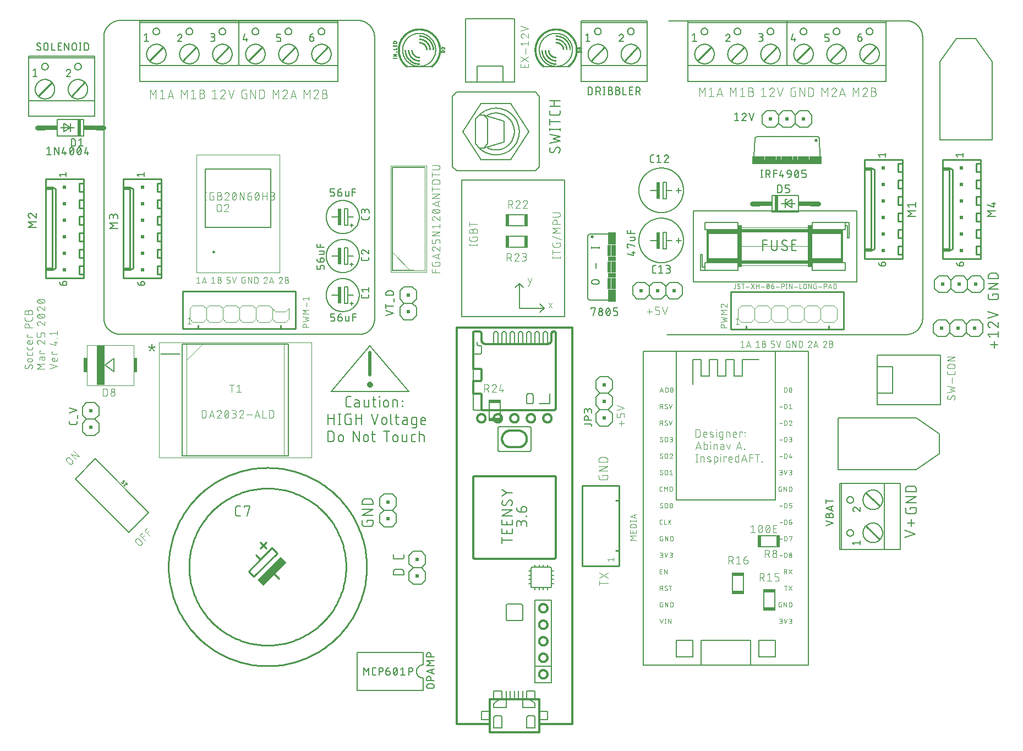
<source format=gbr>
G04 EAGLE Gerber RS-274X export*
G75*
%MOMM*%
%FSLAX34Y34*%
%LPD*%
%INSilkscreen Top*%
%IPPOS*%
%AMOC8*
5,1,8,0,0,1.08239X$1,22.5*%
G01*
%ADD10C,0.127000*%
%ADD11C,0.001000*%
%ADD12C,0.076200*%
%ADD13C,0.101600*%
%ADD14C,0.152400*%
%ADD15C,0.508000*%
%ADD16C,0.508000*%
%ADD17R,1.270000X1.905000*%
%ADD18R,0.762000X1.778000*%
%ADD19R,1.270000X0.762000*%
%ADD20R,0.508000X1.778000*%
%ADD21R,0.508000X2.540000*%
%ADD22C,0.254000*%
%ADD23R,1.270000X5.080000*%
%ADD24C,0.177800*%
%ADD25C,0.015238*%
%ADD26C,0.203200*%
%ADD27C,0.025400*%
%ADD28C,0.762000*%
%ADD29R,1.905000X0.762000*%
%ADD30C,0.050800*%
%ADD31R,0.381000X4.064000*%
%ADD32R,0.889000X0.127000*%
%ADD33R,0.635000X1.143000*%
%ADD34R,0.635000X4.064000*%
%ADD35R,10.160000X0.508000*%
%ADD36R,3.937000X0.127000*%
%ADD37R,4.826000X0.508000*%
%ADD38C,0.050000*%
%ADD39C,0.100000*%
%ADD40C,0.200000*%
%ADD41R,10.668000X0.762000*%
%ADD42R,1.905000X0.508000*%
%ADD43R,0.762000X0.508000*%
%ADD44R,1.778000X0.508000*%
%ADD45R,0.508000X0.508000*%
%ADD46R,1.828800X0.584200*%
%ADD47R,0.584200X1.828800*%
%ADD48C,0.304800*%
%ADD49R,0.533400X2.184400*%
%ADD50R,1.250000X6.200000*%
%ADD51C,0.200000*%


D10*
X664084Y657672D02*
X664636Y657679D01*
X665188Y657699D01*
X665740Y657732D01*
X666290Y657779D01*
X666839Y657839D01*
X667387Y657912D01*
X667933Y657998D01*
X668476Y658098D01*
X669017Y658211D01*
X669555Y658336D01*
X670089Y658475D01*
X670621Y658627D01*
X671148Y658791D01*
X671671Y658968D01*
X672190Y659158D01*
X672704Y659360D01*
X673213Y659574D01*
X673717Y659801D01*
X674215Y660040D01*
X674708Y660290D01*
X675194Y660553D01*
X675673Y660827D01*
X676146Y661113D01*
X676612Y661410D01*
X677070Y661719D01*
X677521Y662038D01*
X677964Y662368D01*
X678399Y662709D01*
X678825Y663060D01*
X679243Y663421D01*
X679652Y663792D01*
X680052Y664173D01*
X680443Y664564D01*
X680824Y664964D01*
X681195Y665373D01*
X681556Y665791D01*
X681907Y666217D01*
X682248Y666652D01*
X682578Y667095D01*
X682897Y667546D01*
X683206Y668004D01*
X683503Y668470D01*
X683789Y668943D01*
X684063Y669422D01*
X684326Y669908D01*
X684576Y670401D01*
X684815Y670899D01*
X685042Y671403D01*
X685256Y671912D01*
X685458Y672426D01*
X685648Y672945D01*
X685825Y673468D01*
X685989Y673995D01*
X686141Y674527D01*
X686280Y675061D01*
X686405Y675599D01*
X686518Y676140D01*
X686618Y676683D01*
X686704Y677229D01*
X686777Y677777D01*
X686837Y678326D01*
X686884Y678876D01*
X686917Y679428D01*
X686937Y679980D01*
X686944Y680532D01*
X295784Y657673D02*
X295170Y657680D01*
X294557Y657703D01*
X293944Y657740D01*
X293333Y657792D01*
X292722Y657858D01*
X292114Y657940D01*
X291508Y658036D01*
X290904Y658146D01*
X290303Y658271D01*
X289705Y658411D01*
X289111Y658565D01*
X288521Y658734D01*
X287935Y658916D01*
X287354Y659113D01*
X286777Y659324D01*
X286206Y659548D01*
X285640Y659786D01*
X285080Y660038D01*
X284527Y660304D01*
X283980Y660582D01*
X283440Y660874D01*
X282907Y661179D01*
X282382Y661497D01*
X281864Y661827D01*
X281355Y662169D01*
X280854Y662524D01*
X280362Y662891D01*
X279879Y663269D01*
X279405Y663659D01*
X278941Y664061D01*
X278486Y664473D01*
X278042Y664897D01*
X277608Y665331D01*
X277184Y665775D01*
X276772Y666230D01*
X276370Y666694D01*
X275980Y667168D01*
X275602Y667651D01*
X275235Y668143D01*
X274880Y668644D01*
X274538Y669153D01*
X274208Y669671D01*
X273890Y670196D01*
X273585Y670729D01*
X273293Y671269D01*
X273015Y671816D01*
X272749Y672369D01*
X272497Y672929D01*
X272259Y673495D01*
X272035Y674066D01*
X271824Y674643D01*
X271627Y675224D01*
X271445Y675810D01*
X271276Y676400D01*
X271122Y676994D01*
X270982Y677592D01*
X270857Y678193D01*
X270747Y678797D01*
X270651Y679403D01*
X270569Y680011D01*
X270503Y680622D01*
X270451Y681233D01*
X270414Y681846D01*
X270391Y682459D01*
X270384Y683073D01*
X270384Y1114873D02*
X270391Y1115487D01*
X270414Y1116100D01*
X270451Y1116713D01*
X270503Y1117324D01*
X270569Y1117935D01*
X270651Y1118543D01*
X270747Y1119149D01*
X270857Y1119753D01*
X270982Y1120354D01*
X271122Y1120952D01*
X271276Y1121546D01*
X271445Y1122136D01*
X271627Y1122722D01*
X271824Y1123303D01*
X272035Y1123880D01*
X272259Y1124451D01*
X272497Y1125017D01*
X272749Y1125577D01*
X273015Y1126130D01*
X273293Y1126677D01*
X273585Y1127217D01*
X273890Y1127750D01*
X274208Y1128275D01*
X274538Y1128793D01*
X274880Y1129302D01*
X275235Y1129803D01*
X275602Y1130295D01*
X275980Y1130778D01*
X276370Y1131252D01*
X276772Y1131716D01*
X277184Y1132171D01*
X277608Y1132615D01*
X278042Y1133049D01*
X278486Y1133473D01*
X278941Y1133885D01*
X279405Y1134287D01*
X279879Y1134677D01*
X280362Y1135055D01*
X280854Y1135422D01*
X281355Y1135777D01*
X281864Y1136119D01*
X282382Y1136449D01*
X282907Y1136767D01*
X283440Y1137072D01*
X283980Y1137364D01*
X284527Y1137642D01*
X285080Y1137908D01*
X285640Y1138160D01*
X286206Y1138398D01*
X286777Y1138622D01*
X287354Y1138833D01*
X287935Y1139030D01*
X288521Y1139212D01*
X289111Y1139381D01*
X289705Y1139535D01*
X290303Y1139675D01*
X290904Y1139800D01*
X291508Y1139910D01*
X292114Y1140006D01*
X292722Y1140088D01*
X293333Y1140154D01*
X293944Y1140206D01*
X294557Y1140243D01*
X295170Y1140266D01*
X295784Y1140273D01*
X661544Y1140272D02*
X662158Y1140265D01*
X662771Y1140242D01*
X663384Y1140205D01*
X663995Y1140153D01*
X664606Y1140087D01*
X665214Y1140005D01*
X665820Y1139909D01*
X666424Y1139799D01*
X667025Y1139674D01*
X667623Y1139534D01*
X668217Y1139380D01*
X668807Y1139211D01*
X669393Y1139029D01*
X669974Y1138832D01*
X670551Y1138621D01*
X671122Y1138397D01*
X671688Y1138159D01*
X672248Y1137907D01*
X672801Y1137641D01*
X673348Y1137363D01*
X673888Y1137071D01*
X674421Y1136766D01*
X674946Y1136448D01*
X675464Y1136118D01*
X675973Y1135776D01*
X676474Y1135421D01*
X676966Y1135054D01*
X677449Y1134676D01*
X677923Y1134286D01*
X678387Y1133884D01*
X678842Y1133472D01*
X679286Y1133048D01*
X679720Y1132614D01*
X680144Y1132170D01*
X680556Y1131715D01*
X680958Y1131251D01*
X681348Y1130777D01*
X681726Y1130294D01*
X682093Y1129802D01*
X682448Y1129301D01*
X682790Y1128792D01*
X683120Y1128274D01*
X683438Y1127749D01*
X683743Y1127216D01*
X684035Y1126676D01*
X684313Y1126129D01*
X684579Y1125576D01*
X684831Y1125016D01*
X685069Y1124450D01*
X685293Y1123879D01*
X685504Y1123302D01*
X685701Y1122721D01*
X685883Y1122135D01*
X686052Y1121545D01*
X686206Y1120951D01*
X686346Y1120353D01*
X686471Y1119752D01*
X686581Y1119148D01*
X686677Y1118542D01*
X686759Y1117934D01*
X686825Y1117323D01*
X686877Y1116712D01*
X686914Y1116099D01*
X686937Y1115486D01*
X686944Y1114872D01*
X1504841Y1139802D02*
X1505455Y1139795D01*
X1506068Y1139772D01*
X1506681Y1139735D01*
X1507292Y1139683D01*
X1507903Y1139617D01*
X1508511Y1139535D01*
X1509117Y1139439D01*
X1509721Y1139329D01*
X1510322Y1139204D01*
X1510920Y1139064D01*
X1511514Y1138910D01*
X1512104Y1138741D01*
X1512690Y1138559D01*
X1513271Y1138362D01*
X1513848Y1138151D01*
X1514419Y1137927D01*
X1514985Y1137689D01*
X1515545Y1137437D01*
X1516098Y1137171D01*
X1516645Y1136893D01*
X1517185Y1136601D01*
X1517718Y1136296D01*
X1518243Y1135978D01*
X1518761Y1135648D01*
X1519270Y1135306D01*
X1519771Y1134951D01*
X1520263Y1134584D01*
X1520746Y1134206D01*
X1521220Y1133816D01*
X1521684Y1133414D01*
X1522139Y1133002D01*
X1522583Y1132578D01*
X1523017Y1132144D01*
X1523441Y1131700D01*
X1523853Y1131245D01*
X1524255Y1130781D01*
X1524645Y1130307D01*
X1525023Y1129824D01*
X1525390Y1129332D01*
X1525745Y1128831D01*
X1526087Y1128322D01*
X1526417Y1127804D01*
X1526735Y1127279D01*
X1527040Y1126746D01*
X1527332Y1126206D01*
X1527610Y1125659D01*
X1527876Y1125106D01*
X1528128Y1124546D01*
X1528366Y1123980D01*
X1528590Y1123409D01*
X1528801Y1122832D01*
X1528998Y1122251D01*
X1529180Y1121665D01*
X1529349Y1121075D01*
X1529503Y1120481D01*
X1529643Y1119883D01*
X1529768Y1119282D01*
X1529878Y1118678D01*
X1529974Y1118072D01*
X1530056Y1117464D01*
X1530122Y1116853D01*
X1530174Y1116242D01*
X1530211Y1115629D01*
X1530234Y1115016D01*
X1530241Y1114402D01*
X1530241Y682602D02*
X1530234Y681988D01*
X1530211Y681375D01*
X1530174Y680762D01*
X1530122Y680151D01*
X1530056Y679540D01*
X1529974Y678932D01*
X1529878Y678326D01*
X1529768Y677722D01*
X1529643Y677121D01*
X1529503Y676523D01*
X1529349Y675929D01*
X1529180Y675339D01*
X1528998Y674753D01*
X1528801Y674172D01*
X1528590Y673595D01*
X1528366Y673024D01*
X1528128Y672458D01*
X1527876Y671898D01*
X1527610Y671345D01*
X1527332Y670798D01*
X1527040Y670258D01*
X1526735Y669725D01*
X1526417Y669200D01*
X1526087Y668682D01*
X1525745Y668173D01*
X1525390Y667672D01*
X1525023Y667180D01*
X1524645Y666697D01*
X1524255Y666223D01*
X1523853Y665759D01*
X1523441Y665304D01*
X1523017Y664860D01*
X1522583Y664426D01*
X1522139Y664002D01*
X1521684Y663590D01*
X1521220Y663188D01*
X1520746Y662798D01*
X1520263Y662420D01*
X1519771Y662053D01*
X1519270Y661698D01*
X1518761Y661356D01*
X1518243Y661026D01*
X1517718Y660708D01*
X1517185Y660403D01*
X1516645Y660111D01*
X1516098Y659833D01*
X1515545Y659567D01*
X1514985Y659315D01*
X1514419Y659077D01*
X1513848Y658853D01*
X1513271Y658642D01*
X1512690Y658445D01*
X1512104Y658263D01*
X1511514Y658094D01*
X1510920Y657940D01*
X1510322Y657800D01*
X1509721Y657675D01*
X1509117Y657565D01*
X1508511Y657469D01*
X1507903Y657387D01*
X1507292Y657321D01*
X1506681Y657269D01*
X1506068Y657232D01*
X1505455Y657209D01*
X1504841Y657202D01*
D11*
X448264Y676722D02*
X432864Y676722D01*
X448264Y676722D02*
X453264Y681722D01*
X432864Y676722D02*
X427864Y681722D01*
X422864Y702122D02*
X407464Y702122D01*
X427864Y681722D02*
X422864Y676722D01*
X407464Y676722D01*
X402464Y681722D01*
X402464Y697122D01*
X407464Y702122D01*
X422864Y702122D02*
X427864Y697122D01*
X427864Y681722D01*
X432864Y702122D02*
X448264Y702122D01*
X432864Y702122D02*
X427864Y697122D01*
X448264Y702122D02*
X453264Y697122D01*
X453264Y681722D01*
X458264Y676722D02*
X473664Y676722D01*
X478664Y681722D01*
X458264Y676722D02*
X453264Y681722D01*
X478664Y681722D02*
X478664Y697122D01*
X473664Y702122D02*
X458264Y702122D01*
X453264Y697122D01*
X473664Y702122D02*
X478664Y697122D01*
X483664Y702122D02*
X499064Y702122D01*
X483664Y702122D02*
X478664Y697122D01*
X499064Y702122D02*
X504064Y697122D01*
X504064Y681722D01*
X509064Y702122D02*
X524464Y702122D01*
X509064Y702122D02*
X504064Y697122D01*
X524464Y702122D02*
X529464Y697122D01*
X529464Y681722D01*
X499064Y676722D02*
X483664Y676722D01*
X499064Y676722D02*
X504064Y681722D01*
X483664Y676722D02*
X478664Y681722D01*
X509064Y676722D02*
X524464Y676722D01*
X529464Y681722D01*
X509064Y676722D02*
X504064Y681722D01*
X534464Y676722D02*
X549864Y676722D01*
X534464Y692122D02*
X529464Y697122D01*
X534464Y692122D02*
X549864Y692122D01*
X554864Y697122D01*
X554864Y681722D01*
X549864Y676722D01*
X534464Y676722D02*
X529464Y681722D01*
D10*
X686944Y680532D02*
X686944Y1114872D01*
X664084Y657672D02*
X295784Y657673D01*
X270384Y683073D02*
X270384Y1114873D01*
X295784Y1140273D02*
X661544Y1140272D01*
D11*
X1245761Y681252D02*
X1250761Y676252D01*
X1266161Y676252D01*
X1271161Y681252D01*
X1271161Y696652D02*
X1266161Y701652D01*
X1250761Y701652D01*
X1245761Y696652D01*
X1245761Y681252D01*
X1276161Y676252D02*
X1291561Y676252D01*
X1296561Y681252D01*
X1296561Y696652D02*
X1291561Y701652D01*
X1276161Y701652D01*
X1271161Y696652D01*
X1271161Y681252D01*
X1276161Y676252D01*
X1301561Y676252D02*
X1316961Y676252D01*
X1321961Y681252D01*
X1321961Y696652D02*
X1316961Y701652D01*
X1301561Y701652D01*
X1296561Y696652D01*
X1296561Y681252D01*
X1301561Y676252D01*
X1326961Y676252D02*
X1342361Y676252D01*
X1347361Y681252D01*
X1347361Y696652D02*
X1342361Y701652D01*
X1326961Y701652D01*
X1321961Y696652D01*
X1321961Y681252D01*
X1326961Y676252D01*
X1352361Y676252D02*
X1367761Y676252D01*
X1372761Y681252D01*
X1372761Y696652D02*
X1367761Y701652D01*
X1352361Y701652D01*
X1347361Y696652D01*
X1347361Y681252D01*
X1352361Y676252D01*
X1398161Y681252D02*
X1398161Y696652D01*
X1393161Y701652D01*
X1377761Y701652D01*
X1372761Y696652D01*
X1372761Y681252D01*
X1377761Y676252D01*
X1393161Y676252D01*
X1398161Y681252D01*
D10*
X1530241Y682602D02*
X1530241Y1114402D01*
X1504841Y1139802D02*
X1139081Y1139802D01*
X1136541Y657202D02*
X1504841Y657202D01*
D12*
X415472Y745489D02*
X412861Y743401D01*
X415472Y745489D02*
X415472Y736091D01*
X418082Y736091D02*
X412861Y736091D01*
X421483Y736091D02*
X424616Y745489D01*
X427748Y736091D01*
X426965Y738441D02*
X422266Y738441D01*
X436026Y743401D02*
X438636Y745489D01*
X438636Y736091D01*
X436026Y736091D02*
X441247Y736091D01*
X445606Y741312D02*
X448216Y741312D01*
X448216Y741313D02*
X448317Y741311D01*
X448418Y741305D01*
X448519Y741295D01*
X448619Y741282D01*
X448719Y741264D01*
X448818Y741243D01*
X448916Y741217D01*
X449013Y741188D01*
X449109Y741156D01*
X449203Y741119D01*
X449296Y741079D01*
X449388Y741035D01*
X449477Y740988D01*
X449565Y740937D01*
X449651Y740883D01*
X449734Y740826D01*
X449816Y740766D01*
X449894Y740702D01*
X449971Y740636D01*
X450044Y740566D01*
X450115Y740494D01*
X450183Y740419D01*
X450248Y740341D01*
X450310Y740261D01*
X450369Y740179D01*
X450425Y740094D01*
X450477Y740008D01*
X450526Y739919D01*
X450572Y739828D01*
X450613Y739736D01*
X450652Y739642D01*
X450686Y739547D01*
X450717Y739451D01*
X450744Y739353D01*
X450768Y739255D01*
X450787Y739155D01*
X450803Y739055D01*
X450815Y738955D01*
X450823Y738854D01*
X450827Y738753D01*
X450827Y738651D01*
X450823Y738550D01*
X450815Y738449D01*
X450803Y738349D01*
X450787Y738249D01*
X450768Y738149D01*
X450744Y738051D01*
X450717Y737953D01*
X450686Y737857D01*
X450652Y737762D01*
X450613Y737668D01*
X450572Y737576D01*
X450526Y737485D01*
X450477Y737397D01*
X450425Y737310D01*
X450369Y737225D01*
X450310Y737143D01*
X450248Y737063D01*
X450183Y736985D01*
X450115Y736910D01*
X450044Y736838D01*
X449971Y736768D01*
X449894Y736702D01*
X449816Y736638D01*
X449734Y736578D01*
X449651Y736521D01*
X449565Y736467D01*
X449477Y736416D01*
X449388Y736369D01*
X449296Y736325D01*
X449203Y736285D01*
X449109Y736248D01*
X449013Y736216D01*
X448916Y736187D01*
X448818Y736161D01*
X448719Y736140D01*
X448619Y736122D01*
X448519Y736109D01*
X448418Y736099D01*
X448317Y736093D01*
X448216Y736091D01*
X445606Y736091D01*
X445606Y745489D01*
X448216Y745489D01*
X448306Y745487D01*
X448395Y745481D01*
X448485Y745472D01*
X448574Y745458D01*
X448662Y745441D01*
X448749Y745420D01*
X448836Y745395D01*
X448921Y745366D01*
X449005Y745334D01*
X449087Y745299D01*
X449168Y745259D01*
X449247Y745217D01*
X449324Y745171D01*
X449399Y745121D01*
X449472Y745069D01*
X449543Y745013D01*
X449611Y744955D01*
X449676Y744893D01*
X449739Y744829D01*
X449799Y744762D01*
X449856Y744693D01*
X449910Y744621D01*
X449961Y744547D01*
X450009Y744471D01*
X450053Y744393D01*
X450094Y744313D01*
X450132Y744231D01*
X450166Y744148D01*
X450196Y744063D01*
X450223Y743977D01*
X450246Y743891D01*
X450265Y743803D01*
X450280Y743714D01*
X450292Y743625D01*
X450300Y743536D01*
X450304Y743446D01*
X450304Y743356D01*
X450300Y743266D01*
X450292Y743177D01*
X450280Y743088D01*
X450265Y742999D01*
X450246Y742911D01*
X450223Y742825D01*
X450196Y742739D01*
X450166Y742654D01*
X450132Y742571D01*
X450094Y742489D01*
X450053Y742409D01*
X450009Y742331D01*
X449961Y742255D01*
X449910Y742181D01*
X449856Y742109D01*
X449799Y742040D01*
X449739Y741973D01*
X449676Y741909D01*
X449611Y741847D01*
X449543Y741789D01*
X449472Y741733D01*
X449399Y741681D01*
X449324Y741631D01*
X449247Y741585D01*
X449168Y741543D01*
X449087Y741503D01*
X449005Y741468D01*
X448921Y741436D01*
X448836Y741407D01*
X448749Y741382D01*
X448662Y741361D01*
X448574Y741344D01*
X448485Y741330D01*
X448395Y741321D01*
X448306Y741315D01*
X448216Y741313D01*
X459190Y736091D02*
X462323Y736091D01*
X462412Y736093D01*
X462500Y736099D01*
X462588Y736108D01*
X462676Y736121D01*
X462763Y736138D01*
X462849Y736158D01*
X462934Y736183D01*
X463019Y736210D01*
X463102Y736242D01*
X463183Y736276D01*
X463263Y736315D01*
X463341Y736356D01*
X463418Y736401D01*
X463492Y736449D01*
X463565Y736500D01*
X463635Y736554D01*
X463702Y736612D01*
X463768Y736672D01*
X463830Y736734D01*
X463890Y736800D01*
X463948Y736867D01*
X464002Y736937D01*
X464053Y737010D01*
X464101Y737084D01*
X464146Y737161D01*
X464187Y737239D01*
X464226Y737319D01*
X464260Y737400D01*
X464292Y737483D01*
X464319Y737568D01*
X464344Y737653D01*
X464364Y737739D01*
X464381Y737826D01*
X464394Y737914D01*
X464403Y738002D01*
X464409Y738090D01*
X464411Y738179D01*
X464411Y739224D01*
X464409Y739313D01*
X464403Y739401D01*
X464394Y739489D01*
X464381Y739577D01*
X464364Y739664D01*
X464344Y739750D01*
X464319Y739835D01*
X464292Y739920D01*
X464260Y740003D01*
X464226Y740084D01*
X464187Y740164D01*
X464146Y740242D01*
X464101Y740319D01*
X464053Y740393D01*
X464002Y740466D01*
X463948Y740536D01*
X463890Y740603D01*
X463830Y740669D01*
X463768Y740731D01*
X463702Y740791D01*
X463635Y740849D01*
X463565Y740903D01*
X463492Y740954D01*
X463418Y741002D01*
X463341Y741047D01*
X463263Y741088D01*
X463183Y741127D01*
X463102Y741161D01*
X463019Y741193D01*
X462934Y741220D01*
X462849Y741245D01*
X462763Y741265D01*
X462676Y741282D01*
X462588Y741295D01*
X462500Y741304D01*
X462412Y741310D01*
X462323Y741312D01*
X459190Y741312D01*
X459190Y745489D01*
X464411Y745489D01*
X467812Y745489D02*
X470945Y736091D01*
X474078Y745489D01*
X486315Y741312D02*
X487881Y741312D01*
X487881Y736091D01*
X484748Y736091D01*
X484659Y736093D01*
X484571Y736099D01*
X484483Y736108D01*
X484395Y736121D01*
X484308Y736138D01*
X484222Y736158D01*
X484137Y736183D01*
X484052Y736210D01*
X483969Y736242D01*
X483888Y736276D01*
X483808Y736315D01*
X483730Y736356D01*
X483653Y736401D01*
X483579Y736449D01*
X483506Y736500D01*
X483436Y736554D01*
X483369Y736612D01*
X483303Y736672D01*
X483241Y736734D01*
X483181Y736800D01*
X483123Y736867D01*
X483069Y736937D01*
X483018Y737010D01*
X482970Y737084D01*
X482925Y737161D01*
X482884Y737239D01*
X482845Y737319D01*
X482811Y737400D01*
X482779Y737483D01*
X482752Y737568D01*
X482727Y737653D01*
X482707Y737739D01*
X482690Y737826D01*
X482677Y737914D01*
X482668Y738002D01*
X482662Y738090D01*
X482660Y738179D01*
X482660Y743401D01*
X482662Y743492D01*
X482668Y743583D01*
X482678Y743674D01*
X482692Y743764D01*
X482709Y743853D01*
X482731Y743941D01*
X482757Y744029D01*
X482786Y744115D01*
X482819Y744200D01*
X482856Y744283D01*
X482896Y744365D01*
X482940Y744445D01*
X482987Y744523D01*
X483038Y744599D01*
X483091Y744672D01*
X483148Y744743D01*
X483209Y744812D01*
X483272Y744877D01*
X483337Y744940D01*
X483406Y745000D01*
X483477Y745058D01*
X483550Y745111D01*
X483626Y745162D01*
X483704Y745209D01*
X483784Y745253D01*
X483866Y745293D01*
X483949Y745330D01*
X484034Y745363D01*
X484120Y745392D01*
X484208Y745418D01*
X484296Y745440D01*
X484385Y745457D01*
X484475Y745471D01*
X484566Y745481D01*
X484657Y745487D01*
X484748Y745489D01*
X487881Y745489D01*
X492413Y745489D02*
X492413Y736091D01*
X497635Y736091D02*
X492413Y745489D01*
X497635Y745489D02*
X497635Y736091D01*
X502167Y736091D02*
X502167Y745489D01*
X504778Y745489D01*
X504878Y745487D01*
X504978Y745481D01*
X505077Y745472D01*
X505177Y745458D01*
X505275Y745441D01*
X505373Y745420D01*
X505470Y745396D01*
X505566Y745367D01*
X505661Y745335D01*
X505754Y745300D01*
X505846Y745261D01*
X505937Y745218D01*
X506025Y745172D01*
X506112Y745122D01*
X506197Y745070D01*
X506280Y745014D01*
X506361Y744955D01*
X506439Y744892D01*
X506515Y744827D01*
X506589Y744759D01*
X506659Y744689D01*
X506727Y744615D01*
X506792Y744539D01*
X506855Y744461D01*
X506914Y744380D01*
X506970Y744297D01*
X507022Y744212D01*
X507072Y744125D01*
X507118Y744037D01*
X507161Y743946D01*
X507200Y743854D01*
X507235Y743761D01*
X507267Y743666D01*
X507296Y743570D01*
X507320Y743473D01*
X507341Y743375D01*
X507358Y743277D01*
X507372Y743177D01*
X507381Y743078D01*
X507387Y742978D01*
X507389Y742878D01*
X507388Y742878D02*
X507388Y738702D01*
X507389Y738702D02*
X507387Y738602D01*
X507381Y738502D01*
X507372Y738403D01*
X507358Y738303D01*
X507341Y738205D01*
X507320Y738107D01*
X507296Y738010D01*
X507267Y737914D01*
X507235Y737819D01*
X507200Y737726D01*
X507161Y737634D01*
X507118Y737543D01*
X507072Y737455D01*
X507022Y737368D01*
X506970Y737283D01*
X506914Y737200D01*
X506855Y737119D01*
X506792Y737041D01*
X506727Y736965D01*
X506659Y736891D01*
X506589Y736821D01*
X506515Y736753D01*
X506439Y736688D01*
X506361Y736625D01*
X506280Y736566D01*
X506197Y736510D01*
X506112Y736458D01*
X506025Y736408D01*
X505937Y736362D01*
X505846Y736319D01*
X505754Y736280D01*
X505661Y736245D01*
X505566Y736213D01*
X505470Y736184D01*
X505373Y736160D01*
X505275Y736139D01*
X505177Y736122D01*
X505077Y736108D01*
X504978Y736099D01*
X504878Y736093D01*
X504778Y736091D01*
X502167Y736091D01*
X519364Y745490D02*
X519459Y745488D01*
X519553Y745482D01*
X519647Y745473D01*
X519741Y745460D01*
X519834Y745443D01*
X519926Y745422D01*
X520018Y745397D01*
X520108Y745369D01*
X520197Y745337D01*
X520285Y745302D01*
X520371Y745263D01*
X520456Y745221D01*
X520539Y745175D01*
X520620Y745126D01*
X520699Y745074D01*
X520776Y745019D01*
X520850Y744960D01*
X520922Y744899D01*
X520992Y744835D01*
X521059Y744768D01*
X521123Y744698D01*
X521184Y744626D01*
X521243Y744552D01*
X521298Y744475D01*
X521350Y744396D01*
X521399Y744315D01*
X521445Y744232D01*
X521487Y744147D01*
X521526Y744061D01*
X521561Y743973D01*
X521593Y743884D01*
X521621Y743794D01*
X521646Y743702D01*
X521667Y743610D01*
X521684Y743517D01*
X521697Y743423D01*
X521706Y743329D01*
X521712Y743235D01*
X521714Y743140D01*
X519364Y745489D02*
X519256Y745487D01*
X519147Y745481D01*
X519039Y745471D01*
X518932Y745458D01*
X518825Y745440D01*
X518718Y745419D01*
X518613Y745394D01*
X518508Y745365D01*
X518405Y745333D01*
X518303Y745296D01*
X518202Y745256D01*
X518103Y745213D01*
X518005Y745166D01*
X517909Y745115D01*
X517815Y745061D01*
X517723Y745004D01*
X517633Y744943D01*
X517545Y744879D01*
X517460Y744813D01*
X517377Y744743D01*
X517297Y744670D01*
X517219Y744594D01*
X517144Y744516D01*
X517072Y744435D01*
X517003Y744351D01*
X516937Y744265D01*
X516874Y744177D01*
X516815Y744086D01*
X516758Y743994D01*
X516705Y743899D01*
X516656Y743803D01*
X516610Y743704D01*
X516567Y743605D01*
X516528Y743503D01*
X516493Y743401D01*
X520931Y741312D02*
X521000Y741381D01*
X521066Y741452D01*
X521130Y741525D01*
X521191Y741601D01*
X521249Y741680D01*
X521303Y741760D01*
X521355Y741843D01*
X521403Y741927D01*
X521449Y742013D01*
X521490Y742101D01*
X521529Y742191D01*
X521564Y742282D01*
X521595Y742374D01*
X521623Y742467D01*
X521647Y742561D01*
X521667Y742656D01*
X521684Y742752D01*
X521697Y742849D01*
X521706Y742946D01*
X521712Y743043D01*
X521714Y743140D01*
X520930Y741312D02*
X516493Y736091D01*
X521714Y736091D01*
X525114Y736091D02*
X528247Y745489D01*
X531380Y736091D01*
X530597Y738441D02*
X525898Y738441D01*
X542529Y745490D02*
X542624Y745488D01*
X542718Y745482D01*
X542812Y745473D01*
X542906Y745460D01*
X542999Y745443D01*
X543091Y745422D01*
X543183Y745397D01*
X543273Y745369D01*
X543362Y745337D01*
X543450Y745302D01*
X543536Y745263D01*
X543621Y745221D01*
X543704Y745175D01*
X543785Y745126D01*
X543864Y745074D01*
X543941Y745019D01*
X544015Y744960D01*
X544087Y744899D01*
X544157Y744835D01*
X544224Y744768D01*
X544288Y744698D01*
X544349Y744626D01*
X544408Y744552D01*
X544463Y744475D01*
X544515Y744396D01*
X544564Y744315D01*
X544610Y744232D01*
X544652Y744147D01*
X544691Y744061D01*
X544726Y743973D01*
X544758Y743884D01*
X544786Y743794D01*
X544811Y743702D01*
X544832Y743610D01*
X544849Y743517D01*
X544862Y743423D01*
X544871Y743329D01*
X544877Y743235D01*
X544879Y743140D01*
X542529Y745489D02*
X542421Y745487D01*
X542312Y745481D01*
X542204Y745471D01*
X542097Y745458D01*
X541990Y745440D01*
X541883Y745419D01*
X541778Y745394D01*
X541673Y745365D01*
X541570Y745333D01*
X541468Y745296D01*
X541367Y745256D01*
X541268Y745213D01*
X541170Y745166D01*
X541074Y745115D01*
X540980Y745061D01*
X540888Y745004D01*
X540798Y744943D01*
X540710Y744879D01*
X540625Y744813D01*
X540542Y744743D01*
X540462Y744670D01*
X540384Y744594D01*
X540309Y744516D01*
X540237Y744435D01*
X540168Y744351D01*
X540102Y744265D01*
X540039Y744177D01*
X539980Y744086D01*
X539923Y743994D01*
X539870Y743899D01*
X539821Y743803D01*
X539775Y743704D01*
X539732Y743605D01*
X539693Y743503D01*
X539658Y743401D01*
X544096Y741312D02*
X544165Y741381D01*
X544231Y741452D01*
X544295Y741525D01*
X544356Y741601D01*
X544414Y741680D01*
X544468Y741760D01*
X544520Y741843D01*
X544568Y741927D01*
X544614Y742013D01*
X544655Y742101D01*
X544694Y742191D01*
X544729Y742282D01*
X544760Y742374D01*
X544788Y742467D01*
X544812Y742561D01*
X544832Y742656D01*
X544849Y742752D01*
X544862Y742849D01*
X544871Y742946D01*
X544877Y743043D01*
X544879Y743140D01*
X544095Y741312D02*
X539657Y736091D01*
X544878Y736091D01*
X549237Y741312D02*
X551848Y741312D01*
X551848Y741313D02*
X551949Y741311D01*
X552050Y741305D01*
X552151Y741295D01*
X552251Y741282D01*
X552351Y741264D01*
X552450Y741243D01*
X552548Y741217D01*
X552645Y741188D01*
X552741Y741156D01*
X552835Y741119D01*
X552928Y741079D01*
X553020Y741035D01*
X553109Y740988D01*
X553197Y740937D01*
X553283Y740883D01*
X553366Y740826D01*
X553448Y740766D01*
X553526Y740702D01*
X553603Y740636D01*
X553676Y740566D01*
X553747Y740494D01*
X553815Y740419D01*
X553880Y740341D01*
X553942Y740261D01*
X554001Y740179D01*
X554057Y740094D01*
X554109Y740008D01*
X554158Y739919D01*
X554204Y739828D01*
X554245Y739736D01*
X554284Y739642D01*
X554318Y739547D01*
X554349Y739451D01*
X554376Y739353D01*
X554400Y739255D01*
X554419Y739155D01*
X554435Y739055D01*
X554447Y738955D01*
X554455Y738854D01*
X554459Y738753D01*
X554459Y738651D01*
X554455Y738550D01*
X554447Y738449D01*
X554435Y738349D01*
X554419Y738249D01*
X554400Y738149D01*
X554376Y738051D01*
X554349Y737953D01*
X554318Y737857D01*
X554284Y737762D01*
X554245Y737668D01*
X554204Y737576D01*
X554158Y737485D01*
X554109Y737397D01*
X554057Y737310D01*
X554001Y737225D01*
X553942Y737143D01*
X553880Y737063D01*
X553815Y736985D01*
X553747Y736910D01*
X553676Y736838D01*
X553603Y736768D01*
X553526Y736702D01*
X553448Y736638D01*
X553366Y736578D01*
X553283Y736521D01*
X553197Y736467D01*
X553109Y736416D01*
X553020Y736369D01*
X552928Y736325D01*
X552835Y736285D01*
X552741Y736248D01*
X552645Y736216D01*
X552548Y736187D01*
X552450Y736161D01*
X552351Y736140D01*
X552251Y736122D01*
X552151Y736109D01*
X552050Y736099D01*
X551949Y736093D01*
X551848Y736091D01*
X549237Y736091D01*
X549237Y745489D01*
X551848Y745489D01*
X551938Y745487D01*
X552027Y745481D01*
X552117Y745472D01*
X552206Y745458D01*
X552294Y745441D01*
X552381Y745420D01*
X552468Y745395D01*
X552553Y745366D01*
X552637Y745334D01*
X552719Y745299D01*
X552800Y745259D01*
X552879Y745217D01*
X552956Y745171D01*
X553031Y745121D01*
X553104Y745069D01*
X553175Y745013D01*
X553243Y744955D01*
X553308Y744893D01*
X553371Y744829D01*
X553431Y744762D01*
X553488Y744693D01*
X553542Y744621D01*
X553593Y744547D01*
X553641Y744471D01*
X553685Y744393D01*
X553726Y744313D01*
X553764Y744231D01*
X553798Y744148D01*
X553828Y744063D01*
X553855Y743977D01*
X553878Y743891D01*
X553897Y743803D01*
X553912Y743714D01*
X553924Y743625D01*
X553932Y743536D01*
X553936Y743446D01*
X553936Y743356D01*
X553932Y743266D01*
X553924Y743177D01*
X553912Y743088D01*
X553897Y742999D01*
X553878Y742911D01*
X553855Y742825D01*
X553828Y742739D01*
X553798Y742654D01*
X553764Y742571D01*
X553726Y742489D01*
X553685Y742409D01*
X553641Y742331D01*
X553593Y742255D01*
X553542Y742181D01*
X553488Y742109D01*
X553431Y742040D01*
X553371Y741973D01*
X553308Y741909D01*
X553243Y741847D01*
X553175Y741789D01*
X553104Y741733D01*
X553031Y741681D01*
X552956Y741631D01*
X552879Y741585D01*
X552800Y741543D01*
X552719Y741503D01*
X552637Y741468D01*
X552553Y741436D01*
X552468Y741407D01*
X552381Y741382D01*
X552294Y741361D01*
X552206Y741344D01*
X552117Y741330D01*
X552027Y741321D01*
X551938Y741315D01*
X551848Y741313D01*
X1250381Y645111D02*
X1252992Y647199D01*
X1252992Y637801D01*
X1255602Y637801D02*
X1250381Y637801D01*
X1259003Y637801D02*
X1262136Y647199D01*
X1265268Y637801D01*
X1264485Y640151D02*
X1259786Y640151D01*
X1273546Y645111D02*
X1276156Y647199D01*
X1276156Y637801D01*
X1273546Y637801D02*
X1278767Y637801D01*
X1283126Y643022D02*
X1285736Y643022D01*
X1285736Y643023D02*
X1285837Y643021D01*
X1285938Y643015D01*
X1286039Y643005D01*
X1286139Y642992D01*
X1286239Y642974D01*
X1286338Y642953D01*
X1286436Y642927D01*
X1286533Y642898D01*
X1286629Y642866D01*
X1286723Y642829D01*
X1286816Y642789D01*
X1286908Y642745D01*
X1286997Y642698D01*
X1287085Y642647D01*
X1287171Y642593D01*
X1287254Y642536D01*
X1287336Y642476D01*
X1287414Y642412D01*
X1287491Y642346D01*
X1287564Y642276D01*
X1287635Y642204D01*
X1287703Y642129D01*
X1287768Y642051D01*
X1287830Y641971D01*
X1287889Y641889D01*
X1287945Y641804D01*
X1287997Y641718D01*
X1288046Y641629D01*
X1288092Y641538D01*
X1288133Y641446D01*
X1288172Y641352D01*
X1288206Y641257D01*
X1288237Y641161D01*
X1288264Y641063D01*
X1288288Y640965D01*
X1288307Y640865D01*
X1288323Y640765D01*
X1288335Y640665D01*
X1288343Y640564D01*
X1288347Y640463D01*
X1288347Y640361D01*
X1288343Y640260D01*
X1288335Y640159D01*
X1288323Y640059D01*
X1288307Y639959D01*
X1288288Y639859D01*
X1288264Y639761D01*
X1288237Y639663D01*
X1288206Y639567D01*
X1288172Y639472D01*
X1288133Y639378D01*
X1288092Y639286D01*
X1288046Y639195D01*
X1287997Y639107D01*
X1287945Y639020D01*
X1287889Y638935D01*
X1287830Y638853D01*
X1287768Y638773D01*
X1287703Y638695D01*
X1287635Y638620D01*
X1287564Y638548D01*
X1287491Y638478D01*
X1287414Y638412D01*
X1287336Y638348D01*
X1287254Y638288D01*
X1287171Y638231D01*
X1287085Y638177D01*
X1286997Y638126D01*
X1286908Y638079D01*
X1286816Y638035D01*
X1286723Y637995D01*
X1286629Y637958D01*
X1286533Y637926D01*
X1286436Y637897D01*
X1286338Y637871D01*
X1286239Y637850D01*
X1286139Y637832D01*
X1286039Y637819D01*
X1285938Y637809D01*
X1285837Y637803D01*
X1285736Y637801D01*
X1283126Y637801D01*
X1283126Y647199D01*
X1285736Y647199D01*
X1285826Y647197D01*
X1285915Y647191D01*
X1286005Y647182D01*
X1286094Y647168D01*
X1286182Y647151D01*
X1286269Y647130D01*
X1286356Y647105D01*
X1286441Y647076D01*
X1286525Y647044D01*
X1286607Y647009D01*
X1286688Y646969D01*
X1286767Y646927D01*
X1286844Y646881D01*
X1286919Y646831D01*
X1286992Y646779D01*
X1287063Y646723D01*
X1287131Y646665D01*
X1287196Y646603D01*
X1287259Y646539D01*
X1287319Y646472D01*
X1287376Y646403D01*
X1287430Y646331D01*
X1287481Y646257D01*
X1287529Y646181D01*
X1287573Y646103D01*
X1287614Y646023D01*
X1287652Y645941D01*
X1287686Y645858D01*
X1287716Y645773D01*
X1287743Y645687D01*
X1287766Y645601D01*
X1287785Y645513D01*
X1287800Y645424D01*
X1287812Y645335D01*
X1287820Y645246D01*
X1287824Y645156D01*
X1287824Y645066D01*
X1287820Y644976D01*
X1287812Y644887D01*
X1287800Y644798D01*
X1287785Y644709D01*
X1287766Y644621D01*
X1287743Y644535D01*
X1287716Y644449D01*
X1287686Y644364D01*
X1287652Y644281D01*
X1287614Y644199D01*
X1287573Y644119D01*
X1287529Y644041D01*
X1287481Y643965D01*
X1287430Y643891D01*
X1287376Y643819D01*
X1287319Y643750D01*
X1287259Y643683D01*
X1287196Y643619D01*
X1287131Y643557D01*
X1287063Y643499D01*
X1286992Y643443D01*
X1286919Y643391D01*
X1286844Y643341D01*
X1286767Y643295D01*
X1286688Y643253D01*
X1286607Y643213D01*
X1286525Y643178D01*
X1286441Y643146D01*
X1286356Y643117D01*
X1286269Y643092D01*
X1286182Y643071D01*
X1286094Y643054D01*
X1286005Y643040D01*
X1285915Y643031D01*
X1285826Y643025D01*
X1285736Y643023D01*
X1296710Y637801D02*
X1299843Y637801D01*
X1299932Y637803D01*
X1300020Y637809D01*
X1300108Y637818D01*
X1300196Y637831D01*
X1300283Y637848D01*
X1300369Y637868D01*
X1300454Y637893D01*
X1300539Y637920D01*
X1300622Y637952D01*
X1300703Y637986D01*
X1300783Y638025D01*
X1300861Y638066D01*
X1300938Y638111D01*
X1301012Y638159D01*
X1301085Y638210D01*
X1301155Y638264D01*
X1301222Y638322D01*
X1301288Y638382D01*
X1301350Y638444D01*
X1301410Y638510D01*
X1301468Y638577D01*
X1301522Y638647D01*
X1301573Y638720D01*
X1301621Y638794D01*
X1301666Y638871D01*
X1301707Y638949D01*
X1301746Y639029D01*
X1301780Y639110D01*
X1301812Y639193D01*
X1301839Y639278D01*
X1301864Y639363D01*
X1301884Y639449D01*
X1301901Y639536D01*
X1301914Y639624D01*
X1301923Y639712D01*
X1301929Y639800D01*
X1301931Y639889D01*
X1301931Y640934D01*
X1301929Y641023D01*
X1301923Y641111D01*
X1301914Y641199D01*
X1301901Y641287D01*
X1301884Y641374D01*
X1301864Y641460D01*
X1301839Y641545D01*
X1301812Y641630D01*
X1301780Y641713D01*
X1301746Y641794D01*
X1301707Y641874D01*
X1301666Y641952D01*
X1301621Y642029D01*
X1301573Y642103D01*
X1301522Y642176D01*
X1301468Y642246D01*
X1301410Y642313D01*
X1301350Y642379D01*
X1301288Y642441D01*
X1301222Y642501D01*
X1301155Y642559D01*
X1301085Y642613D01*
X1301012Y642664D01*
X1300938Y642712D01*
X1300861Y642757D01*
X1300783Y642798D01*
X1300703Y642837D01*
X1300622Y642871D01*
X1300539Y642903D01*
X1300454Y642930D01*
X1300369Y642955D01*
X1300283Y642975D01*
X1300196Y642992D01*
X1300108Y643005D01*
X1300020Y643014D01*
X1299932Y643020D01*
X1299843Y643022D01*
X1296710Y643022D01*
X1296710Y647199D01*
X1301931Y647199D01*
X1305332Y647199D02*
X1308465Y637801D01*
X1311598Y647199D01*
X1323835Y643022D02*
X1325401Y643022D01*
X1325401Y637801D01*
X1322268Y637801D01*
X1322179Y637803D01*
X1322091Y637809D01*
X1322003Y637818D01*
X1321915Y637831D01*
X1321828Y637848D01*
X1321742Y637868D01*
X1321657Y637893D01*
X1321572Y637920D01*
X1321489Y637952D01*
X1321408Y637986D01*
X1321328Y638025D01*
X1321250Y638066D01*
X1321173Y638111D01*
X1321099Y638159D01*
X1321026Y638210D01*
X1320956Y638264D01*
X1320889Y638322D01*
X1320823Y638382D01*
X1320761Y638444D01*
X1320701Y638510D01*
X1320643Y638577D01*
X1320589Y638647D01*
X1320538Y638720D01*
X1320490Y638794D01*
X1320445Y638871D01*
X1320404Y638949D01*
X1320365Y639029D01*
X1320331Y639110D01*
X1320299Y639193D01*
X1320272Y639278D01*
X1320247Y639363D01*
X1320227Y639449D01*
X1320210Y639536D01*
X1320197Y639624D01*
X1320188Y639712D01*
X1320182Y639800D01*
X1320180Y639889D01*
X1320180Y645111D01*
X1320182Y645202D01*
X1320188Y645293D01*
X1320198Y645384D01*
X1320212Y645474D01*
X1320229Y645563D01*
X1320251Y645651D01*
X1320277Y645739D01*
X1320306Y645825D01*
X1320339Y645910D01*
X1320376Y645993D01*
X1320416Y646075D01*
X1320460Y646155D01*
X1320507Y646233D01*
X1320558Y646309D01*
X1320611Y646382D01*
X1320668Y646453D01*
X1320729Y646522D01*
X1320792Y646587D01*
X1320857Y646650D01*
X1320926Y646710D01*
X1320997Y646768D01*
X1321070Y646821D01*
X1321146Y646872D01*
X1321224Y646919D01*
X1321304Y646963D01*
X1321386Y647003D01*
X1321469Y647040D01*
X1321554Y647073D01*
X1321640Y647102D01*
X1321728Y647128D01*
X1321816Y647150D01*
X1321905Y647167D01*
X1321995Y647181D01*
X1322086Y647191D01*
X1322177Y647197D01*
X1322268Y647199D01*
X1325401Y647199D01*
X1329933Y647199D02*
X1329933Y637801D01*
X1335155Y637801D02*
X1329933Y647199D01*
X1335155Y647199D02*
X1335155Y637801D01*
X1339687Y637801D02*
X1339687Y647199D01*
X1342298Y647199D01*
X1342398Y647197D01*
X1342498Y647191D01*
X1342597Y647182D01*
X1342697Y647168D01*
X1342795Y647151D01*
X1342893Y647130D01*
X1342990Y647106D01*
X1343086Y647077D01*
X1343181Y647045D01*
X1343274Y647010D01*
X1343366Y646971D01*
X1343457Y646928D01*
X1343545Y646882D01*
X1343632Y646832D01*
X1343717Y646780D01*
X1343800Y646724D01*
X1343881Y646665D01*
X1343959Y646602D01*
X1344035Y646537D01*
X1344109Y646469D01*
X1344179Y646399D01*
X1344247Y646325D01*
X1344312Y646249D01*
X1344375Y646171D01*
X1344434Y646090D01*
X1344490Y646007D01*
X1344542Y645922D01*
X1344592Y645835D01*
X1344638Y645747D01*
X1344681Y645656D01*
X1344720Y645564D01*
X1344755Y645471D01*
X1344787Y645376D01*
X1344816Y645280D01*
X1344840Y645183D01*
X1344861Y645085D01*
X1344878Y644987D01*
X1344892Y644887D01*
X1344901Y644788D01*
X1344907Y644688D01*
X1344909Y644588D01*
X1344908Y644588D02*
X1344908Y640412D01*
X1344909Y640412D02*
X1344907Y640312D01*
X1344901Y640212D01*
X1344892Y640113D01*
X1344878Y640013D01*
X1344861Y639915D01*
X1344840Y639817D01*
X1344816Y639720D01*
X1344787Y639624D01*
X1344755Y639529D01*
X1344720Y639436D01*
X1344681Y639344D01*
X1344638Y639253D01*
X1344592Y639165D01*
X1344542Y639078D01*
X1344490Y638993D01*
X1344434Y638910D01*
X1344375Y638829D01*
X1344312Y638751D01*
X1344247Y638675D01*
X1344179Y638601D01*
X1344109Y638531D01*
X1344035Y638463D01*
X1343959Y638398D01*
X1343881Y638335D01*
X1343800Y638276D01*
X1343717Y638220D01*
X1343632Y638168D01*
X1343545Y638118D01*
X1343457Y638072D01*
X1343366Y638029D01*
X1343274Y637990D01*
X1343181Y637955D01*
X1343086Y637923D01*
X1342990Y637894D01*
X1342893Y637870D01*
X1342795Y637849D01*
X1342697Y637832D01*
X1342597Y637818D01*
X1342498Y637809D01*
X1342398Y637803D01*
X1342298Y637801D01*
X1339687Y637801D01*
X1356884Y647200D02*
X1356979Y647198D01*
X1357073Y647192D01*
X1357167Y647183D01*
X1357261Y647170D01*
X1357354Y647153D01*
X1357446Y647132D01*
X1357538Y647107D01*
X1357628Y647079D01*
X1357717Y647047D01*
X1357805Y647012D01*
X1357891Y646973D01*
X1357976Y646931D01*
X1358059Y646885D01*
X1358140Y646836D01*
X1358219Y646784D01*
X1358296Y646729D01*
X1358370Y646670D01*
X1358442Y646609D01*
X1358512Y646545D01*
X1358579Y646478D01*
X1358643Y646408D01*
X1358704Y646336D01*
X1358763Y646262D01*
X1358818Y646185D01*
X1358870Y646106D01*
X1358919Y646025D01*
X1358965Y645942D01*
X1359007Y645857D01*
X1359046Y645771D01*
X1359081Y645683D01*
X1359113Y645594D01*
X1359141Y645504D01*
X1359166Y645412D01*
X1359187Y645320D01*
X1359204Y645227D01*
X1359217Y645133D01*
X1359226Y645039D01*
X1359232Y644945D01*
X1359234Y644850D01*
X1356884Y647199D02*
X1356776Y647197D01*
X1356667Y647191D01*
X1356559Y647181D01*
X1356452Y647168D01*
X1356345Y647150D01*
X1356238Y647129D01*
X1356133Y647104D01*
X1356028Y647075D01*
X1355925Y647043D01*
X1355823Y647006D01*
X1355722Y646966D01*
X1355623Y646923D01*
X1355525Y646876D01*
X1355429Y646825D01*
X1355335Y646771D01*
X1355243Y646714D01*
X1355153Y646653D01*
X1355065Y646589D01*
X1354980Y646523D01*
X1354897Y646453D01*
X1354817Y646380D01*
X1354739Y646304D01*
X1354664Y646226D01*
X1354592Y646145D01*
X1354523Y646061D01*
X1354457Y645975D01*
X1354394Y645887D01*
X1354335Y645796D01*
X1354278Y645704D01*
X1354225Y645609D01*
X1354176Y645513D01*
X1354130Y645414D01*
X1354087Y645315D01*
X1354048Y645213D01*
X1354013Y645111D01*
X1358451Y643022D02*
X1358520Y643091D01*
X1358586Y643162D01*
X1358650Y643235D01*
X1358711Y643311D01*
X1358769Y643390D01*
X1358823Y643470D01*
X1358875Y643553D01*
X1358923Y643637D01*
X1358969Y643723D01*
X1359010Y643811D01*
X1359049Y643901D01*
X1359084Y643992D01*
X1359115Y644084D01*
X1359143Y644177D01*
X1359167Y644271D01*
X1359187Y644366D01*
X1359204Y644462D01*
X1359217Y644559D01*
X1359226Y644656D01*
X1359232Y644753D01*
X1359234Y644850D01*
X1358450Y643022D02*
X1354013Y637801D01*
X1359234Y637801D01*
X1362634Y637801D02*
X1365767Y647199D01*
X1368900Y637801D01*
X1368117Y640151D02*
X1363418Y640151D01*
X1380049Y647200D02*
X1380144Y647198D01*
X1380238Y647192D01*
X1380332Y647183D01*
X1380426Y647170D01*
X1380519Y647153D01*
X1380611Y647132D01*
X1380703Y647107D01*
X1380793Y647079D01*
X1380882Y647047D01*
X1380970Y647012D01*
X1381056Y646973D01*
X1381141Y646931D01*
X1381224Y646885D01*
X1381305Y646836D01*
X1381384Y646784D01*
X1381461Y646729D01*
X1381535Y646670D01*
X1381607Y646609D01*
X1381677Y646545D01*
X1381744Y646478D01*
X1381808Y646408D01*
X1381869Y646336D01*
X1381928Y646262D01*
X1381983Y646185D01*
X1382035Y646106D01*
X1382084Y646025D01*
X1382130Y645942D01*
X1382172Y645857D01*
X1382211Y645771D01*
X1382246Y645683D01*
X1382278Y645594D01*
X1382306Y645504D01*
X1382331Y645412D01*
X1382352Y645320D01*
X1382369Y645227D01*
X1382382Y645133D01*
X1382391Y645039D01*
X1382397Y644945D01*
X1382399Y644850D01*
X1380049Y647199D02*
X1379941Y647197D01*
X1379832Y647191D01*
X1379724Y647181D01*
X1379617Y647168D01*
X1379510Y647150D01*
X1379403Y647129D01*
X1379298Y647104D01*
X1379193Y647075D01*
X1379090Y647043D01*
X1378988Y647006D01*
X1378887Y646966D01*
X1378788Y646923D01*
X1378690Y646876D01*
X1378594Y646825D01*
X1378500Y646771D01*
X1378408Y646714D01*
X1378318Y646653D01*
X1378230Y646589D01*
X1378145Y646523D01*
X1378062Y646453D01*
X1377982Y646380D01*
X1377904Y646304D01*
X1377829Y646226D01*
X1377757Y646145D01*
X1377688Y646061D01*
X1377622Y645975D01*
X1377559Y645887D01*
X1377500Y645796D01*
X1377443Y645704D01*
X1377390Y645609D01*
X1377341Y645513D01*
X1377295Y645414D01*
X1377252Y645315D01*
X1377213Y645213D01*
X1377178Y645111D01*
X1381616Y643022D02*
X1381685Y643091D01*
X1381751Y643162D01*
X1381815Y643235D01*
X1381876Y643311D01*
X1381934Y643390D01*
X1381988Y643470D01*
X1382040Y643553D01*
X1382088Y643637D01*
X1382134Y643723D01*
X1382175Y643811D01*
X1382214Y643901D01*
X1382249Y643992D01*
X1382280Y644084D01*
X1382308Y644177D01*
X1382332Y644271D01*
X1382352Y644366D01*
X1382369Y644462D01*
X1382382Y644559D01*
X1382391Y644656D01*
X1382397Y644753D01*
X1382399Y644850D01*
X1381615Y643022D02*
X1377177Y637801D01*
X1382398Y637801D01*
X1386757Y643022D02*
X1389368Y643022D01*
X1389368Y643023D02*
X1389469Y643021D01*
X1389570Y643015D01*
X1389671Y643005D01*
X1389771Y642992D01*
X1389871Y642974D01*
X1389970Y642953D01*
X1390068Y642927D01*
X1390165Y642898D01*
X1390261Y642866D01*
X1390355Y642829D01*
X1390448Y642789D01*
X1390540Y642745D01*
X1390629Y642698D01*
X1390717Y642647D01*
X1390803Y642593D01*
X1390886Y642536D01*
X1390968Y642476D01*
X1391046Y642412D01*
X1391123Y642346D01*
X1391196Y642276D01*
X1391267Y642204D01*
X1391335Y642129D01*
X1391400Y642051D01*
X1391462Y641971D01*
X1391521Y641889D01*
X1391577Y641804D01*
X1391629Y641718D01*
X1391678Y641629D01*
X1391724Y641538D01*
X1391765Y641446D01*
X1391804Y641352D01*
X1391838Y641257D01*
X1391869Y641161D01*
X1391896Y641063D01*
X1391920Y640965D01*
X1391939Y640865D01*
X1391955Y640765D01*
X1391967Y640665D01*
X1391975Y640564D01*
X1391979Y640463D01*
X1391979Y640361D01*
X1391975Y640260D01*
X1391967Y640159D01*
X1391955Y640059D01*
X1391939Y639959D01*
X1391920Y639859D01*
X1391896Y639761D01*
X1391869Y639663D01*
X1391838Y639567D01*
X1391804Y639472D01*
X1391765Y639378D01*
X1391724Y639286D01*
X1391678Y639195D01*
X1391629Y639107D01*
X1391577Y639020D01*
X1391521Y638935D01*
X1391462Y638853D01*
X1391400Y638773D01*
X1391335Y638695D01*
X1391267Y638620D01*
X1391196Y638548D01*
X1391123Y638478D01*
X1391046Y638412D01*
X1390968Y638348D01*
X1390886Y638288D01*
X1390803Y638231D01*
X1390717Y638177D01*
X1390629Y638126D01*
X1390540Y638079D01*
X1390448Y638035D01*
X1390355Y637995D01*
X1390261Y637958D01*
X1390165Y637926D01*
X1390068Y637897D01*
X1389970Y637871D01*
X1389871Y637850D01*
X1389771Y637832D01*
X1389671Y637819D01*
X1389570Y637809D01*
X1389469Y637803D01*
X1389368Y637801D01*
X1386757Y637801D01*
X1386757Y647199D01*
X1389368Y647199D01*
X1389458Y647197D01*
X1389547Y647191D01*
X1389637Y647182D01*
X1389726Y647168D01*
X1389814Y647151D01*
X1389901Y647130D01*
X1389988Y647105D01*
X1390073Y647076D01*
X1390157Y647044D01*
X1390239Y647009D01*
X1390320Y646969D01*
X1390399Y646927D01*
X1390476Y646881D01*
X1390551Y646831D01*
X1390624Y646779D01*
X1390695Y646723D01*
X1390763Y646665D01*
X1390828Y646603D01*
X1390891Y646539D01*
X1390951Y646472D01*
X1391008Y646403D01*
X1391062Y646331D01*
X1391113Y646257D01*
X1391161Y646181D01*
X1391205Y646103D01*
X1391246Y646023D01*
X1391284Y645941D01*
X1391318Y645858D01*
X1391348Y645773D01*
X1391375Y645687D01*
X1391398Y645601D01*
X1391417Y645513D01*
X1391432Y645424D01*
X1391444Y645335D01*
X1391452Y645246D01*
X1391456Y645156D01*
X1391456Y645066D01*
X1391452Y644976D01*
X1391444Y644887D01*
X1391432Y644798D01*
X1391417Y644709D01*
X1391398Y644621D01*
X1391375Y644535D01*
X1391348Y644449D01*
X1391318Y644364D01*
X1391284Y644281D01*
X1391246Y644199D01*
X1391205Y644119D01*
X1391161Y644041D01*
X1391113Y643965D01*
X1391062Y643891D01*
X1391008Y643819D01*
X1390951Y643750D01*
X1390891Y643683D01*
X1390828Y643619D01*
X1390763Y643557D01*
X1390695Y643499D01*
X1390624Y643443D01*
X1390551Y643391D01*
X1390476Y643341D01*
X1390399Y643295D01*
X1390320Y643253D01*
X1390239Y643213D01*
X1390157Y643178D01*
X1390073Y643146D01*
X1389988Y643117D01*
X1389901Y643092D01*
X1389814Y643071D01*
X1389726Y643054D01*
X1389637Y643040D01*
X1389547Y643031D01*
X1389458Y643025D01*
X1389368Y643023D01*
D13*
X341898Y1020518D02*
X341898Y1033726D01*
X346301Y1026388D01*
X350703Y1033726D01*
X350703Y1020518D01*
X356714Y1030791D02*
X360382Y1033726D01*
X360382Y1020518D01*
X356714Y1020518D02*
X364051Y1020518D01*
X368781Y1020518D02*
X373184Y1033726D01*
X377587Y1020518D01*
X376486Y1023820D02*
X369882Y1023820D01*
X389691Y1020518D02*
X389691Y1033726D01*
X394093Y1026388D01*
X398496Y1033726D01*
X398496Y1020518D01*
X404506Y1030791D02*
X408175Y1033726D01*
X408175Y1020518D01*
X404506Y1020518D02*
X411844Y1020518D01*
X417914Y1027856D02*
X421583Y1027856D01*
X421703Y1027854D01*
X421823Y1027848D01*
X421943Y1027838D01*
X422062Y1027825D01*
X422181Y1027807D01*
X422299Y1027786D01*
X422416Y1027760D01*
X422533Y1027731D01*
X422648Y1027698D01*
X422762Y1027661D01*
X422875Y1027621D01*
X422987Y1027577D01*
X423097Y1027529D01*
X423206Y1027478D01*
X423313Y1027423D01*
X423417Y1027364D01*
X423520Y1027303D01*
X423621Y1027238D01*
X423720Y1027169D01*
X423817Y1027098D01*
X423911Y1027023D01*
X424002Y1026946D01*
X424091Y1026865D01*
X424177Y1026781D01*
X424261Y1026695D01*
X424342Y1026606D01*
X424419Y1026515D01*
X424494Y1026421D01*
X424565Y1026324D01*
X424634Y1026225D01*
X424699Y1026124D01*
X424760Y1026022D01*
X424819Y1025917D01*
X424874Y1025810D01*
X424925Y1025701D01*
X424973Y1025591D01*
X425017Y1025479D01*
X425057Y1025366D01*
X425094Y1025252D01*
X425127Y1025137D01*
X425156Y1025020D01*
X425182Y1024903D01*
X425203Y1024785D01*
X425221Y1024666D01*
X425234Y1024547D01*
X425244Y1024427D01*
X425250Y1024307D01*
X425252Y1024187D01*
X425250Y1024067D01*
X425244Y1023947D01*
X425234Y1023827D01*
X425221Y1023708D01*
X425203Y1023589D01*
X425182Y1023471D01*
X425156Y1023354D01*
X425127Y1023237D01*
X425094Y1023122D01*
X425057Y1023008D01*
X425017Y1022895D01*
X424973Y1022783D01*
X424925Y1022673D01*
X424874Y1022564D01*
X424819Y1022457D01*
X424760Y1022353D01*
X424699Y1022250D01*
X424634Y1022149D01*
X424565Y1022050D01*
X424494Y1021953D01*
X424419Y1021859D01*
X424342Y1021768D01*
X424261Y1021679D01*
X424177Y1021593D01*
X424091Y1021509D01*
X424002Y1021428D01*
X423911Y1021351D01*
X423817Y1021276D01*
X423720Y1021205D01*
X423621Y1021136D01*
X423520Y1021071D01*
X423418Y1021010D01*
X423313Y1020951D01*
X423206Y1020896D01*
X423097Y1020845D01*
X422987Y1020797D01*
X422875Y1020753D01*
X422762Y1020713D01*
X422648Y1020676D01*
X422533Y1020643D01*
X422416Y1020614D01*
X422299Y1020588D01*
X422181Y1020567D01*
X422062Y1020549D01*
X421943Y1020536D01*
X421823Y1020526D01*
X421703Y1020520D01*
X421583Y1020518D01*
X417914Y1020518D01*
X417914Y1033726D01*
X421583Y1033726D01*
X421690Y1033724D01*
X421797Y1033718D01*
X421904Y1033708D01*
X422010Y1033695D01*
X422116Y1033677D01*
X422221Y1033656D01*
X422325Y1033631D01*
X422429Y1033602D01*
X422531Y1033569D01*
X422631Y1033532D01*
X422731Y1033492D01*
X422829Y1033448D01*
X422925Y1033401D01*
X423019Y1033350D01*
X423112Y1033296D01*
X423202Y1033239D01*
X423291Y1033178D01*
X423377Y1033114D01*
X423460Y1033047D01*
X423542Y1032977D01*
X423620Y1032904D01*
X423696Y1032828D01*
X423769Y1032750D01*
X423839Y1032668D01*
X423906Y1032585D01*
X423970Y1032499D01*
X424031Y1032410D01*
X424088Y1032320D01*
X424142Y1032227D01*
X424193Y1032133D01*
X424240Y1032037D01*
X424284Y1031939D01*
X424324Y1031839D01*
X424361Y1031739D01*
X424394Y1031637D01*
X424423Y1031533D01*
X424448Y1031429D01*
X424469Y1031324D01*
X424487Y1031218D01*
X424500Y1031112D01*
X424510Y1031005D01*
X424516Y1030898D01*
X424518Y1030791D01*
X424516Y1030684D01*
X424510Y1030577D01*
X424500Y1030470D01*
X424487Y1030364D01*
X424469Y1030258D01*
X424448Y1030153D01*
X424423Y1030049D01*
X424394Y1029945D01*
X424361Y1029843D01*
X424324Y1029743D01*
X424284Y1029643D01*
X424240Y1029545D01*
X424193Y1029449D01*
X424142Y1029355D01*
X424088Y1029262D01*
X424031Y1029172D01*
X423970Y1029083D01*
X423906Y1028997D01*
X423839Y1028914D01*
X423769Y1028832D01*
X423696Y1028754D01*
X423620Y1028678D01*
X423542Y1028605D01*
X423460Y1028535D01*
X423377Y1028468D01*
X423291Y1028404D01*
X423202Y1028343D01*
X423112Y1028286D01*
X423019Y1028232D01*
X422925Y1028181D01*
X422829Y1028134D01*
X422731Y1028090D01*
X422631Y1028050D01*
X422531Y1028013D01*
X422429Y1027980D01*
X422325Y1027951D01*
X422221Y1027926D01*
X422116Y1027905D01*
X422010Y1027887D01*
X421904Y1027874D01*
X421797Y1027864D01*
X421690Y1027858D01*
X421583Y1027856D01*
X436937Y1030791D02*
X440606Y1033726D01*
X440606Y1020518D01*
X444274Y1020518D02*
X436937Y1020518D01*
X453774Y1033726D02*
X453887Y1033724D01*
X453999Y1033718D01*
X454112Y1033709D01*
X454224Y1033695D01*
X454335Y1033678D01*
X454446Y1033657D01*
X454556Y1033632D01*
X454665Y1033604D01*
X454773Y1033571D01*
X454880Y1033535D01*
X454985Y1033496D01*
X455090Y1033453D01*
X455192Y1033406D01*
X455293Y1033356D01*
X455392Y1033302D01*
X455490Y1033245D01*
X455585Y1033185D01*
X455678Y1033122D01*
X455769Y1033055D01*
X455858Y1032985D01*
X455944Y1032913D01*
X456028Y1032837D01*
X456109Y1032759D01*
X456187Y1032678D01*
X456263Y1032594D01*
X456335Y1032508D01*
X456405Y1032419D01*
X456472Y1032328D01*
X456535Y1032235D01*
X456595Y1032140D01*
X456652Y1032042D01*
X456706Y1031943D01*
X456756Y1031842D01*
X456803Y1031740D01*
X456846Y1031635D01*
X456885Y1031530D01*
X456921Y1031423D01*
X456954Y1031315D01*
X456982Y1031206D01*
X457007Y1031096D01*
X457028Y1030985D01*
X457045Y1030874D01*
X457059Y1030762D01*
X457068Y1030649D01*
X457074Y1030537D01*
X457076Y1030424D01*
X453774Y1033726D02*
X453647Y1033724D01*
X453520Y1033718D01*
X453393Y1033709D01*
X453267Y1033696D01*
X453141Y1033679D01*
X453016Y1033658D01*
X452891Y1033633D01*
X452768Y1033605D01*
X452645Y1033573D01*
X452523Y1033537D01*
X452402Y1033498D01*
X452282Y1033455D01*
X452164Y1033409D01*
X452047Y1033359D01*
X451932Y1033305D01*
X451819Y1033248D01*
X451707Y1033188D01*
X451597Y1033125D01*
X451489Y1033058D01*
X451383Y1032988D01*
X451279Y1032915D01*
X451177Y1032838D01*
X451078Y1032759D01*
X450981Y1032677D01*
X450887Y1032592D01*
X450795Y1032504D01*
X450706Y1032414D01*
X450620Y1032320D01*
X450536Y1032225D01*
X450456Y1032127D01*
X450378Y1032026D01*
X450303Y1031923D01*
X450232Y1031818D01*
X450164Y1031711D01*
X450099Y1031602D01*
X450037Y1031491D01*
X449978Y1031378D01*
X449923Y1031264D01*
X449872Y1031148D01*
X449824Y1031030D01*
X449779Y1030911D01*
X449738Y1030791D01*
X455975Y1027856D02*
X456057Y1027936D01*
X456136Y1028019D01*
X456213Y1028105D01*
X456287Y1028193D01*
X456357Y1028284D01*
X456425Y1028376D01*
X456490Y1028471D01*
X456552Y1028568D01*
X456610Y1028667D01*
X456666Y1028768D01*
X456718Y1028870D01*
X456766Y1028974D01*
X456811Y1029080D01*
X456853Y1029187D01*
X456892Y1029295D01*
X456926Y1029405D01*
X456958Y1029515D01*
X456985Y1029627D01*
X457009Y1029739D01*
X457030Y1029852D01*
X457046Y1029966D01*
X457059Y1030080D01*
X457069Y1030194D01*
X457074Y1030309D01*
X457076Y1030424D01*
X455975Y1027856D02*
X449738Y1020518D01*
X457076Y1020518D01*
X466209Y1020518D02*
X461806Y1033726D01*
X470611Y1033726D02*
X466209Y1020518D01*
X487732Y1027856D02*
X489933Y1027856D01*
X489933Y1020518D01*
X485531Y1020518D01*
X485424Y1020520D01*
X485317Y1020526D01*
X485210Y1020536D01*
X485104Y1020549D01*
X484998Y1020567D01*
X484893Y1020588D01*
X484789Y1020613D01*
X484685Y1020642D01*
X484583Y1020675D01*
X484483Y1020712D01*
X484383Y1020752D01*
X484285Y1020796D01*
X484189Y1020843D01*
X484095Y1020894D01*
X484002Y1020948D01*
X483912Y1021005D01*
X483823Y1021066D01*
X483737Y1021130D01*
X483654Y1021197D01*
X483572Y1021267D01*
X483494Y1021340D01*
X483418Y1021416D01*
X483345Y1021494D01*
X483275Y1021576D01*
X483208Y1021659D01*
X483144Y1021745D01*
X483083Y1021834D01*
X483026Y1021924D01*
X482972Y1022017D01*
X482921Y1022111D01*
X482874Y1022207D01*
X482830Y1022305D01*
X482790Y1022405D01*
X482753Y1022505D01*
X482720Y1022607D01*
X482691Y1022711D01*
X482666Y1022815D01*
X482645Y1022920D01*
X482627Y1023026D01*
X482614Y1023132D01*
X482604Y1023239D01*
X482598Y1023346D01*
X482596Y1023453D01*
X482596Y1030791D01*
X482598Y1030898D01*
X482604Y1031005D01*
X482614Y1031112D01*
X482627Y1031218D01*
X482645Y1031324D01*
X482666Y1031429D01*
X482691Y1031533D01*
X482720Y1031637D01*
X482753Y1031739D01*
X482790Y1031839D01*
X482830Y1031939D01*
X482874Y1032037D01*
X482921Y1032133D01*
X482972Y1032227D01*
X483026Y1032320D01*
X483083Y1032410D01*
X483144Y1032499D01*
X483208Y1032585D01*
X483275Y1032668D01*
X483345Y1032750D01*
X483418Y1032828D01*
X483494Y1032904D01*
X483572Y1032977D01*
X483654Y1033047D01*
X483737Y1033114D01*
X483823Y1033178D01*
X483912Y1033239D01*
X484002Y1033296D01*
X484095Y1033350D01*
X484189Y1033401D01*
X484285Y1033448D01*
X484383Y1033492D01*
X484483Y1033532D01*
X484583Y1033569D01*
X484685Y1033602D01*
X484789Y1033631D01*
X484893Y1033656D01*
X484998Y1033677D01*
X485104Y1033695D01*
X485210Y1033708D01*
X485317Y1033718D01*
X485424Y1033724D01*
X485531Y1033726D01*
X489933Y1033726D01*
X496251Y1033726D02*
X496251Y1020518D01*
X503588Y1020518D02*
X496251Y1033726D01*
X503588Y1033726D02*
X503588Y1020518D01*
X509906Y1020518D02*
X509906Y1033726D01*
X513575Y1033726D01*
X513695Y1033724D01*
X513815Y1033718D01*
X513935Y1033708D01*
X514054Y1033695D01*
X514173Y1033677D01*
X514291Y1033656D01*
X514408Y1033630D01*
X514525Y1033601D01*
X514640Y1033568D01*
X514754Y1033531D01*
X514867Y1033491D01*
X514979Y1033447D01*
X515089Y1033399D01*
X515198Y1033348D01*
X515305Y1033293D01*
X515410Y1033234D01*
X515512Y1033173D01*
X515613Y1033108D01*
X515712Y1033039D01*
X515809Y1032968D01*
X515903Y1032893D01*
X515994Y1032816D01*
X516083Y1032735D01*
X516169Y1032651D01*
X516253Y1032565D01*
X516334Y1032476D01*
X516411Y1032385D01*
X516486Y1032291D01*
X516557Y1032194D01*
X516626Y1032095D01*
X516691Y1031994D01*
X516752Y1031892D01*
X516811Y1031787D01*
X516866Y1031680D01*
X516917Y1031571D01*
X516965Y1031461D01*
X517009Y1031349D01*
X517049Y1031236D01*
X517086Y1031122D01*
X517119Y1031007D01*
X517148Y1030890D01*
X517174Y1030773D01*
X517195Y1030655D01*
X517213Y1030536D01*
X517226Y1030417D01*
X517236Y1030297D01*
X517242Y1030177D01*
X517244Y1030057D01*
X517243Y1030057D02*
X517243Y1024187D01*
X517244Y1024187D02*
X517242Y1024067D01*
X517236Y1023947D01*
X517226Y1023827D01*
X517213Y1023708D01*
X517195Y1023589D01*
X517174Y1023471D01*
X517148Y1023354D01*
X517119Y1023237D01*
X517086Y1023122D01*
X517049Y1023008D01*
X517009Y1022895D01*
X516965Y1022783D01*
X516917Y1022673D01*
X516866Y1022564D01*
X516811Y1022457D01*
X516752Y1022353D01*
X516691Y1022250D01*
X516626Y1022149D01*
X516557Y1022050D01*
X516486Y1021953D01*
X516411Y1021859D01*
X516334Y1021768D01*
X516253Y1021679D01*
X516169Y1021593D01*
X516083Y1021509D01*
X515994Y1021428D01*
X515903Y1021351D01*
X515809Y1021276D01*
X515712Y1021205D01*
X515613Y1021136D01*
X515512Y1021071D01*
X515410Y1021010D01*
X515305Y1020951D01*
X515198Y1020896D01*
X515089Y1020845D01*
X514979Y1020797D01*
X514867Y1020753D01*
X514754Y1020713D01*
X514640Y1020676D01*
X514525Y1020643D01*
X514408Y1020614D01*
X514291Y1020588D01*
X514173Y1020567D01*
X514054Y1020549D01*
X513935Y1020536D01*
X513815Y1020526D01*
X513695Y1020520D01*
X513575Y1020518D01*
X509906Y1020518D01*
X530508Y1020518D02*
X530508Y1033726D01*
X534910Y1026388D01*
X539313Y1033726D01*
X539313Y1020518D01*
X549359Y1033726D02*
X549472Y1033724D01*
X549584Y1033718D01*
X549697Y1033709D01*
X549809Y1033695D01*
X549920Y1033678D01*
X550031Y1033657D01*
X550141Y1033632D01*
X550250Y1033604D01*
X550358Y1033571D01*
X550465Y1033535D01*
X550570Y1033496D01*
X550675Y1033453D01*
X550777Y1033406D01*
X550878Y1033356D01*
X550977Y1033302D01*
X551075Y1033245D01*
X551170Y1033185D01*
X551263Y1033122D01*
X551354Y1033055D01*
X551443Y1032985D01*
X551529Y1032913D01*
X551613Y1032837D01*
X551694Y1032759D01*
X551772Y1032678D01*
X551848Y1032594D01*
X551920Y1032508D01*
X551990Y1032419D01*
X552057Y1032328D01*
X552120Y1032235D01*
X552180Y1032140D01*
X552237Y1032042D01*
X552291Y1031943D01*
X552341Y1031842D01*
X552388Y1031740D01*
X552431Y1031635D01*
X552470Y1031530D01*
X552506Y1031423D01*
X552539Y1031315D01*
X552567Y1031206D01*
X552592Y1031096D01*
X552613Y1030985D01*
X552630Y1030874D01*
X552644Y1030762D01*
X552653Y1030649D01*
X552659Y1030537D01*
X552661Y1030424D01*
X549359Y1033726D02*
X549232Y1033724D01*
X549105Y1033718D01*
X548978Y1033709D01*
X548852Y1033696D01*
X548726Y1033679D01*
X548601Y1033658D01*
X548476Y1033633D01*
X548353Y1033605D01*
X548230Y1033573D01*
X548108Y1033537D01*
X547987Y1033498D01*
X547867Y1033455D01*
X547749Y1033409D01*
X547632Y1033359D01*
X547517Y1033305D01*
X547404Y1033248D01*
X547292Y1033188D01*
X547182Y1033125D01*
X547074Y1033058D01*
X546968Y1032988D01*
X546864Y1032915D01*
X546762Y1032838D01*
X546663Y1032759D01*
X546566Y1032677D01*
X546472Y1032592D01*
X546380Y1032504D01*
X546291Y1032414D01*
X546205Y1032320D01*
X546121Y1032225D01*
X546041Y1032127D01*
X545963Y1032026D01*
X545888Y1031923D01*
X545817Y1031818D01*
X545749Y1031711D01*
X545684Y1031602D01*
X545622Y1031491D01*
X545563Y1031378D01*
X545508Y1031264D01*
X545457Y1031148D01*
X545409Y1031030D01*
X545364Y1030911D01*
X545323Y1030791D01*
X551560Y1027856D02*
X551642Y1027936D01*
X551721Y1028019D01*
X551798Y1028105D01*
X551872Y1028193D01*
X551942Y1028284D01*
X552010Y1028376D01*
X552075Y1028471D01*
X552137Y1028568D01*
X552195Y1028667D01*
X552251Y1028768D01*
X552303Y1028870D01*
X552351Y1028974D01*
X552396Y1029080D01*
X552438Y1029187D01*
X552477Y1029295D01*
X552511Y1029405D01*
X552543Y1029515D01*
X552570Y1029627D01*
X552594Y1029739D01*
X552615Y1029852D01*
X552631Y1029966D01*
X552644Y1030080D01*
X552654Y1030194D01*
X552659Y1030309D01*
X552661Y1030424D01*
X551560Y1027856D02*
X545323Y1020518D01*
X552661Y1020518D01*
X557391Y1020518D02*
X561794Y1033726D01*
X566196Y1020518D01*
X565096Y1023820D02*
X558492Y1023820D01*
X578300Y1020518D02*
X578300Y1033726D01*
X582703Y1026388D01*
X587106Y1033726D01*
X587106Y1020518D01*
X597152Y1033726D02*
X597265Y1033724D01*
X597377Y1033718D01*
X597490Y1033709D01*
X597602Y1033695D01*
X597713Y1033678D01*
X597824Y1033657D01*
X597934Y1033632D01*
X598043Y1033604D01*
X598151Y1033571D01*
X598258Y1033535D01*
X598363Y1033496D01*
X598468Y1033453D01*
X598570Y1033406D01*
X598671Y1033356D01*
X598770Y1033302D01*
X598868Y1033245D01*
X598963Y1033185D01*
X599056Y1033122D01*
X599147Y1033055D01*
X599236Y1032985D01*
X599322Y1032913D01*
X599406Y1032837D01*
X599487Y1032759D01*
X599565Y1032678D01*
X599641Y1032594D01*
X599713Y1032508D01*
X599783Y1032419D01*
X599850Y1032328D01*
X599913Y1032235D01*
X599973Y1032140D01*
X600030Y1032042D01*
X600084Y1031943D01*
X600134Y1031842D01*
X600181Y1031740D01*
X600224Y1031635D01*
X600263Y1031530D01*
X600299Y1031423D01*
X600332Y1031315D01*
X600360Y1031206D01*
X600385Y1031096D01*
X600406Y1030985D01*
X600423Y1030874D01*
X600437Y1030762D01*
X600446Y1030649D01*
X600452Y1030537D01*
X600454Y1030424D01*
X597152Y1033726D02*
X597025Y1033724D01*
X596898Y1033718D01*
X596771Y1033709D01*
X596645Y1033696D01*
X596519Y1033679D01*
X596394Y1033658D01*
X596269Y1033633D01*
X596146Y1033605D01*
X596023Y1033573D01*
X595901Y1033537D01*
X595780Y1033498D01*
X595660Y1033455D01*
X595542Y1033409D01*
X595425Y1033359D01*
X595310Y1033305D01*
X595197Y1033248D01*
X595085Y1033188D01*
X594975Y1033125D01*
X594867Y1033058D01*
X594761Y1032988D01*
X594657Y1032915D01*
X594555Y1032838D01*
X594456Y1032759D01*
X594359Y1032677D01*
X594265Y1032592D01*
X594173Y1032504D01*
X594084Y1032414D01*
X593998Y1032320D01*
X593914Y1032225D01*
X593834Y1032127D01*
X593756Y1032026D01*
X593681Y1031923D01*
X593610Y1031818D01*
X593542Y1031711D01*
X593477Y1031602D01*
X593415Y1031491D01*
X593356Y1031378D01*
X593301Y1031264D01*
X593250Y1031148D01*
X593202Y1031030D01*
X593157Y1030911D01*
X593116Y1030791D01*
X599353Y1027856D02*
X599435Y1027936D01*
X599514Y1028019D01*
X599591Y1028105D01*
X599665Y1028193D01*
X599735Y1028284D01*
X599803Y1028376D01*
X599868Y1028471D01*
X599930Y1028568D01*
X599988Y1028667D01*
X600044Y1028768D01*
X600096Y1028870D01*
X600144Y1028974D01*
X600189Y1029080D01*
X600231Y1029187D01*
X600270Y1029295D01*
X600304Y1029405D01*
X600336Y1029515D01*
X600363Y1029627D01*
X600387Y1029739D01*
X600408Y1029852D01*
X600424Y1029966D01*
X600437Y1030080D01*
X600447Y1030194D01*
X600452Y1030309D01*
X600454Y1030424D01*
X599353Y1027856D02*
X593116Y1020518D01*
X600454Y1020518D01*
X606524Y1027856D02*
X610193Y1027856D01*
X610313Y1027854D01*
X610433Y1027848D01*
X610553Y1027838D01*
X610672Y1027825D01*
X610791Y1027807D01*
X610909Y1027786D01*
X611026Y1027760D01*
X611143Y1027731D01*
X611258Y1027698D01*
X611372Y1027661D01*
X611485Y1027621D01*
X611597Y1027577D01*
X611707Y1027529D01*
X611816Y1027478D01*
X611923Y1027423D01*
X612028Y1027364D01*
X612130Y1027303D01*
X612231Y1027238D01*
X612330Y1027169D01*
X612427Y1027098D01*
X612521Y1027023D01*
X612612Y1026946D01*
X612701Y1026865D01*
X612787Y1026781D01*
X612871Y1026695D01*
X612952Y1026606D01*
X613029Y1026515D01*
X613104Y1026421D01*
X613175Y1026324D01*
X613244Y1026225D01*
X613309Y1026124D01*
X613370Y1026022D01*
X613429Y1025917D01*
X613484Y1025810D01*
X613535Y1025701D01*
X613583Y1025591D01*
X613627Y1025479D01*
X613667Y1025366D01*
X613704Y1025252D01*
X613737Y1025137D01*
X613766Y1025020D01*
X613792Y1024903D01*
X613813Y1024785D01*
X613831Y1024666D01*
X613844Y1024547D01*
X613854Y1024427D01*
X613860Y1024307D01*
X613862Y1024187D01*
X613860Y1024067D01*
X613854Y1023947D01*
X613844Y1023827D01*
X613831Y1023708D01*
X613813Y1023589D01*
X613792Y1023471D01*
X613766Y1023354D01*
X613737Y1023237D01*
X613704Y1023122D01*
X613667Y1023008D01*
X613627Y1022895D01*
X613583Y1022783D01*
X613535Y1022673D01*
X613484Y1022564D01*
X613429Y1022457D01*
X613370Y1022353D01*
X613309Y1022250D01*
X613244Y1022149D01*
X613175Y1022050D01*
X613104Y1021953D01*
X613029Y1021859D01*
X612952Y1021768D01*
X612871Y1021679D01*
X612787Y1021593D01*
X612701Y1021509D01*
X612612Y1021428D01*
X612521Y1021351D01*
X612427Y1021276D01*
X612330Y1021205D01*
X612231Y1021136D01*
X612130Y1021071D01*
X612028Y1021010D01*
X611923Y1020951D01*
X611816Y1020896D01*
X611707Y1020845D01*
X611597Y1020797D01*
X611485Y1020753D01*
X611372Y1020713D01*
X611258Y1020676D01*
X611143Y1020643D01*
X611026Y1020614D01*
X610909Y1020588D01*
X610791Y1020567D01*
X610672Y1020549D01*
X610553Y1020536D01*
X610433Y1020526D01*
X610313Y1020520D01*
X610193Y1020518D01*
X606524Y1020518D01*
X606524Y1033726D01*
X610193Y1033726D01*
X610300Y1033724D01*
X610407Y1033718D01*
X610514Y1033708D01*
X610620Y1033695D01*
X610726Y1033677D01*
X610831Y1033656D01*
X610935Y1033631D01*
X611039Y1033602D01*
X611141Y1033569D01*
X611241Y1033532D01*
X611341Y1033492D01*
X611439Y1033448D01*
X611535Y1033401D01*
X611629Y1033350D01*
X611722Y1033296D01*
X611812Y1033239D01*
X611901Y1033178D01*
X611987Y1033114D01*
X612070Y1033047D01*
X612152Y1032977D01*
X612230Y1032904D01*
X612306Y1032828D01*
X612379Y1032750D01*
X612449Y1032668D01*
X612516Y1032585D01*
X612580Y1032499D01*
X612641Y1032410D01*
X612698Y1032320D01*
X612752Y1032227D01*
X612803Y1032133D01*
X612850Y1032037D01*
X612894Y1031939D01*
X612934Y1031839D01*
X612971Y1031739D01*
X613004Y1031637D01*
X613033Y1031533D01*
X613058Y1031429D01*
X613079Y1031324D01*
X613097Y1031218D01*
X613110Y1031112D01*
X613120Y1031005D01*
X613126Y1030898D01*
X613128Y1030791D01*
X613126Y1030684D01*
X613120Y1030577D01*
X613110Y1030470D01*
X613097Y1030364D01*
X613079Y1030258D01*
X613058Y1030153D01*
X613033Y1030049D01*
X613004Y1029945D01*
X612971Y1029843D01*
X612934Y1029743D01*
X612894Y1029643D01*
X612850Y1029545D01*
X612803Y1029449D01*
X612752Y1029355D01*
X612698Y1029262D01*
X612641Y1029172D01*
X612580Y1029083D01*
X612516Y1028997D01*
X612449Y1028914D01*
X612379Y1028832D01*
X612306Y1028754D01*
X612230Y1028678D01*
X612152Y1028605D01*
X612070Y1028535D01*
X611987Y1028468D01*
X611901Y1028404D01*
X611812Y1028343D01*
X611722Y1028286D01*
X611629Y1028232D01*
X611535Y1028181D01*
X611439Y1028134D01*
X611341Y1028090D01*
X611241Y1028050D01*
X611141Y1028013D01*
X611039Y1027980D01*
X610935Y1027951D01*
X610831Y1027926D01*
X610726Y1027905D01*
X610620Y1027887D01*
X610514Y1027874D01*
X610407Y1027864D01*
X610300Y1027858D01*
X610193Y1027856D01*
X1186518Y1023488D02*
X1186518Y1036696D01*
X1190921Y1029358D01*
X1195323Y1036696D01*
X1195323Y1023488D01*
X1201334Y1033761D02*
X1205002Y1036696D01*
X1205002Y1023488D01*
X1201334Y1023488D02*
X1208671Y1023488D01*
X1213401Y1023488D02*
X1217804Y1036696D01*
X1222207Y1023488D01*
X1221106Y1026790D02*
X1214502Y1026790D01*
X1234311Y1023488D02*
X1234311Y1036696D01*
X1238713Y1029358D01*
X1243116Y1036696D01*
X1243116Y1023488D01*
X1249126Y1033761D02*
X1252795Y1036696D01*
X1252795Y1023488D01*
X1249126Y1023488D02*
X1256464Y1023488D01*
X1262534Y1030826D02*
X1266203Y1030826D01*
X1266323Y1030824D01*
X1266443Y1030818D01*
X1266563Y1030808D01*
X1266682Y1030795D01*
X1266801Y1030777D01*
X1266919Y1030756D01*
X1267036Y1030730D01*
X1267153Y1030701D01*
X1267268Y1030668D01*
X1267382Y1030631D01*
X1267495Y1030591D01*
X1267607Y1030547D01*
X1267717Y1030499D01*
X1267826Y1030448D01*
X1267933Y1030393D01*
X1268038Y1030334D01*
X1268140Y1030273D01*
X1268241Y1030208D01*
X1268340Y1030139D01*
X1268437Y1030068D01*
X1268531Y1029993D01*
X1268622Y1029916D01*
X1268711Y1029835D01*
X1268797Y1029751D01*
X1268881Y1029665D01*
X1268962Y1029576D01*
X1269039Y1029485D01*
X1269114Y1029391D01*
X1269185Y1029294D01*
X1269254Y1029195D01*
X1269319Y1029094D01*
X1269380Y1028992D01*
X1269439Y1028887D01*
X1269494Y1028780D01*
X1269545Y1028671D01*
X1269593Y1028561D01*
X1269637Y1028449D01*
X1269677Y1028336D01*
X1269714Y1028222D01*
X1269747Y1028107D01*
X1269776Y1027990D01*
X1269802Y1027873D01*
X1269823Y1027755D01*
X1269841Y1027636D01*
X1269854Y1027517D01*
X1269864Y1027397D01*
X1269870Y1027277D01*
X1269872Y1027157D01*
X1269870Y1027037D01*
X1269864Y1026917D01*
X1269854Y1026797D01*
X1269841Y1026678D01*
X1269823Y1026559D01*
X1269802Y1026441D01*
X1269776Y1026324D01*
X1269747Y1026207D01*
X1269714Y1026092D01*
X1269677Y1025978D01*
X1269637Y1025865D01*
X1269593Y1025753D01*
X1269545Y1025643D01*
X1269494Y1025534D01*
X1269439Y1025427D01*
X1269380Y1025323D01*
X1269319Y1025220D01*
X1269254Y1025119D01*
X1269185Y1025020D01*
X1269114Y1024923D01*
X1269039Y1024829D01*
X1268962Y1024738D01*
X1268881Y1024649D01*
X1268797Y1024563D01*
X1268711Y1024479D01*
X1268622Y1024398D01*
X1268531Y1024321D01*
X1268437Y1024246D01*
X1268340Y1024175D01*
X1268241Y1024106D01*
X1268140Y1024041D01*
X1268038Y1023980D01*
X1267933Y1023921D01*
X1267826Y1023866D01*
X1267717Y1023815D01*
X1267607Y1023767D01*
X1267495Y1023723D01*
X1267382Y1023683D01*
X1267268Y1023646D01*
X1267153Y1023613D01*
X1267036Y1023584D01*
X1266919Y1023558D01*
X1266801Y1023537D01*
X1266682Y1023519D01*
X1266563Y1023506D01*
X1266443Y1023496D01*
X1266323Y1023490D01*
X1266203Y1023488D01*
X1262534Y1023488D01*
X1262534Y1036696D01*
X1266203Y1036696D01*
X1266310Y1036694D01*
X1266417Y1036688D01*
X1266524Y1036678D01*
X1266630Y1036665D01*
X1266736Y1036647D01*
X1266841Y1036626D01*
X1266945Y1036601D01*
X1267049Y1036572D01*
X1267151Y1036539D01*
X1267251Y1036502D01*
X1267351Y1036462D01*
X1267449Y1036418D01*
X1267545Y1036371D01*
X1267639Y1036320D01*
X1267732Y1036266D01*
X1267822Y1036209D01*
X1267911Y1036148D01*
X1267997Y1036084D01*
X1268080Y1036017D01*
X1268162Y1035947D01*
X1268240Y1035874D01*
X1268316Y1035798D01*
X1268389Y1035720D01*
X1268459Y1035638D01*
X1268526Y1035555D01*
X1268590Y1035469D01*
X1268651Y1035380D01*
X1268708Y1035290D01*
X1268762Y1035197D01*
X1268813Y1035103D01*
X1268860Y1035007D01*
X1268904Y1034909D01*
X1268944Y1034809D01*
X1268981Y1034709D01*
X1269014Y1034607D01*
X1269043Y1034503D01*
X1269068Y1034399D01*
X1269089Y1034294D01*
X1269107Y1034188D01*
X1269120Y1034082D01*
X1269130Y1033975D01*
X1269136Y1033868D01*
X1269138Y1033761D01*
X1269136Y1033654D01*
X1269130Y1033547D01*
X1269120Y1033440D01*
X1269107Y1033334D01*
X1269089Y1033228D01*
X1269068Y1033123D01*
X1269043Y1033019D01*
X1269014Y1032915D01*
X1268981Y1032813D01*
X1268944Y1032713D01*
X1268904Y1032613D01*
X1268860Y1032515D01*
X1268813Y1032419D01*
X1268762Y1032325D01*
X1268708Y1032232D01*
X1268651Y1032142D01*
X1268590Y1032053D01*
X1268526Y1031967D01*
X1268459Y1031884D01*
X1268389Y1031802D01*
X1268316Y1031724D01*
X1268240Y1031648D01*
X1268162Y1031575D01*
X1268080Y1031505D01*
X1267997Y1031438D01*
X1267911Y1031374D01*
X1267822Y1031313D01*
X1267732Y1031256D01*
X1267639Y1031202D01*
X1267545Y1031151D01*
X1267449Y1031104D01*
X1267351Y1031060D01*
X1267251Y1031020D01*
X1267151Y1030983D01*
X1267049Y1030950D01*
X1266945Y1030921D01*
X1266841Y1030896D01*
X1266736Y1030875D01*
X1266630Y1030857D01*
X1266524Y1030844D01*
X1266417Y1030834D01*
X1266310Y1030828D01*
X1266203Y1030826D01*
X1281557Y1033761D02*
X1285226Y1036696D01*
X1285226Y1023488D01*
X1288894Y1023488D02*
X1281557Y1023488D01*
X1298394Y1036696D02*
X1298507Y1036694D01*
X1298619Y1036688D01*
X1298732Y1036679D01*
X1298844Y1036665D01*
X1298955Y1036648D01*
X1299066Y1036627D01*
X1299176Y1036602D01*
X1299285Y1036574D01*
X1299393Y1036541D01*
X1299500Y1036505D01*
X1299605Y1036466D01*
X1299710Y1036423D01*
X1299812Y1036376D01*
X1299913Y1036326D01*
X1300012Y1036272D01*
X1300110Y1036215D01*
X1300205Y1036155D01*
X1300298Y1036092D01*
X1300389Y1036025D01*
X1300478Y1035955D01*
X1300564Y1035883D01*
X1300648Y1035807D01*
X1300729Y1035729D01*
X1300807Y1035648D01*
X1300883Y1035564D01*
X1300955Y1035478D01*
X1301025Y1035389D01*
X1301092Y1035298D01*
X1301155Y1035205D01*
X1301215Y1035110D01*
X1301272Y1035012D01*
X1301326Y1034913D01*
X1301376Y1034812D01*
X1301423Y1034710D01*
X1301466Y1034605D01*
X1301505Y1034500D01*
X1301541Y1034393D01*
X1301574Y1034285D01*
X1301602Y1034176D01*
X1301627Y1034066D01*
X1301648Y1033955D01*
X1301665Y1033844D01*
X1301679Y1033732D01*
X1301688Y1033619D01*
X1301694Y1033507D01*
X1301696Y1033394D01*
X1298394Y1036696D02*
X1298267Y1036694D01*
X1298140Y1036688D01*
X1298013Y1036679D01*
X1297887Y1036666D01*
X1297761Y1036649D01*
X1297636Y1036628D01*
X1297511Y1036603D01*
X1297388Y1036575D01*
X1297265Y1036543D01*
X1297143Y1036507D01*
X1297022Y1036468D01*
X1296902Y1036425D01*
X1296784Y1036379D01*
X1296667Y1036329D01*
X1296552Y1036275D01*
X1296439Y1036218D01*
X1296327Y1036158D01*
X1296217Y1036095D01*
X1296109Y1036028D01*
X1296003Y1035958D01*
X1295899Y1035885D01*
X1295797Y1035808D01*
X1295698Y1035729D01*
X1295601Y1035647D01*
X1295507Y1035562D01*
X1295415Y1035474D01*
X1295326Y1035384D01*
X1295240Y1035290D01*
X1295156Y1035195D01*
X1295076Y1035097D01*
X1294998Y1034996D01*
X1294923Y1034893D01*
X1294852Y1034788D01*
X1294784Y1034681D01*
X1294719Y1034572D01*
X1294657Y1034461D01*
X1294598Y1034348D01*
X1294543Y1034234D01*
X1294492Y1034118D01*
X1294444Y1034000D01*
X1294399Y1033881D01*
X1294358Y1033761D01*
X1300595Y1030826D02*
X1300677Y1030906D01*
X1300756Y1030989D01*
X1300833Y1031075D01*
X1300907Y1031163D01*
X1300977Y1031254D01*
X1301045Y1031346D01*
X1301110Y1031441D01*
X1301172Y1031538D01*
X1301230Y1031637D01*
X1301286Y1031738D01*
X1301338Y1031840D01*
X1301386Y1031944D01*
X1301431Y1032050D01*
X1301473Y1032157D01*
X1301512Y1032265D01*
X1301546Y1032375D01*
X1301578Y1032485D01*
X1301605Y1032597D01*
X1301629Y1032709D01*
X1301650Y1032822D01*
X1301666Y1032936D01*
X1301679Y1033050D01*
X1301689Y1033164D01*
X1301694Y1033279D01*
X1301696Y1033394D01*
X1300595Y1030826D02*
X1294358Y1023488D01*
X1301696Y1023488D01*
X1310829Y1023488D02*
X1306426Y1036696D01*
X1315231Y1036696D02*
X1310829Y1023488D01*
X1332352Y1030826D02*
X1334553Y1030826D01*
X1334553Y1023488D01*
X1330151Y1023488D01*
X1330044Y1023490D01*
X1329937Y1023496D01*
X1329830Y1023506D01*
X1329724Y1023519D01*
X1329618Y1023537D01*
X1329513Y1023558D01*
X1329409Y1023583D01*
X1329305Y1023612D01*
X1329203Y1023645D01*
X1329103Y1023682D01*
X1329003Y1023722D01*
X1328905Y1023766D01*
X1328809Y1023813D01*
X1328715Y1023864D01*
X1328622Y1023918D01*
X1328532Y1023975D01*
X1328443Y1024036D01*
X1328357Y1024100D01*
X1328274Y1024167D01*
X1328192Y1024237D01*
X1328114Y1024310D01*
X1328038Y1024386D01*
X1327965Y1024464D01*
X1327895Y1024546D01*
X1327828Y1024629D01*
X1327764Y1024715D01*
X1327703Y1024804D01*
X1327646Y1024894D01*
X1327592Y1024987D01*
X1327541Y1025081D01*
X1327494Y1025177D01*
X1327450Y1025275D01*
X1327410Y1025375D01*
X1327373Y1025475D01*
X1327340Y1025577D01*
X1327311Y1025681D01*
X1327286Y1025785D01*
X1327265Y1025890D01*
X1327247Y1025996D01*
X1327234Y1026102D01*
X1327224Y1026209D01*
X1327218Y1026316D01*
X1327216Y1026423D01*
X1327216Y1033761D01*
X1327218Y1033868D01*
X1327224Y1033975D01*
X1327234Y1034082D01*
X1327247Y1034188D01*
X1327265Y1034294D01*
X1327286Y1034399D01*
X1327311Y1034503D01*
X1327340Y1034607D01*
X1327373Y1034709D01*
X1327410Y1034809D01*
X1327450Y1034909D01*
X1327494Y1035007D01*
X1327541Y1035103D01*
X1327592Y1035197D01*
X1327646Y1035290D01*
X1327703Y1035380D01*
X1327764Y1035469D01*
X1327828Y1035555D01*
X1327895Y1035638D01*
X1327965Y1035720D01*
X1328038Y1035798D01*
X1328114Y1035874D01*
X1328192Y1035947D01*
X1328274Y1036017D01*
X1328357Y1036084D01*
X1328443Y1036148D01*
X1328532Y1036209D01*
X1328622Y1036266D01*
X1328715Y1036320D01*
X1328809Y1036371D01*
X1328905Y1036418D01*
X1329003Y1036462D01*
X1329103Y1036502D01*
X1329203Y1036539D01*
X1329305Y1036572D01*
X1329409Y1036601D01*
X1329513Y1036626D01*
X1329618Y1036647D01*
X1329724Y1036665D01*
X1329830Y1036678D01*
X1329937Y1036688D01*
X1330044Y1036694D01*
X1330151Y1036696D01*
X1334553Y1036696D01*
X1340871Y1036696D02*
X1340871Y1023488D01*
X1348208Y1023488D02*
X1340871Y1036696D01*
X1348208Y1036696D02*
X1348208Y1023488D01*
X1354526Y1023488D02*
X1354526Y1036696D01*
X1358195Y1036696D01*
X1358315Y1036694D01*
X1358435Y1036688D01*
X1358555Y1036678D01*
X1358674Y1036665D01*
X1358793Y1036647D01*
X1358911Y1036626D01*
X1359028Y1036600D01*
X1359145Y1036571D01*
X1359260Y1036538D01*
X1359374Y1036501D01*
X1359487Y1036461D01*
X1359599Y1036417D01*
X1359709Y1036369D01*
X1359818Y1036318D01*
X1359925Y1036263D01*
X1360030Y1036204D01*
X1360132Y1036143D01*
X1360233Y1036078D01*
X1360332Y1036009D01*
X1360429Y1035938D01*
X1360523Y1035863D01*
X1360614Y1035786D01*
X1360703Y1035705D01*
X1360789Y1035621D01*
X1360873Y1035535D01*
X1360954Y1035446D01*
X1361031Y1035355D01*
X1361106Y1035261D01*
X1361177Y1035164D01*
X1361246Y1035065D01*
X1361311Y1034964D01*
X1361372Y1034862D01*
X1361431Y1034757D01*
X1361486Y1034650D01*
X1361537Y1034541D01*
X1361585Y1034431D01*
X1361629Y1034319D01*
X1361669Y1034206D01*
X1361706Y1034092D01*
X1361739Y1033977D01*
X1361768Y1033860D01*
X1361794Y1033743D01*
X1361815Y1033625D01*
X1361833Y1033506D01*
X1361846Y1033387D01*
X1361856Y1033267D01*
X1361862Y1033147D01*
X1361864Y1033027D01*
X1361863Y1033027D02*
X1361863Y1027157D01*
X1361864Y1027157D02*
X1361862Y1027037D01*
X1361856Y1026917D01*
X1361846Y1026797D01*
X1361833Y1026678D01*
X1361815Y1026559D01*
X1361794Y1026441D01*
X1361768Y1026324D01*
X1361739Y1026207D01*
X1361706Y1026092D01*
X1361669Y1025978D01*
X1361629Y1025865D01*
X1361585Y1025753D01*
X1361537Y1025643D01*
X1361486Y1025534D01*
X1361431Y1025427D01*
X1361372Y1025323D01*
X1361311Y1025220D01*
X1361246Y1025119D01*
X1361177Y1025020D01*
X1361106Y1024923D01*
X1361031Y1024829D01*
X1360954Y1024738D01*
X1360873Y1024649D01*
X1360789Y1024563D01*
X1360703Y1024479D01*
X1360614Y1024398D01*
X1360523Y1024321D01*
X1360429Y1024246D01*
X1360332Y1024175D01*
X1360233Y1024106D01*
X1360132Y1024041D01*
X1360030Y1023980D01*
X1359925Y1023921D01*
X1359818Y1023866D01*
X1359709Y1023815D01*
X1359599Y1023767D01*
X1359487Y1023723D01*
X1359374Y1023683D01*
X1359260Y1023646D01*
X1359145Y1023613D01*
X1359028Y1023584D01*
X1358911Y1023558D01*
X1358793Y1023537D01*
X1358674Y1023519D01*
X1358555Y1023506D01*
X1358435Y1023496D01*
X1358315Y1023490D01*
X1358195Y1023488D01*
X1354526Y1023488D01*
X1375128Y1023488D02*
X1375128Y1036696D01*
X1379530Y1029358D01*
X1383933Y1036696D01*
X1383933Y1023488D01*
X1393979Y1036696D02*
X1394092Y1036694D01*
X1394204Y1036688D01*
X1394317Y1036679D01*
X1394429Y1036665D01*
X1394540Y1036648D01*
X1394651Y1036627D01*
X1394761Y1036602D01*
X1394870Y1036574D01*
X1394978Y1036541D01*
X1395085Y1036505D01*
X1395190Y1036466D01*
X1395295Y1036423D01*
X1395397Y1036376D01*
X1395498Y1036326D01*
X1395597Y1036272D01*
X1395695Y1036215D01*
X1395790Y1036155D01*
X1395883Y1036092D01*
X1395974Y1036025D01*
X1396063Y1035955D01*
X1396149Y1035883D01*
X1396233Y1035807D01*
X1396314Y1035729D01*
X1396392Y1035648D01*
X1396468Y1035564D01*
X1396540Y1035478D01*
X1396610Y1035389D01*
X1396677Y1035298D01*
X1396740Y1035205D01*
X1396800Y1035110D01*
X1396857Y1035012D01*
X1396911Y1034913D01*
X1396961Y1034812D01*
X1397008Y1034710D01*
X1397051Y1034605D01*
X1397090Y1034500D01*
X1397126Y1034393D01*
X1397159Y1034285D01*
X1397187Y1034176D01*
X1397212Y1034066D01*
X1397233Y1033955D01*
X1397250Y1033844D01*
X1397264Y1033732D01*
X1397273Y1033619D01*
X1397279Y1033507D01*
X1397281Y1033394D01*
X1393979Y1036696D02*
X1393852Y1036694D01*
X1393725Y1036688D01*
X1393598Y1036679D01*
X1393472Y1036666D01*
X1393346Y1036649D01*
X1393221Y1036628D01*
X1393096Y1036603D01*
X1392973Y1036575D01*
X1392850Y1036543D01*
X1392728Y1036507D01*
X1392607Y1036468D01*
X1392487Y1036425D01*
X1392369Y1036379D01*
X1392252Y1036329D01*
X1392137Y1036275D01*
X1392024Y1036218D01*
X1391912Y1036158D01*
X1391802Y1036095D01*
X1391694Y1036028D01*
X1391588Y1035958D01*
X1391484Y1035885D01*
X1391382Y1035808D01*
X1391283Y1035729D01*
X1391186Y1035647D01*
X1391092Y1035562D01*
X1391000Y1035474D01*
X1390911Y1035384D01*
X1390825Y1035290D01*
X1390741Y1035195D01*
X1390661Y1035097D01*
X1390583Y1034996D01*
X1390508Y1034893D01*
X1390437Y1034788D01*
X1390369Y1034681D01*
X1390304Y1034572D01*
X1390242Y1034461D01*
X1390183Y1034348D01*
X1390128Y1034234D01*
X1390077Y1034118D01*
X1390029Y1034000D01*
X1389984Y1033881D01*
X1389943Y1033761D01*
X1396180Y1030826D02*
X1396262Y1030906D01*
X1396341Y1030989D01*
X1396418Y1031075D01*
X1396492Y1031163D01*
X1396562Y1031254D01*
X1396630Y1031346D01*
X1396695Y1031441D01*
X1396757Y1031538D01*
X1396815Y1031637D01*
X1396871Y1031738D01*
X1396923Y1031840D01*
X1396971Y1031944D01*
X1397016Y1032050D01*
X1397058Y1032157D01*
X1397097Y1032265D01*
X1397131Y1032375D01*
X1397163Y1032485D01*
X1397190Y1032597D01*
X1397214Y1032709D01*
X1397235Y1032822D01*
X1397251Y1032936D01*
X1397264Y1033050D01*
X1397274Y1033164D01*
X1397279Y1033279D01*
X1397281Y1033394D01*
X1396180Y1030826D02*
X1389943Y1023488D01*
X1397281Y1023488D01*
X1402011Y1023488D02*
X1406414Y1036696D01*
X1410816Y1023488D01*
X1409716Y1026790D02*
X1403112Y1026790D01*
X1422920Y1023488D02*
X1422920Y1036696D01*
X1427323Y1029358D01*
X1431726Y1036696D01*
X1431726Y1023488D01*
X1441772Y1036696D02*
X1441885Y1036694D01*
X1441997Y1036688D01*
X1442110Y1036679D01*
X1442222Y1036665D01*
X1442333Y1036648D01*
X1442444Y1036627D01*
X1442554Y1036602D01*
X1442663Y1036574D01*
X1442771Y1036541D01*
X1442878Y1036505D01*
X1442983Y1036466D01*
X1443088Y1036423D01*
X1443190Y1036376D01*
X1443291Y1036326D01*
X1443390Y1036272D01*
X1443488Y1036215D01*
X1443583Y1036155D01*
X1443676Y1036092D01*
X1443767Y1036025D01*
X1443856Y1035955D01*
X1443942Y1035883D01*
X1444026Y1035807D01*
X1444107Y1035729D01*
X1444185Y1035648D01*
X1444261Y1035564D01*
X1444333Y1035478D01*
X1444403Y1035389D01*
X1444470Y1035298D01*
X1444533Y1035205D01*
X1444593Y1035110D01*
X1444650Y1035012D01*
X1444704Y1034913D01*
X1444754Y1034812D01*
X1444801Y1034710D01*
X1444844Y1034605D01*
X1444883Y1034500D01*
X1444919Y1034393D01*
X1444952Y1034285D01*
X1444980Y1034176D01*
X1445005Y1034066D01*
X1445026Y1033955D01*
X1445043Y1033844D01*
X1445057Y1033732D01*
X1445066Y1033619D01*
X1445072Y1033507D01*
X1445074Y1033394D01*
X1441772Y1036696D02*
X1441645Y1036694D01*
X1441518Y1036688D01*
X1441391Y1036679D01*
X1441265Y1036666D01*
X1441139Y1036649D01*
X1441014Y1036628D01*
X1440889Y1036603D01*
X1440766Y1036575D01*
X1440643Y1036543D01*
X1440521Y1036507D01*
X1440400Y1036468D01*
X1440280Y1036425D01*
X1440162Y1036379D01*
X1440045Y1036329D01*
X1439930Y1036275D01*
X1439817Y1036218D01*
X1439705Y1036158D01*
X1439595Y1036095D01*
X1439487Y1036028D01*
X1439381Y1035958D01*
X1439277Y1035885D01*
X1439175Y1035808D01*
X1439076Y1035729D01*
X1438979Y1035647D01*
X1438885Y1035562D01*
X1438793Y1035474D01*
X1438704Y1035384D01*
X1438618Y1035290D01*
X1438534Y1035195D01*
X1438454Y1035097D01*
X1438376Y1034996D01*
X1438301Y1034893D01*
X1438230Y1034788D01*
X1438162Y1034681D01*
X1438097Y1034572D01*
X1438035Y1034461D01*
X1437976Y1034348D01*
X1437921Y1034234D01*
X1437870Y1034118D01*
X1437822Y1034000D01*
X1437777Y1033881D01*
X1437736Y1033761D01*
X1443973Y1030826D02*
X1444055Y1030906D01*
X1444134Y1030989D01*
X1444211Y1031075D01*
X1444285Y1031163D01*
X1444355Y1031254D01*
X1444423Y1031346D01*
X1444488Y1031441D01*
X1444550Y1031538D01*
X1444608Y1031637D01*
X1444664Y1031738D01*
X1444716Y1031840D01*
X1444764Y1031944D01*
X1444809Y1032050D01*
X1444851Y1032157D01*
X1444890Y1032265D01*
X1444924Y1032375D01*
X1444956Y1032485D01*
X1444983Y1032597D01*
X1445007Y1032709D01*
X1445028Y1032822D01*
X1445044Y1032936D01*
X1445057Y1033050D01*
X1445067Y1033164D01*
X1445072Y1033279D01*
X1445074Y1033394D01*
X1443973Y1030826D02*
X1437736Y1023488D01*
X1445074Y1023488D01*
X1451144Y1030826D02*
X1454813Y1030826D01*
X1454933Y1030824D01*
X1455053Y1030818D01*
X1455173Y1030808D01*
X1455292Y1030795D01*
X1455411Y1030777D01*
X1455529Y1030756D01*
X1455646Y1030730D01*
X1455763Y1030701D01*
X1455878Y1030668D01*
X1455992Y1030631D01*
X1456105Y1030591D01*
X1456217Y1030547D01*
X1456327Y1030499D01*
X1456436Y1030448D01*
X1456543Y1030393D01*
X1456648Y1030334D01*
X1456750Y1030273D01*
X1456851Y1030208D01*
X1456950Y1030139D01*
X1457047Y1030068D01*
X1457141Y1029993D01*
X1457232Y1029916D01*
X1457321Y1029835D01*
X1457407Y1029751D01*
X1457491Y1029665D01*
X1457572Y1029576D01*
X1457649Y1029485D01*
X1457724Y1029391D01*
X1457795Y1029294D01*
X1457864Y1029195D01*
X1457929Y1029094D01*
X1457990Y1028992D01*
X1458049Y1028887D01*
X1458104Y1028780D01*
X1458155Y1028671D01*
X1458203Y1028561D01*
X1458247Y1028449D01*
X1458287Y1028336D01*
X1458324Y1028222D01*
X1458357Y1028107D01*
X1458386Y1027990D01*
X1458412Y1027873D01*
X1458433Y1027755D01*
X1458451Y1027636D01*
X1458464Y1027517D01*
X1458474Y1027397D01*
X1458480Y1027277D01*
X1458482Y1027157D01*
X1458480Y1027037D01*
X1458474Y1026917D01*
X1458464Y1026797D01*
X1458451Y1026678D01*
X1458433Y1026559D01*
X1458412Y1026441D01*
X1458386Y1026324D01*
X1458357Y1026207D01*
X1458324Y1026092D01*
X1458287Y1025978D01*
X1458247Y1025865D01*
X1458203Y1025753D01*
X1458155Y1025643D01*
X1458104Y1025534D01*
X1458049Y1025427D01*
X1457990Y1025323D01*
X1457929Y1025220D01*
X1457864Y1025119D01*
X1457795Y1025020D01*
X1457724Y1024923D01*
X1457649Y1024829D01*
X1457572Y1024738D01*
X1457491Y1024649D01*
X1457407Y1024563D01*
X1457321Y1024479D01*
X1457232Y1024398D01*
X1457141Y1024321D01*
X1457047Y1024246D01*
X1456950Y1024175D01*
X1456851Y1024106D01*
X1456750Y1024041D01*
X1456648Y1023980D01*
X1456543Y1023921D01*
X1456436Y1023866D01*
X1456327Y1023815D01*
X1456217Y1023767D01*
X1456105Y1023723D01*
X1455992Y1023683D01*
X1455878Y1023646D01*
X1455763Y1023613D01*
X1455646Y1023584D01*
X1455529Y1023558D01*
X1455411Y1023537D01*
X1455292Y1023519D01*
X1455173Y1023506D01*
X1455053Y1023496D01*
X1454933Y1023490D01*
X1454813Y1023488D01*
X1451144Y1023488D01*
X1451144Y1036696D01*
X1454813Y1036696D01*
X1454920Y1036694D01*
X1455027Y1036688D01*
X1455134Y1036678D01*
X1455240Y1036665D01*
X1455346Y1036647D01*
X1455451Y1036626D01*
X1455555Y1036601D01*
X1455659Y1036572D01*
X1455761Y1036539D01*
X1455861Y1036502D01*
X1455961Y1036462D01*
X1456059Y1036418D01*
X1456155Y1036371D01*
X1456249Y1036320D01*
X1456342Y1036266D01*
X1456432Y1036209D01*
X1456521Y1036148D01*
X1456607Y1036084D01*
X1456690Y1036017D01*
X1456772Y1035947D01*
X1456850Y1035874D01*
X1456926Y1035798D01*
X1456999Y1035720D01*
X1457069Y1035638D01*
X1457136Y1035555D01*
X1457200Y1035469D01*
X1457261Y1035380D01*
X1457318Y1035290D01*
X1457372Y1035197D01*
X1457423Y1035103D01*
X1457470Y1035007D01*
X1457514Y1034909D01*
X1457554Y1034809D01*
X1457591Y1034709D01*
X1457624Y1034607D01*
X1457653Y1034503D01*
X1457678Y1034399D01*
X1457699Y1034294D01*
X1457717Y1034188D01*
X1457730Y1034082D01*
X1457740Y1033975D01*
X1457746Y1033868D01*
X1457748Y1033761D01*
X1457746Y1033654D01*
X1457740Y1033547D01*
X1457730Y1033440D01*
X1457717Y1033334D01*
X1457699Y1033228D01*
X1457678Y1033123D01*
X1457653Y1033019D01*
X1457624Y1032915D01*
X1457591Y1032813D01*
X1457554Y1032713D01*
X1457514Y1032613D01*
X1457470Y1032515D01*
X1457423Y1032419D01*
X1457372Y1032325D01*
X1457318Y1032232D01*
X1457261Y1032142D01*
X1457200Y1032053D01*
X1457136Y1031967D01*
X1457069Y1031884D01*
X1456999Y1031802D01*
X1456926Y1031724D01*
X1456850Y1031648D01*
X1456772Y1031575D01*
X1456690Y1031505D01*
X1456607Y1031438D01*
X1456521Y1031374D01*
X1456432Y1031313D01*
X1456342Y1031256D01*
X1456249Y1031202D01*
X1456155Y1031151D01*
X1456059Y1031104D01*
X1455961Y1031060D01*
X1455861Y1031020D01*
X1455761Y1030983D01*
X1455659Y1030950D01*
X1455555Y1030921D01*
X1455451Y1030896D01*
X1455346Y1030875D01*
X1455240Y1030857D01*
X1455134Y1030844D01*
X1455027Y1030834D01*
X1454920Y1030828D01*
X1454813Y1030826D01*
D14*
X1518858Y350761D02*
X1502602Y345342D01*
X1502602Y356179D02*
X1518858Y350761D01*
X1512536Y362015D02*
X1512536Y372853D01*
X1507118Y367434D02*
X1517955Y367434D01*
X1511347Y388354D02*
X1511347Y391063D01*
X1520378Y391063D01*
X1520378Y385644D01*
X1520376Y385526D01*
X1520370Y385408D01*
X1520361Y385290D01*
X1520347Y385173D01*
X1520330Y385056D01*
X1520309Y384939D01*
X1520284Y384824D01*
X1520255Y384709D01*
X1520222Y384595D01*
X1520186Y384483D01*
X1520146Y384372D01*
X1520103Y384262D01*
X1520056Y384153D01*
X1520006Y384046D01*
X1519951Y383941D01*
X1519894Y383838D01*
X1519833Y383737D01*
X1519769Y383637D01*
X1519702Y383540D01*
X1519632Y383445D01*
X1519558Y383353D01*
X1519482Y383262D01*
X1519402Y383175D01*
X1519320Y383090D01*
X1519235Y383008D01*
X1519148Y382928D01*
X1519057Y382852D01*
X1518965Y382778D01*
X1518870Y382708D01*
X1518773Y382641D01*
X1518673Y382577D01*
X1518572Y382516D01*
X1518469Y382459D01*
X1518364Y382404D01*
X1518257Y382354D01*
X1518148Y382307D01*
X1518038Y382264D01*
X1517927Y382224D01*
X1517815Y382188D01*
X1517701Y382155D01*
X1517586Y382126D01*
X1517471Y382101D01*
X1517354Y382080D01*
X1517237Y382063D01*
X1517120Y382049D01*
X1517002Y382040D01*
X1516884Y382034D01*
X1516766Y382032D01*
X1507734Y382032D01*
X1507616Y382034D01*
X1507498Y382040D01*
X1507380Y382049D01*
X1507262Y382063D01*
X1507145Y382080D01*
X1507029Y382101D01*
X1506914Y382126D01*
X1506799Y382155D01*
X1506685Y382188D01*
X1506573Y382224D01*
X1506461Y382264D01*
X1506351Y382307D01*
X1506243Y382354D01*
X1506136Y382405D01*
X1506031Y382459D01*
X1505928Y382516D01*
X1505826Y382577D01*
X1505727Y382641D01*
X1505630Y382708D01*
X1505535Y382779D01*
X1505442Y382852D01*
X1505352Y382929D01*
X1505264Y383008D01*
X1505179Y383090D01*
X1505097Y383175D01*
X1505018Y383263D01*
X1504941Y383353D01*
X1504868Y383446D01*
X1504797Y383540D01*
X1504730Y383638D01*
X1504666Y383737D01*
X1504605Y383838D01*
X1504548Y383942D01*
X1504494Y384047D01*
X1504443Y384154D01*
X1504396Y384262D01*
X1504353Y384372D01*
X1504313Y384484D01*
X1504277Y384596D01*
X1504244Y384710D01*
X1504215Y384825D01*
X1504190Y384940D01*
X1504169Y385056D01*
X1504152Y385173D01*
X1504138Y385291D01*
X1504129Y385409D01*
X1504123Y385527D01*
X1504121Y385645D01*
X1504122Y385644D02*
X1504122Y391063D01*
X1504122Y398705D02*
X1520378Y398705D01*
X1520378Y407736D02*
X1504122Y398705D01*
X1504122Y407736D02*
X1520378Y407736D01*
X1520378Y415379D02*
X1504122Y415379D01*
X1504122Y419894D01*
X1504124Y420025D01*
X1504130Y420157D01*
X1504139Y420288D01*
X1504153Y420418D01*
X1504170Y420549D01*
X1504191Y420678D01*
X1504215Y420807D01*
X1504244Y420935D01*
X1504276Y421063D01*
X1504312Y421189D01*
X1504351Y421314D01*
X1504394Y421439D01*
X1504441Y421561D01*
X1504491Y421683D01*
X1504545Y421803D01*
X1504602Y421921D01*
X1504663Y422037D01*
X1504727Y422152D01*
X1504794Y422265D01*
X1504865Y422376D01*
X1504939Y422484D01*
X1505016Y422591D01*
X1505096Y422695D01*
X1505179Y422797D01*
X1505264Y422896D01*
X1505353Y422993D01*
X1505445Y423087D01*
X1505539Y423179D01*
X1505636Y423268D01*
X1505735Y423353D01*
X1505837Y423436D01*
X1505941Y423516D01*
X1506048Y423593D01*
X1506156Y423667D01*
X1506267Y423738D01*
X1506380Y423805D01*
X1506495Y423869D01*
X1506611Y423930D01*
X1506729Y423987D01*
X1506849Y424041D01*
X1506971Y424091D01*
X1507093Y424138D01*
X1507218Y424181D01*
X1507343Y424220D01*
X1507469Y424256D01*
X1507597Y424288D01*
X1507725Y424317D01*
X1507854Y424341D01*
X1507983Y424362D01*
X1508114Y424379D01*
X1508244Y424393D01*
X1508375Y424402D01*
X1508507Y424408D01*
X1508638Y424410D01*
X1515862Y424410D01*
X1515993Y424408D01*
X1516125Y424402D01*
X1516256Y424393D01*
X1516386Y424379D01*
X1516517Y424362D01*
X1516646Y424341D01*
X1516775Y424317D01*
X1516903Y424288D01*
X1517031Y424256D01*
X1517157Y424220D01*
X1517282Y424181D01*
X1517407Y424138D01*
X1517529Y424091D01*
X1517651Y424041D01*
X1517771Y423987D01*
X1517889Y423930D01*
X1518005Y423869D01*
X1518120Y423805D01*
X1518233Y423738D01*
X1518344Y423667D01*
X1518452Y423593D01*
X1518559Y423516D01*
X1518663Y423436D01*
X1518765Y423353D01*
X1518864Y423268D01*
X1518961Y423179D01*
X1519055Y423087D01*
X1519147Y422993D01*
X1519236Y422896D01*
X1519321Y422797D01*
X1519404Y422695D01*
X1519484Y422591D01*
X1519561Y422484D01*
X1519635Y422376D01*
X1519706Y422265D01*
X1519773Y422152D01*
X1519837Y422037D01*
X1519898Y421921D01*
X1519955Y421803D01*
X1520009Y421683D01*
X1520059Y421561D01*
X1520106Y421439D01*
X1520149Y421314D01*
X1520188Y421189D01*
X1520224Y421063D01*
X1520256Y420935D01*
X1520285Y420807D01*
X1520309Y420678D01*
X1520330Y420548D01*
X1520347Y420418D01*
X1520361Y420288D01*
X1520370Y420157D01*
X1520376Y420025D01*
X1520378Y419894D01*
X1520378Y415379D01*
X650541Y545772D02*
X646929Y545772D01*
X646811Y545774D01*
X646693Y545780D01*
X646575Y545789D01*
X646458Y545803D01*
X646341Y545820D01*
X646224Y545841D01*
X646109Y545866D01*
X645994Y545895D01*
X645880Y545928D01*
X645768Y545964D01*
X645657Y546004D01*
X645547Y546047D01*
X645438Y546094D01*
X645331Y546144D01*
X645226Y546199D01*
X645123Y546256D01*
X645022Y546317D01*
X644922Y546381D01*
X644825Y546448D01*
X644730Y546518D01*
X644638Y546592D01*
X644547Y546668D01*
X644460Y546748D01*
X644375Y546830D01*
X644293Y546915D01*
X644213Y547002D01*
X644137Y547093D01*
X644063Y547185D01*
X643993Y547280D01*
X643926Y547377D01*
X643862Y547477D01*
X643801Y547578D01*
X643744Y547681D01*
X643689Y547786D01*
X643639Y547893D01*
X643592Y548002D01*
X643549Y548112D01*
X643509Y548223D01*
X643473Y548335D01*
X643440Y548449D01*
X643411Y548564D01*
X643386Y548679D01*
X643365Y548796D01*
X643348Y548913D01*
X643334Y549030D01*
X643325Y549148D01*
X643319Y549266D01*
X643317Y549384D01*
X643317Y558416D01*
X643319Y558534D01*
X643325Y558652D01*
X643334Y558770D01*
X643348Y558887D01*
X643365Y559004D01*
X643386Y559121D01*
X643411Y559236D01*
X643440Y559351D01*
X643473Y559465D01*
X643509Y559577D01*
X643549Y559688D01*
X643592Y559798D01*
X643639Y559907D01*
X643689Y560014D01*
X643743Y560119D01*
X643801Y560222D01*
X643862Y560323D01*
X643926Y560423D01*
X643993Y560520D01*
X644063Y560615D01*
X644137Y560707D01*
X644213Y560798D01*
X644293Y560885D01*
X644375Y560970D01*
X644460Y561052D01*
X644547Y561132D01*
X644638Y561208D01*
X644730Y561282D01*
X644825Y561352D01*
X644922Y561419D01*
X645022Y561483D01*
X645123Y561544D01*
X645226Y561601D01*
X645331Y561655D01*
X645438Y561706D01*
X645547Y561753D01*
X645657Y561796D01*
X645768Y561836D01*
X645880Y561872D01*
X645994Y561905D01*
X646109Y561934D01*
X646224Y561959D01*
X646341Y561980D01*
X646458Y561997D01*
X646575Y562011D01*
X646693Y562020D01*
X646811Y562026D01*
X646929Y562028D01*
X650541Y562028D01*
X659331Y552094D02*
X663395Y552094D01*
X659331Y552094D02*
X659219Y552092D01*
X659108Y552086D01*
X658997Y552076D01*
X658886Y552063D01*
X658776Y552045D01*
X658667Y552023D01*
X658558Y551998D01*
X658450Y551969D01*
X658344Y551936D01*
X658238Y551899D01*
X658134Y551859D01*
X658032Y551815D01*
X657931Y551767D01*
X657832Y551716D01*
X657734Y551661D01*
X657639Y551603D01*
X657546Y551542D01*
X657455Y551477D01*
X657366Y551409D01*
X657280Y551338D01*
X657197Y551265D01*
X657116Y551188D01*
X657037Y551108D01*
X656962Y551026D01*
X656890Y550941D01*
X656820Y550854D01*
X656754Y550764D01*
X656691Y550672D01*
X656631Y550577D01*
X656575Y550481D01*
X656522Y550383D01*
X656473Y550283D01*
X656427Y550181D01*
X656385Y550078D01*
X656346Y549973D01*
X656311Y549867D01*
X656280Y549760D01*
X656253Y549652D01*
X656229Y549543D01*
X656210Y549433D01*
X656194Y549323D01*
X656182Y549212D01*
X656174Y549100D01*
X656170Y548989D01*
X656170Y548877D01*
X656174Y548766D01*
X656182Y548654D01*
X656194Y548543D01*
X656210Y548433D01*
X656229Y548323D01*
X656253Y548214D01*
X656280Y548106D01*
X656311Y547999D01*
X656346Y547893D01*
X656385Y547788D01*
X656427Y547685D01*
X656473Y547583D01*
X656522Y547483D01*
X656575Y547385D01*
X656631Y547289D01*
X656691Y547194D01*
X656754Y547102D01*
X656820Y547012D01*
X656890Y546925D01*
X656962Y546840D01*
X657037Y546758D01*
X657116Y546678D01*
X657197Y546601D01*
X657280Y546528D01*
X657366Y546457D01*
X657455Y546389D01*
X657546Y546324D01*
X657639Y546263D01*
X657734Y546205D01*
X657832Y546150D01*
X657931Y546099D01*
X658032Y546051D01*
X658134Y546007D01*
X658238Y545967D01*
X658344Y545930D01*
X658450Y545897D01*
X658558Y545868D01*
X658667Y545843D01*
X658776Y545821D01*
X658886Y545803D01*
X658997Y545790D01*
X659108Y545780D01*
X659219Y545774D01*
X659331Y545772D01*
X663395Y545772D01*
X663395Y553900D01*
X663394Y553900D02*
X663392Y554001D01*
X663386Y554102D01*
X663377Y554203D01*
X663364Y554304D01*
X663347Y554404D01*
X663326Y554503D01*
X663302Y554601D01*
X663274Y554698D01*
X663242Y554795D01*
X663207Y554890D01*
X663168Y554983D01*
X663126Y555075D01*
X663080Y555166D01*
X663031Y555255D01*
X662979Y555341D01*
X662923Y555426D01*
X662865Y555509D01*
X662803Y555589D01*
X662738Y555667D01*
X662671Y555743D01*
X662601Y555816D01*
X662528Y555886D01*
X662452Y555953D01*
X662374Y556018D01*
X662294Y556080D01*
X662211Y556138D01*
X662126Y556194D01*
X662040Y556246D01*
X661951Y556295D01*
X661860Y556341D01*
X661768Y556383D01*
X661675Y556422D01*
X661580Y556457D01*
X661483Y556489D01*
X661386Y556517D01*
X661288Y556541D01*
X661189Y556562D01*
X661089Y556579D01*
X660988Y556592D01*
X660887Y556601D01*
X660786Y556607D01*
X660685Y556609D01*
X657073Y556609D01*
X670832Y556609D02*
X670832Y548481D01*
X670833Y548481D02*
X670835Y548380D01*
X670841Y548279D01*
X670850Y548178D01*
X670863Y548077D01*
X670880Y547977D01*
X670901Y547878D01*
X670925Y547780D01*
X670953Y547683D01*
X670985Y547586D01*
X671020Y547491D01*
X671059Y547398D01*
X671101Y547306D01*
X671147Y547215D01*
X671196Y547127D01*
X671248Y547040D01*
X671304Y546955D01*
X671362Y546872D01*
X671424Y546792D01*
X671489Y546714D01*
X671556Y546638D01*
X671626Y546565D01*
X671699Y546495D01*
X671775Y546428D01*
X671853Y546363D01*
X671933Y546301D01*
X672016Y546243D01*
X672101Y546187D01*
X672188Y546135D01*
X672276Y546086D01*
X672367Y546040D01*
X672459Y545998D01*
X672552Y545959D01*
X672647Y545924D01*
X672744Y545892D01*
X672841Y545864D01*
X672939Y545840D01*
X673038Y545819D01*
X673138Y545802D01*
X673239Y545789D01*
X673340Y545780D01*
X673441Y545774D01*
X673542Y545772D01*
X678057Y545772D01*
X678057Y556609D01*
X683603Y556609D02*
X689022Y556609D01*
X685409Y562028D02*
X685409Y548481D01*
X685410Y548481D02*
X685412Y548380D01*
X685418Y548279D01*
X685427Y548178D01*
X685440Y548077D01*
X685457Y547977D01*
X685478Y547878D01*
X685502Y547780D01*
X685530Y547683D01*
X685562Y547586D01*
X685597Y547491D01*
X685636Y547398D01*
X685678Y547306D01*
X685724Y547215D01*
X685773Y547127D01*
X685825Y547040D01*
X685881Y546955D01*
X685939Y546872D01*
X686001Y546792D01*
X686066Y546714D01*
X686133Y546638D01*
X686203Y546565D01*
X686276Y546495D01*
X686352Y546428D01*
X686430Y546363D01*
X686510Y546301D01*
X686593Y546243D01*
X686678Y546187D01*
X686765Y546135D01*
X686853Y546086D01*
X686944Y546040D01*
X687036Y545998D01*
X687129Y545959D01*
X687224Y545924D01*
X687321Y545892D01*
X687418Y545864D01*
X687516Y545840D01*
X687615Y545819D01*
X687715Y545802D01*
X687816Y545789D01*
X687917Y545780D01*
X688018Y545774D01*
X688119Y545772D01*
X689022Y545772D01*
X694765Y545772D02*
X694765Y556609D01*
X694314Y561125D02*
X694314Y562028D01*
X695217Y562028D01*
X695217Y561125D01*
X694314Y561125D01*
X701053Y552997D02*
X701053Y549384D01*
X701053Y552997D02*
X701055Y553116D01*
X701061Y553236D01*
X701071Y553355D01*
X701085Y553473D01*
X701102Y553592D01*
X701124Y553709D01*
X701149Y553826D01*
X701179Y553941D01*
X701212Y554056D01*
X701249Y554170D01*
X701289Y554282D01*
X701334Y554393D01*
X701382Y554502D01*
X701433Y554610D01*
X701488Y554716D01*
X701547Y554820D01*
X701609Y554922D01*
X701674Y555022D01*
X701743Y555120D01*
X701815Y555216D01*
X701890Y555309D01*
X701967Y555399D01*
X702048Y555487D01*
X702132Y555572D01*
X702219Y555654D01*
X702308Y555734D01*
X702400Y555810D01*
X702494Y555884D01*
X702591Y555954D01*
X702689Y556021D01*
X702790Y556085D01*
X702894Y556145D01*
X702999Y556202D01*
X703106Y556255D01*
X703214Y556305D01*
X703324Y556351D01*
X703436Y556393D01*
X703549Y556432D01*
X703663Y556467D01*
X703778Y556498D01*
X703895Y556526D01*
X704012Y556549D01*
X704129Y556569D01*
X704248Y556585D01*
X704367Y556597D01*
X704486Y556605D01*
X704605Y556609D01*
X704725Y556609D01*
X704844Y556605D01*
X704963Y556597D01*
X705082Y556585D01*
X705201Y556569D01*
X705318Y556549D01*
X705435Y556526D01*
X705552Y556498D01*
X705667Y556467D01*
X705781Y556432D01*
X705894Y556393D01*
X706006Y556351D01*
X706116Y556305D01*
X706224Y556255D01*
X706331Y556202D01*
X706436Y556145D01*
X706540Y556085D01*
X706641Y556021D01*
X706739Y555954D01*
X706836Y555884D01*
X706930Y555810D01*
X707022Y555734D01*
X707111Y555654D01*
X707198Y555572D01*
X707282Y555487D01*
X707363Y555399D01*
X707440Y555309D01*
X707515Y555216D01*
X707587Y555120D01*
X707656Y555022D01*
X707721Y554922D01*
X707783Y554820D01*
X707842Y554716D01*
X707897Y554610D01*
X707948Y554502D01*
X707996Y554393D01*
X708041Y554282D01*
X708081Y554170D01*
X708118Y554056D01*
X708151Y553941D01*
X708181Y553826D01*
X708206Y553709D01*
X708228Y553592D01*
X708245Y553473D01*
X708259Y553355D01*
X708269Y553236D01*
X708275Y553116D01*
X708277Y552997D01*
X708277Y549384D01*
X708275Y549265D01*
X708269Y549145D01*
X708259Y549026D01*
X708245Y548908D01*
X708228Y548789D01*
X708206Y548672D01*
X708181Y548555D01*
X708151Y548440D01*
X708118Y548325D01*
X708081Y548211D01*
X708041Y548099D01*
X707996Y547988D01*
X707948Y547879D01*
X707897Y547771D01*
X707842Y547665D01*
X707783Y547561D01*
X707721Y547459D01*
X707656Y547359D01*
X707587Y547261D01*
X707515Y547165D01*
X707440Y547072D01*
X707363Y546982D01*
X707282Y546894D01*
X707198Y546809D01*
X707111Y546727D01*
X707022Y546647D01*
X706930Y546571D01*
X706836Y546497D01*
X706739Y546427D01*
X706641Y546360D01*
X706540Y546296D01*
X706436Y546236D01*
X706331Y546179D01*
X706224Y546126D01*
X706116Y546076D01*
X706006Y546030D01*
X705894Y545988D01*
X705781Y545949D01*
X705667Y545914D01*
X705552Y545883D01*
X705435Y545855D01*
X705318Y545832D01*
X705201Y545812D01*
X705082Y545796D01*
X704963Y545784D01*
X704844Y545776D01*
X704725Y545772D01*
X704605Y545772D01*
X704486Y545776D01*
X704367Y545784D01*
X704248Y545796D01*
X704129Y545812D01*
X704012Y545832D01*
X703895Y545855D01*
X703778Y545883D01*
X703663Y545914D01*
X703549Y545949D01*
X703436Y545988D01*
X703324Y546030D01*
X703214Y546076D01*
X703106Y546126D01*
X702999Y546179D01*
X702894Y546236D01*
X702790Y546296D01*
X702689Y546360D01*
X702591Y546427D01*
X702494Y546497D01*
X702400Y546571D01*
X702308Y546647D01*
X702219Y546727D01*
X702132Y546809D01*
X702048Y546894D01*
X701967Y546982D01*
X701890Y547072D01*
X701815Y547165D01*
X701743Y547261D01*
X701674Y547359D01*
X701609Y547459D01*
X701547Y547561D01*
X701488Y547665D01*
X701433Y547771D01*
X701382Y547879D01*
X701334Y547988D01*
X701289Y548099D01*
X701249Y548211D01*
X701212Y548325D01*
X701179Y548440D01*
X701149Y548555D01*
X701124Y548672D01*
X701102Y548789D01*
X701085Y548908D01*
X701071Y549026D01*
X701061Y549145D01*
X701055Y549265D01*
X701053Y549384D01*
X715121Y545772D02*
X715121Y556609D01*
X719636Y556609D01*
X719740Y556607D01*
X719843Y556601D01*
X719947Y556591D01*
X720050Y556577D01*
X720152Y556559D01*
X720253Y556538D01*
X720354Y556512D01*
X720453Y556483D01*
X720552Y556450D01*
X720649Y556413D01*
X720744Y556372D01*
X720838Y556328D01*
X720930Y556280D01*
X721020Y556229D01*
X721109Y556174D01*
X721195Y556116D01*
X721278Y556054D01*
X721360Y555990D01*
X721438Y555922D01*
X721514Y555852D01*
X721588Y555779D01*
X721658Y555702D01*
X721726Y555624D01*
X721790Y555542D01*
X721852Y555459D01*
X721910Y555373D01*
X721965Y555284D01*
X722016Y555194D01*
X722064Y555102D01*
X722108Y555008D01*
X722149Y554913D01*
X722186Y554816D01*
X722219Y554717D01*
X722248Y554618D01*
X722274Y554517D01*
X722295Y554416D01*
X722313Y554314D01*
X722327Y554211D01*
X722337Y554107D01*
X722343Y554004D01*
X722345Y553900D01*
X722346Y553900D02*
X722346Y545772D01*
X729223Y547127D02*
X729223Y548030D01*
X730126Y548030D01*
X730126Y547127D01*
X729223Y547127D01*
X729223Y554352D02*
X729223Y555255D01*
X730126Y555255D01*
X730126Y554352D01*
X729223Y554352D01*
X615602Y535358D02*
X615602Y519102D01*
X615602Y528133D02*
X624633Y528133D01*
X624633Y535358D02*
X624633Y519102D01*
X633144Y519102D02*
X633144Y535358D01*
X631337Y519102D02*
X634950Y519102D01*
X634950Y535358D02*
X631337Y535358D01*
X647976Y528133D02*
X650685Y528133D01*
X650685Y519102D01*
X645266Y519102D01*
X645148Y519104D01*
X645030Y519110D01*
X644912Y519119D01*
X644795Y519133D01*
X644678Y519150D01*
X644561Y519171D01*
X644446Y519196D01*
X644331Y519225D01*
X644217Y519258D01*
X644105Y519294D01*
X643994Y519334D01*
X643884Y519377D01*
X643775Y519424D01*
X643668Y519474D01*
X643563Y519529D01*
X643460Y519586D01*
X643359Y519647D01*
X643259Y519711D01*
X643162Y519778D01*
X643067Y519848D01*
X642975Y519922D01*
X642884Y519998D01*
X642797Y520078D01*
X642712Y520160D01*
X642630Y520245D01*
X642550Y520332D01*
X642474Y520423D01*
X642400Y520515D01*
X642330Y520610D01*
X642263Y520707D01*
X642199Y520807D01*
X642138Y520908D01*
X642081Y521011D01*
X642026Y521116D01*
X641976Y521223D01*
X641929Y521332D01*
X641886Y521442D01*
X641846Y521553D01*
X641810Y521665D01*
X641777Y521779D01*
X641748Y521894D01*
X641723Y522009D01*
X641702Y522126D01*
X641685Y522243D01*
X641671Y522360D01*
X641662Y522478D01*
X641656Y522596D01*
X641654Y522714D01*
X641654Y531746D01*
X641655Y531746D02*
X641657Y531864D01*
X641663Y531982D01*
X641672Y532100D01*
X641686Y532217D01*
X641703Y532334D01*
X641724Y532451D01*
X641749Y532566D01*
X641778Y532681D01*
X641811Y532795D01*
X641847Y532907D01*
X641887Y533018D01*
X641930Y533128D01*
X641977Y533237D01*
X642027Y533344D01*
X642081Y533449D01*
X642139Y533552D01*
X642200Y533653D01*
X642264Y533753D01*
X642331Y533850D01*
X642401Y533945D01*
X642475Y534037D01*
X642551Y534128D01*
X642631Y534215D01*
X642713Y534300D01*
X642798Y534382D01*
X642885Y534462D01*
X642976Y534538D01*
X643068Y534612D01*
X643163Y534682D01*
X643260Y534749D01*
X643360Y534813D01*
X643461Y534874D01*
X643564Y534931D01*
X643669Y534985D01*
X643776Y535036D01*
X643885Y535083D01*
X643995Y535126D01*
X644106Y535166D01*
X644218Y535202D01*
X644332Y535235D01*
X644447Y535264D01*
X644562Y535289D01*
X644679Y535310D01*
X644796Y535327D01*
X644913Y535341D01*
X645031Y535350D01*
X645149Y535356D01*
X645267Y535358D01*
X645266Y535358D02*
X650685Y535358D01*
X658327Y535358D02*
X658327Y519102D01*
X658327Y528133D02*
X667358Y528133D01*
X667358Y535358D02*
X667358Y519102D01*
X687332Y519102D02*
X681913Y535358D01*
X692751Y535358D02*
X687332Y519102D01*
X698309Y522714D02*
X698309Y526327D01*
X698311Y526446D01*
X698317Y526566D01*
X698327Y526685D01*
X698341Y526803D01*
X698358Y526922D01*
X698380Y527039D01*
X698405Y527156D01*
X698435Y527271D01*
X698468Y527386D01*
X698505Y527500D01*
X698545Y527612D01*
X698590Y527723D01*
X698638Y527832D01*
X698689Y527940D01*
X698744Y528046D01*
X698803Y528150D01*
X698865Y528252D01*
X698930Y528352D01*
X698999Y528450D01*
X699071Y528546D01*
X699146Y528639D01*
X699223Y528729D01*
X699304Y528817D01*
X699388Y528902D01*
X699475Y528984D01*
X699564Y529064D01*
X699656Y529140D01*
X699750Y529214D01*
X699847Y529284D01*
X699945Y529351D01*
X700046Y529415D01*
X700150Y529475D01*
X700255Y529532D01*
X700362Y529585D01*
X700470Y529635D01*
X700580Y529681D01*
X700692Y529723D01*
X700805Y529762D01*
X700919Y529797D01*
X701034Y529828D01*
X701151Y529856D01*
X701268Y529879D01*
X701385Y529899D01*
X701504Y529915D01*
X701623Y529927D01*
X701742Y529935D01*
X701861Y529939D01*
X701981Y529939D01*
X702100Y529935D01*
X702219Y529927D01*
X702338Y529915D01*
X702457Y529899D01*
X702574Y529879D01*
X702691Y529856D01*
X702808Y529828D01*
X702923Y529797D01*
X703037Y529762D01*
X703150Y529723D01*
X703262Y529681D01*
X703372Y529635D01*
X703480Y529585D01*
X703587Y529532D01*
X703692Y529475D01*
X703796Y529415D01*
X703897Y529351D01*
X703995Y529284D01*
X704092Y529214D01*
X704186Y529140D01*
X704278Y529064D01*
X704367Y528984D01*
X704454Y528902D01*
X704538Y528817D01*
X704619Y528729D01*
X704696Y528639D01*
X704771Y528546D01*
X704843Y528450D01*
X704912Y528352D01*
X704977Y528252D01*
X705039Y528150D01*
X705098Y528046D01*
X705153Y527940D01*
X705204Y527832D01*
X705252Y527723D01*
X705297Y527612D01*
X705337Y527500D01*
X705374Y527386D01*
X705407Y527271D01*
X705437Y527156D01*
X705462Y527039D01*
X705484Y526922D01*
X705501Y526803D01*
X705515Y526685D01*
X705525Y526566D01*
X705531Y526446D01*
X705533Y526327D01*
X705533Y522714D01*
X705531Y522595D01*
X705525Y522475D01*
X705515Y522356D01*
X705501Y522238D01*
X705484Y522119D01*
X705462Y522002D01*
X705437Y521885D01*
X705407Y521770D01*
X705374Y521655D01*
X705337Y521541D01*
X705297Y521429D01*
X705252Y521318D01*
X705204Y521209D01*
X705153Y521101D01*
X705098Y520995D01*
X705039Y520891D01*
X704977Y520789D01*
X704912Y520689D01*
X704843Y520591D01*
X704771Y520495D01*
X704696Y520402D01*
X704619Y520312D01*
X704538Y520224D01*
X704454Y520139D01*
X704367Y520057D01*
X704278Y519977D01*
X704186Y519901D01*
X704092Y519827D01*
X703995Y519757D01*
X703897Y519690D01*
X703796Y519626D01*
X703692Y519566D01*
X703587Y519509D01*
X703480Y519456D01*
X703372Y519406D01*
X703262Y519360D01*
X703150Y519318D01*
X703037Y519279D01*
X702923Y519244D01*
X702808Y519213D01*
X702691Y519185D01*
X702574Y519162D01*
X702457Y519142D01*
X702338Y519126D01*
X702219Y519114D01*
X702100Y519106D01*
X701981Y519102D01*
X701861Y519102D01*
X701742Y519106D01*
X701623Y519114D01*
X701504Y519126D01*
X701385Y519142D01*
X701268Y519162D01*
X701151Y519185D01*
X701034Y519213D01*
X700919Y519244D01*
X700805Y519279D01*
X700692Y519318D01*
X700580Y519360D01*
X700470Y519406D01*
X700362Y519456D01*
X700255Y519509D01*
X700150Y519566D01*
X700046Y519626D01*
X699945Y519690D01*
X699847Y519757D01*
X699750Y519827D01*
X699656Y519901D01*
X699564Y519977D01*
X699475Y520057D01*
X699388Y520139D01*
X699304Y520224D01*
X699223Y520312D01*
X699146Y520402D01*
X699071Y520495D01*
X698999Y520591D01*
X698930Y520689D01*
X698865Y520789D01*
X698803Y520891D01*
X698744Y520995D01*
X698689Y521101D01*
X698638Y521209D01*
X698590Y521318D01*
X698545Y521429D01*
X698505Y521541D01*
X698468Y521655D01*
X698435Y521770D01*
X698405Y521885D01*
X698380Y522002D01*
X698358Y522119D01*
X698341Y522238D01*
X698327Y522356D01*
X698317Y522475D01*
X698311Y522595D01*
X698309Y522714D01*
X712093Y521811D02*
X712093Y535358D01*
X712093Y521811D02*
X712095Y521710D01*
X712101Y521609D01*
X712110Y521508D01*
X712123Y521407D01*
X712140Y521307D01*
X712161Y521208D01*
X712185Y521110D01*
X712213Y521013D01*
X712245Y520916D01*
X712280Y520821D01*
X712319Y520728D01*
X712361Y520636D01*
X712407Y520545D01*
X712456Y520457D01*
X712508Y520370D01*
X712564Y520285D01*
X712622Y520202D01*
X712684Y520122D01*
X712749Y520044D01*
X712816Y519968D01*
X712886Y519895D01*
X712959Y519825D01*
X713035Y519758D01*
X713113Y519693D01*
X713193Y519631D01*
X713276Y519573D01*
X713361Y519517D01*
X713448Y519465D01*
X713536Y519416D01*
X713627Y519370D01*
X713719Y519328D01*
X713812Y519289D01*
X713907Y519254D01*
X714004Y519222D01*
X714101Y519194D01*
X714199Y519170D01*
X714298Y519149D01*
X714398Y519132D01*
X714499Y519119D01*
X714600Y519110D01*
X714701Y519104D01*
X714802Y519102D01*
X718895Y529939D02*
X724314Y529939D01*
X720701Y535358D02*
X720701Y521811D01*
X720702Y521811D02*
X720704Y521710D01*
X720710Y521609D01*
X720719Y521508D01*
X720732Y521407D01*
X720749Y521307D01*
X720770Y521208D01*
X720794Y521110D01*
X720822Y521013D01*
X720854Y520916D01*
X720889Y520821D01*
X720928Y520728D01*
X720970Y520636D01*
X721016Y520545D01*
X721065Y520457D01*
X721117Y520370D01*
X721173Y520285D01*
X721231Y520202D01*
X721293Y520122D01*
X721358Y520044D01*
X721425Y519968D01*
X721495Y519895D01*
X721568Y519825D01*
X721644Y519758D01*
X721722Y519693D01*
X721802Y519631D01*
X721885Y519573D01*
X721970Y519517D01*
X722057Y519465D01*
X722145Y519416D01*
X722236Y519370D01*
X722328Y519328D01*
X722421Y519289D01*
X722516Y519254D01*
X722613Y519222D01*
X722710Y519194D01*
X722808Y519170D01*
X722907Y519149D01*
X723007Y519132D01*
X723108Y519119D01*
X723209Y519110D01*
X723310Y519104D01*
X723411Y519102D01*
X724314Y519102D01*
X733180Y525424D02*
X737244Y525424D01*
X733180Y525424D02*
X733068Y525422D01*
X732957Y525416D01*
X732846Y525406D01*
X732735Y525393D01*
X732625Y525375D01*
X732516Y525353D01*
X732407Y525328D01*
X732299Y525299D01*
X732193Y525266D01*
X732087Y525229D01*
X731983Y525189D01*
X731881Y525145D01*
X731780Y525097D01*
X731681Y525046D01*
X731583Y524991D01*
X731488Y524933D01*
X731395Y524872D01*
X731304Y524807D01*
X731215Y524739D01*
X731129Y524668D01*
X731046Y524595D01*
X730965Y524518D01*
X730886Y524438D01*
X730811Y524356D01*
X730739Y524271D01*
X730669Y524184D01*
X730603Y524094D01*
X730540Y524002D01*
X730480Y523907D01*
X730424Y523811D01*
X730371Y523713D01*
X730322Y523613D01*
X730276Y523511D01*
X730234Y523408D01*
X730195Y523303D01*
X730160Y523197D01*
X730129Y523090D01*
X730102Y522982D01*
X730078Y522873D01*
X730059Y522763D01*
X730043Y522653D01*
X730031Y522542D01*
X730023Y522430D01*
X730019Y522319D01*
X730019Y522207D01*
X730023Y522096D01*
X730031Y521984D01*
X730043Y521873D01*
X730059Y521763D01*
X730078Y521653D01*
X730102Y521544D01*
X730129Y521436D01*
X730160Y521329D01*
X730195Y521223D01*
X730234Y521118D01*
X730276Y521015D01*
X730322Y520913D01*
X730371Y520813D01*
X730424Y520715D01*
X730480Y520619D01*
X730540Y520524D01*
X730603Y520432D01*
X730669Y520342D01*
X730739Y520255D01*
X730811Y520170D01*
X730886Y520088D01*
X730965Y520008D01*
X731046Y519931D01*
X731129Y519858D01*
X731215Y519787D01*
X731304Y519719D01*
X731395Y519654D01*
X731488Y519593D01*
X731583Y519535D01*
X731681Y519480D01*
X731780Y519429D01*
X731881Y519381D01*
X731983Y519337D01*
X732087Y519297D01*
X732193Y519260D01*
X732299Y519227D01*
X732407Y519198D01*
X732516Y519173D01*
X732625Y519151D01*
X732735Y519133D01*
X732846Y519120D01*
X732957Y519110D01*
X733068Y519104D01*
X733180Y519102D01*
X737244Y519102D01*
X737244Y527230D01*
X737243Y527230D02*
X737241Y527331D01*
X737235Y527432D01*
X737226Y527533D01*
X737213Y527634D01*
X737196Y527734D01*
X737175Y527833D01*
X737151Y527931D01*
X737123Y528028D01*
X737091Y528125D01*
X737056Y528220D01*
X737017Y528313D01*
X736975Y528405D01*
X736929Y528496D01*
X736880Y528585D01*
X736828Y528671D01*
X736772Y528756D01*
X736714Y528839D01*
X736652Y528919D01*
X736587Y528997D01*
X736520Y529073D01*
X736450Y529146D01*
X736377Y529216D01*
X736301Y529283D01*
X736223Y529348D01*
X736143Y529410D01*
X736060Y529468D01*
X735975Y529524D01*
X735889Y529576D01*
X735800Y529625D01*
X735709Y529671D01*
X735617Y529713D01*
X735524Y529752D01*
X735429Y529787D01*
X735332Y529819D01*
X735235Y529847D01*
X735137Y529871D01*
X735038Y529892D01*
X734938Y529909D01*
X734837Y529922D01*
X734736Y529931D01*
X734635Y529937D01*
X734534Y529939D01*
X730922Y529939D01*
X746796Y519102D02*
X751312Y519102D01*
X746796Y519102D02*
X746695Y519104D01*
X746594Y519110D01*
X746493Y519119D01*
X746392Y519132D01*
X746292Y519149D01*
X746193Y519170D01*
X746095Y519194D01*
X745998Y519222D01*
X745901Y519254D01*
X745806Y519289D01*
X745713Y519328D01*
X745621Y519370D01*
X745530Y519416D01*
X745442Y519465D01*
X745355Y519517D01*
X745270Y519573D01*
X745187Y519631D01*
X745107Y519693D01*
X745029Y519758D01*
X744953Y519825D01*
X744880Y519895D01*
X744810Y519968D01*
X744743Y520044D01*
X744678Y520122D01*
X744616Y520202D01*
X744558Y520285D01*
X744502Y520370D01*
X744450Y520457D01*
X744401Y520545D01*
X744355Y520636D01*
X744313Y520728D01*
X744274Y520821D01*
X744239Y520916D01*
X744207Y521013D01*
X744179Y521110D01*
X744155Y521208D01*
X744134Y521307D01*
X744117Y521407D01*
X744104Y521508D01*
X744095Y521609D01*
X744089Y521710D01*
X744087Y521811D01*
X744087Y527230D01*
X744089Y527331D01*
X744095Y527432D01*
X744104Y527533D01*
X744117Y527634D01*
X744134Y527734D01*
X744155Y527833D01*
X744179Y527931D01*
X744207Y528028D01*
X744239Y528125D01*
X744274Y528220D01*
X744313Y528313D01*
X744355Y528405D01*
X744401Y528496D01*
X744450Y528585D01*
X744502Y528671D01*
X744558Y528756D01*
X744616Y528839D01*
X744678Y528919D01*
X744743Y528997D01*
X744810Y529073D01*
X744880Y529146D01*
X744953Y529216D01*
X745029Y529283D01*
X745107Y529348D01*
X745187Y529410D01*
X745270Y529468D01*
X745355Y529524D01*
X745442Y529576D01*
X745530Y529625D01*
X745621Y529671D01*
X745713Y529713D01*
X745806Y529752D01*
X745901Y529787D01*
X745998Y529819D01*
X746095Y529847D01*
X746193Y529871D01*
X746292Y529892D01*
X746392Y529909D01*
X746493Y529922D01*
X746594Y529931D01*
X746695Y529937D01*
X746796Y529939D01*
X751312Y529939D01*
X751312Y516393D01*
X751311Y516393D02*
X751309Y516289D01*
X751303Y516186D01*
X751293Y516082D01*
X751279Y515979D01*
X751261Y515877D01*
X751240Y515776D01*
X751214Y515675D01*
X751185Y515576D01*
X751152Y515477D01*
X751115Y515380D01*
X751074Y515285D01*
X751030Y515191D01*
X750982Y515099D01*
X750931Y515009D01*
X750876Y514920D01*
X750818Y514834D01*
X750756Y514751D01*
X750692Y514669D01*
X750624Y514591D01*
X750554Y514515D01*
X750481Y514441D01*
X750404Y514371D01*
X750326Y514303D01*
X750244Y514239D01*
X750161Y514177D01*
X750075Y514119D01*
X749986Y514064D01*
X749896Y514013D01*
X749804Y513965D01*
X749710Y513921D01*
X749615Y513880D01*
X749518Y513843D01*
X749419Y513810D01*
X749320Y513781D01*
X749219Y513755D01*
X749118Y513734D01*
X749016Y513716D01*
X748913Y513702D01*
X748809Y513692D01*
X748706Y513686D01*
X748602Y513684D01*
X748602Y513683D02*
X744990Y513683D01*
X760938Y519102D02*
X765453Y519102D01*
X760938Y519102D02*
X760837Y519104D01*
X760736Y519110D01*
X760635Y519119D01*
X760534Y519132D01*
X760434Y519149D01*
X760335Y519170D01*
X760237Y519194D01*
X760140Y519222D01*
X760043Y519254D01*
X759948Y519289D01*
X759855Y519328D01*
X759763Y519370D01*
X759672Y519416D01*
X759584Y519465D01*
X759497Y519517D01*
X759412Y519573D01*
X759329Y519631D01*
X759249Y519693D01*
X759171Y519758D01*
X759095Y519825D01*
X759022Y519895D01*
X758952Y519968D01*
X758885Y520044D01*
X758820Y520122D01*
X758758Y520202D01*
X758700Y520285D01*
X758644Y520370D01*
X758592Y520457D01*
X758543Y520545D01*
X758497Y520636D01*
X758455Y520728D01*
X758416Y520821D01*
X758381Y520916D01*
X758349Y521013D01*
X758321Y521110D01*
X758297Y521208D01*
X758276Y521307D01*
X758259Y521407D01*
X758246Y521508D01*
X758237Y521609D01*
X758231Y521710D01*
X758229Y521811D01*
X758228Y521811D02*
X758228Y526327D01*
X758229Y526327D02*
X758231Y526446D01*
X758237Y526566D01*
X758247Y526685D01*
X758261Y526803D01*
X758278Y526922D01*
X758300Y527039D01*
X758325Y527156D01*
X758355Y527271D01*
X758388Y527386D01*
X758425Y527500D01*
X758465Y527612D01*
X758510Y527723D01*
X758558Y527832D01*
X758609Y527940D01*
X758664Y528046D01*
X758723Y528150D01*
X758785Y528252D01*
X758850Y528352D01*
X758919Y528450D01*
X758991Y528546D01*
X759066Y528639D01*
X759143Y528729D01*
X759224Y528817D01*
X759308Y528902D01*
X759395Y528984D01*
X759484Y529064D01*
X759576Y529140D01*
X759670Y529214D01*
X759767Y529284D01*
X759865Y529351D01*
X759966Y529415D01*
X760070Y529475D01*
X760175Y529532D01*
X760282Y529585D01*
X760390Y529635D01*
X760500Y529681D01*
X760612Y529723D01*
X760725Y529762D01*
X760839Y529797D01*
X760954Y529828D01*
X761071Y529856D01*
X761188Y529879D01*
X761305Y529899D01*
X761424Y529915D01*
X761543Y529927D01*
X761662Y529935D01*
X761781Y529939D01*
X761901Y529939D01*
X762020Y529935D01*
X762139Y529927D01*
X762258Y529915D01*
X762377Y529899D01*
X762494Y529879D01*
X762611Y529856D01*
X762728Y529828D01*
X762843Y529797D01*
X762957Y529762D01*
X763070Y529723D01*
X763182Y529681D01*
X763292Y529635D01*
X763400Y529585D01*
X763507Y529532D01*
X763612Y529475D01*
X763716Y529415D01*
X763817Y529351D01*
X763915Y529284D01*
X764012Y529214D01*
X764106Y529140D01*
X764198Y529064D01*
X764287Y528984D01*
X764374Y528902D01*
X764458Y528817D01*
X764539Y528729D01*
X764616Y528639D01*
X764691Y528546D01*
X764763Y528450D01*
X764832Y528352D01*
X764897Y528252D01*
X764959Y528150D01*
X765018Y528046D01*
X765073Y527940D01*
X765124Y527832D01*
X765172Y527723D01*
X765217Y527612D01*
X765257Y527500D01*
X765294Y527386D01*
X765327Y527271D01*
X765357Y527156D01*
X765382Y527039D01*
X765404Y526922D01*
X765421Y526803D01*
X765435Y526685D01*
X765445Y526566D01*
X765451Y526446D01*
X765453Y526327D01*
X765453Y524521D01*
X758228Y524521D01*
X615602Y508688D02*
X615602Y492432D01*
X615602Y508688D02*
X620118Y508688D01*
X620249Y508686D01*
X620381Y508680D01*
X620512Y508671D01*
X620642Y508657D01*
X620773Y508640D01*
X620902Y508619D01*
X621031Y508595D01*
X621159Y508566D01*
X621287Y508534D01*
X621413Y508498D01*
X621538Y508459D01*
X621663Y508416D01*
X621785Y508369D01*
X621907Y508319D01*
X622027Y508265D01*
X622145Y508208D01*
X622261Y508147D01*
X622376Y508083D01*
X622489Y508016D01*
X622600Y507945D01*
X622708Y507871D01*
X622815Y507794D01*
X622919Y507714D01*
X623021Y507631D01*
X623120Y507546D01*
X623217Y507457D01*
X623311Y507365D01*
X623403Y507271D01*
X623492Y507174D01*
X623577Y507075D01*
X623660Y506973D01*
X623740Y506869D01*
X623817Y506762D01*
X623891Y506654D01*
X623962Y506543D01*
X624029Y506430D01*
X624093Y506315D01*
X624154Y506199D01*
X624211Y506081D01*
X624265Y505961D01*
X624315Y505839D01*
X624362Y505717D01*
X624405Y505592D01*
X624444Y505467D01*
X624480Y505341D01*
X624512Y505213D01*
X624541Y505085D01*
X624565Y504956D01*
X624586Y504827D01*
X624603Y504696D01*
X624617Y504566D01*
X624626Y504435D01*
X624632Y504303D01*
X624634Y504172D01*
X624633Y504172D02*
X624633Y496948D01*
X624634Y496948D02*
X624632Y496817D01*
X624626Y496685D01*
X624617Y496554D01*
X624603Y496424D01*
X624586Y496293D01*
X624565Y496164D01*
X624541Y496035D01*
X624512Y495907D01*
X624480Y495779D01*
X624444Y495653D01*
X624405Y495528D01*
X624362Y495403D01*
X624315Y495281D01*
X624265Y495159D01*
X624211Y495039D01*
X624154Y494921D01*
X624093Y494805D01*
X624029Y494690D01*
X623962Y494577D01*
X623891Y494466D01*
X623817Y494358D01*
X623740Y494251D01*
X623660Y494147D01*
X623577Y494045D01*
X623492Y493946D01*
X623403Y493849D01*
X623311Y493755D01*
X623217Y493663D01*
X623120Y493574D01*
X623021Y493489D01*
X622919Y493406D01*
X622815Y493326D01*
X622708Y493249D01*
X622600Y493175D01*
X622489Y493104D01*
X622376Y493037D01*
X622261Y492973D01*
X622145Y492912D01*
X622027Y492855D01*
X621907Y492801D01*
X621785Y492751D01*
X621663Y492704D01*
X621538Y492661D01*
X621413Y492622D01*
X621287Y492586D01*
X621159Y492554D01*
X621031Y492525D01*
X620902Y492501D01*
X620772Y492480D01*
X620642Y492463D01*
X620512Y492449D01*
X620381Y492440D01*
X620249Y492434D01*
X620118Y492432D01*
X615602Y492432D01*
X631615Y496044D02*
X631615Y499657D01*
X631616Y499657D02*
X631618Y499776D01*
X631624Y499896D01*
X631634Y500015D01*
X631648Y500133D01*
X631665Y500252D01*
X631687Y500369D01*
X631712Y500486D01*
X631742Y500601D01*
X631775Y500716D01*
X631812Y500830D01*
X631852Y500942D01*
X631897Y501053D01*
X631945Y501162D01*
X631996Y501270D01*
X632051Y501376D01*
X632110Y501480D01*
X632172Y501582D01*
X632237Y501682D01*
X632306Y501780D01*
X632378Y501876D01*
X632453Y501969D01*
X632530Y502059D01*
X632611Y502147D01*
X632695Y502232D01*
X632782Y502314D01*
X632871Y502394D01*
X632963Y502470D01*
X633057Y502544D01*
X633154Y502614D01*
X633252Y502681D01*
X633353Y502745D01*
X633457Y502805D01*
X633562Y502862D01*
X633669Y502915D01*
X633777Y502965D01*
X633887Y503011D01*
X633999Y503053D01*
X634112Y503092D01*
X634226Y503127D01*
X634341Y503158D01*
X634458Y503186D01*
X634575Y503209D01*
X634692Y503229D01*
X634811Y503245D01*
X634930Y503257D01*
X635049Y503265D01*
X635168Y503269D01*
X635288Y503269D01*
X635407Y503265D01*
X635526Y503257D01*
X635645Y503245D01*
X635764Y503229D01*
X635881Y503209D01*
X635998Y503186D01*
X636115Y503158D01*
X636230Y503127D01*
X636344Y503092D01*
X636457Y503053D01*
X636569Y503011D01*
X636679Y502965D01*
X636787Y502915D01*
X636894Y502862D01*
X636999Y502805D01*
X637103Y502745D01*
X637204Y502681D01*
X637302Y502614D01*
X637399Y502544D01*
X637493Y502470D01*
X637585Y502394D01*
X637674Y502314D01*
X637761Y502232D01*
X637845Y502147D01*
X637926Y502059D01*
X638003Y501969D01*
X638078Y501876D01*
X638150Y501780D01*
X638219Y501682D01*
X638284Y501582D01*
X638346Y501480D01*
X638405Y501376D01*
X638460Y501270D01*
X638511Y501162D01*
X638559Y501053D01*
X638604Y500942D01*
X638644Y500830D01*
X638681Y500716D01*
X638714Y500601D01*
X638744Y500486D01*
X638769Y500369D01*
X638791Y500252D01*
X638808Y500133D01*
X638822Y500015D01*
X638832Y499896D01*
X638838Y499776D01*
X638840Y499657D01*
X638840Y496044D01*
X638838Y495925D01*
X638832Y495805D01*
X638822Y495686D01*
X638808Y495568D01*
X638791Y495449D01*
X638769Y495332D01*
X638744Y495215D01*
X638714Y495100D01*
X638681Y494985D01*
X638644Y494871D01*
X638604Y494759D01*
X638559Y494648D01*
X638511Y494539D01*
X638460Y494431D01*
X638405Y494325D01*
X638346Y494221D01*
X638284Y494119D01*
X638219Y494019D01*
X638150Y493921D01*
X638078Y493825D01*
X638003Y493732D01*
X637926Y493642D01*
X637845Y493554D01*
X637761Y493469D01*
X637674Y493387D01*
X637585Y493307D01*
X637493Y493231D01*
X637399Y493157D01*
X637302Y493087D01*
X637204Y493020D01*
X637103Y492956D01*
X636999Y492896D01*
X636894Y492839D01*
X636787Y492786D01*
X636679Y492736D01*
X636569Y492690D01*
X636457Y492648D01*
X636344Y492609D01*
X636230Y492574D01*
X636115Y492543D01*
X635998Y492515D01*
X635881Y492492D01*
X635764Y492472D01*
X635645Y492456D01*
X635526Y492444D01*
X635407Y492436D01*
X635288Y492432D01*
X635168Y492432D01*
X635049Y492436D01*
X634930Y492444D01*
X634811Y492456D01*
X634692Y492472D01*
X634575Y492492D01*
X634458Y492515D01*
X634341Y492543D01*
X634226Y492574D01*
X634112Y492609D01*
X633999Y492648D01*
X633887Y492690D01*
X633777Y492736D01*
X633669Y492786D01*
X633562Y492839D01*
X633457Y492896D01*
X633353Y492956D01*
X633252Y493020D01*
X633154Y493087D01*
X633057Y493157D01*
X632963Y493231D01*
X632871Y493307D01*
X632782Y493387D01*
X632695Y493469D01*
X632611Y493554D01*
X632530Y493642D01*
X632453Y493732D01*
X632378Y493825D01*
X632306Y493921D01*
X632237Y494019D01*
X632172Y494119D01*
X632110Y494221D01*
X632051Y494325D01*
X631996Y494431D01*
X631945Y494539D01*
X631897Y494648D01*
X631852Y494759D01*
X631812Y494871D01*
X631775Y494985D01*
X631742Y495100D01*
X631712Y495215D01*
X631687Y495332D01*
X631665Y495449D01*
X631648Y495568D01*
X631634Y495686D01*
X631624Y495805D01*
X631618Y495925D01*
X631616Y496044D01*
X654159Y492432D02*
X654159Y508688D01*
X663190Y492432D01*
X663190Y508688D01*
X670172Y499657D02*
X670172Y496044D01*
X670173Y499657D02*
X670175Y499776D01*
X670181Y499896D01*
X670191Y500015D01*
X670205Y500133D01*
X670222Y500252D01*
X670244Y500369D01*
X670269Y500486D01*
X670299Y500601D01*
X670332Y500716D01*
X670369Y500830D01*
X670409Y500942D01*
X670454Y501053D01*
X670502Y501162D01*
X670553Y501270D01*
X670608Y501376D01*
X670667Y501480D01*
X670729Y501582D01*
X670794Y501682D01*
X670863Y501780D01*
X670935Y501876D01*
X671010Y501969D01*
X671087Y502059D01*
X671168Y502147D01*
X671252Y502232D01*
X671339Y502314D01*
X671428Y502394D01*
X671520Y502470D01*
X671614Y502544D01*
X671711Y502614D01*
X671809Y502681D01*
X671910Y502745D01*
X672014Y502805D01*
X672119Y502862D01*
X672226Y502915D01*
X672334Y502965D01*
X672444Y503011D01*
X672556Y503053D01*
X672669Y503092D01*
X672783Y503127D01*
X672898Y503158D01*
X673015Y503186D01*
X673132Y503209D01*
X673249Y503229D01*
X673368Y503245D01*
X673487Y503257D01*
X673606Y503265D01*
X673725Y503269D01*
X673845Y503269D01*
X673964Y503265D01*
X674083Y503257D01*
X674202Y503245D01*
X674321Y503229D01*
X674438Y503209D01*
X674555Y503186D01*
X674672Y503158D01*
X674787Y503127D01*
X674901Y503092D01*
X675014Y503053D01*
X675126Y503011D01*
X675236Y502965D01*
X675344Y502915D01*
X675451Y502862D01*
X675556Y502805D01*
X675660Y502745D01*
X675761Y502681D01*
X675859Y502614D01*
X675956Y502544D01*
X676050Y502470D01*
X676142Y502394D01*
X676231Y502314D01*
X676318Y502232D01*
X676402Y502147D01*
X676483Y502059D01*
X676560Y501969D01*
X676635Y501876D01*
X676707Y501780D01*
X676776Y501682D01*
X676841Y501582D01*
X676903Y501480D01*
X676962Y501376D01*
X677017Y501270D01*
X677068Y501162D01*
X677116Y501053D01*
X677161Y500942D01*
X677201Y500830D01*
X677238Y500716D01*
X677271Y500601D01*
X677301Y500486D01*
X677326Y500369D01*
X677348Y500252D01*
X677365Y500133D01*
X677379Y500015D01*
X677389Y499896D01*
X677395Y499776D01*
X677397Y499657D01*
X677397Y496044D01*
X677395Y495925D01*
X677389Y495805D01*
X677379Y495686D01*
X677365Y495568D01*
X677348Y495449D01*
X677326Y495332D01*
X677301Y495215D01*
X677271Y495100D01*
X677238Y494985D01*
X677201Y494871D01*
X677161Y494759D01*
X677116Y494648D01*
X677068Y494539D01*
X677017Y494431D01*
X676962Y494325D01*
X676903Y494221D01*
X676841Y494119D01*
X676776Y494019D01*
X676707Y493921D01*
X676635Y493825D01*
X676560Y493732D01*
X676483Y493642D01*
X676402Y493554D01*
X676318Y493469D01*
X676231Y493387D01*
X676142Y493307D01*
X676050Y493231D01*
X675956Y493157D01*
X675859Y493087D01*
X675761Y493020D01*
X675660Y492956D01*
X675556Y492896D01*
X675451Y492839D01*
X675344Y492786D01*
X675236Y492736D01*
X675126Y492690D01*
X675014Y492648D01*
X674901Y492609D01*
X674787Y492574D01*
X674672Y492543D01*
X674555Y492515D01*
X674438Y492492D01*
X674321Y492472D01*
X674202Y492456D01*
X674083Y492444D01*
X673964Y492436D01*
X673845Y492432D01*
X673725Y492432D01*
X673606Y492436D01*
X673487Y492444D01*
X673368Y492456D01*
X673249Y492472D01*
X673132Y492492D01*
X673015Y492515D01*
X672898Y492543D01*
X672783Y492574D01*
X672669Y492609D01*
X672556Y492648D01*
X672444Y492690D01*
X672334Y492736D01*
X672226Y492786D01*
X672119Y492839D01*
X672014Y492896D01*
X671910Y492956D01*
X671809Y493020D01*
X671711Y493087D01*
X671614Y493157D01*
X671520Y493231D01*
X671428Y493307D01*
X671339Y493387D01*
X671252Y493469D01*
X671168Y493554D01*
X671087Y493642D01*
X671010Y493732D01*
X670935Y493825D01*
X670863Y493921D01*
X670794Y494019D01*
X670729Y494119D01*
X670667Y494221D01*
X670608Y494325D01*
X670553Y494431D01*
X670502Y494539D01*
X670454Y494648D01*
X670409Y494759D01*
X670369Y494871D01*
X670332Y494985D01*
X670299Y495100D01*
X670269Y495215D01*
X670244Y495332D01*
X670222Y495449D01*
X670205Y495568D01*
X670191Y495686D01*
X670181Y495805D01*
X670175Y495925D01*
X670173Y496044D01*
X682422Y503269D02*
X687841Y503269D01*
X684228Y508688D02*
X684228Y495141D01*
X684229Y495141D02*
X684231Y495040D01*
X684237Y494939D01*
X684246Y494838D01*
X684259Y494737D01*
X684276Y494637D01*
X684297Y494538D01*
X684321Y494440D01*
X684349Y494343D01*
X684381Y494246D01*
X684416Y494151D01*
X684455Y494058D01*
X684497Y493966D01*
X684543Y493875D01*
X684592Y493787D01*
X684644Y493700D01*
X684700Y493615D01*
X684758Y493532D01*
X684820Y493452D01*
X684885Y493374D01*
X684952Y493298D01*
X685022Y493225D01*
X685095Y493155D01*
X685171Y493088D01*
X685249Y493023D01*
X685329Y492961D01*
X685412Y492903D01*
X685497Y492847D01*
X685584Y492795D01*
X685672Y492746D01*
X685763Y492700D01*
X685855Y492658D01*
X685948Y492619D01*
X686043Y492584D01*
X686140Y492552D01*
X686237Y492524D01*
X686335Y492500D01*
X686434Y492479D01*
X686534Y492462D01*
X686635Y492449D01*
X686736Y492440D01*
X686837Y492434D01*
X686938Y492432D01*
X687841Y492432D01*
X705568Y492432D02*
X705568Y508688D01*
X701053Y508688D02*
X710084Y508688D01*
X715503Y499657D02*
X715503Y496044D01*
X715503Y499657D02*
X715505Y499776D01*
X715511Y499896D01*
X715521Y500015D01*
X715535Y500133D01*
X715552Y500252D01*
X715574Y500369D01*
X715599Y500486D01*
X715629Y500601D01*
X715662Y500716D01*
X715699Y500830D01*
X715739Y500942D01*
X715784Y501053D01*
X715832Y501162D01*
X715883Y501270D01*
X715938Y501376D01*
X715997Y501480D01*
X716059Y501582D01*
X716124Y501682D01*
X716193Y501780D01*
X716265Y501876D01*
X716340Y501969D01*
X716417Y502059D01*
X716498Y502147D01*
X716582Y502232D01*
X716669Y502314D01*
X716758Y502394D01*
X716850Y502470D01*
X716944Y502544D01*
X717041Y502614D01*
X717139Y502681D01*
X717240Y502745D01*
X717344Y502805D01*
X717449Y502862D01*
X717556Y502915D01*
X717664Y502965D01*
X717774Y503011D01*
X717886Y503053D01*
X717999Y503092D01*
X718113Y503127D01*
X718228Y503158D01*
X718345Y503186D01*
X718462Y503209D01*
X718579Y503229D01*
X718698Y503245D01*
X718817Y503257D01*
X718936Y503265D01*
X719055Y503269D01*
X719175Y503269D01*
X719294Y503265D01*
X719413Y503257D01*
X719532Y503245D01*
X719651Y503229D01*
X719768Y503209D01*
X719885Y503186D01*
X720002Y503158D01*
X720117Y503127D01*
X720231Y503092D01*
X720344Y503053D01*
X720456Y503011D01*
X720566Y502965D01*
X720674Y502915D01*
X720781Y502862D01*
X720886Y502805D01*
X720990Y502745D01*
X721091Y502681D01*
X721189Y502614D01*
X721286Y502544D01*
X721380Y502470D01*
X721472Y502394D01*
X721561Y502314D01*
X721648Y502232D01*
X721732Y502147D01*
X721813Y502059D01*
X721890Y501969D01*
X721965Y501876D01*
X722037Y501780D01*
X722106Y501682D01*
X722171Y501582D01*
X722233Y501480D01*
X722292Y501376D01*
X722347Y501270D01*
X722398Y501162D01*
X722446Y501053D01*
X722491Y500942D01*
X722531Y500830D01*
X722568Y500716D01*
X722601Y500601D01*
X722631Y500486D01*
X722656Y500369D01*
X722678Y500252D01*
X722695Y500133D01*
X722709Y500015D01*
X722719Y499896D01*
X722725Y499776D01*
X722727Y499657D01*
X722728Y499657D02*
X722728Y496044D01*
X722727Y496044D02*
X722725Y495925D01*
X722719Y495805D01*
X722709Y495686D01*
X722695Y495568D01*
X722678Y495449D01*
X722656Y495332D01*
X722631Y495215D01*
X722601Y495100D01*
X722568Y494985D01*
X722531Y494871D01*
X722491Y494759D01*
X722446Y494648D01*
X722398Y494539D01*
X722347Y494431D01*
X722292Y494325D01*
X722233Y494221D01*
X722171Y494119D01*
X722106Y494019D01*
X722037Y493921D01*
X721965Y493825D01*
X721890Y493732D01*
X721813Y493642D01*
X721732Y493554D01*
X721648Y493469D01*
X721561Y493387D01*
X721472Y493307D01*
X721380Y493231D01*
X721286Y493157D01*
X721189Y493087D01*
X721091Y493020D01*
X720990Y492956D01*
X720886Y492896D01*
X720781Y492839D01*
X720674Y492786D01*
X720566Y492736D01*
X720456Y492690D01*
X720344Y492648D01*
X720231Y492609D01*
X720117Y492574D01*
X720002Y492543D01*
X719885Y492515D01*
X719768Y492492D01*
X719651Y492472D01*
X719532Y492456D01*
X719413Y492444D01*
X719294Y492436D01*
X719175Y492432D01*
X719055Y492432D01*
X718936Y492436D01*
X718817Y492444D01*
X718698Y492456D01*
X718579Y492472D01*
X718462Y492492D01*
X718345Y492515D01*
X718228Y492543D01*
X718113Y492574D01*
X717999Y492609D01*
X717886Y492648D01*
X717774Y492690D01*
X717664Y492736D01*
X717556Y492786D01*
X717449Y492839D01*
X717344Y492896D01*
X717240Y492956D01*
X717139Y493020D01*
X717041Y493087D01*
X716944Y493157D01*
X716850Y493231D01*
X716758Y493307D01*
X716669Y493387D01*
X716582Y493469D01*
X716498Y493554D01*
X716417Y493642D01*
X716340Y493732D01*
X716265Y493825D01*
X716193Y493921D01*
X716124Y494019D01*
X716059Y494119D01*
X715997Y494221D01*
X715938Y494325D01*
X715883Y494431D01*
X715832Y494539D01*
X715784Y494648D01*
X715739Y494759D01*
X715699Y494871D01*
X715662Y494985D01*
X715629Y495100D01*
X715599Y495215D01*
X715574Y495332D01*
X715552Y495449D01*
X715535Y495568D01*
X715521Y495686D01*
X715511Y495805D01*
X715505Y495925D01*
X715503Y496044D01*
X729571Y495141D02*
X729571Y503269D01*
X729571Y495141D02*
X729573Y495040D01*
X729579Y494939D01*
X729588Y494838D01*
X729601Y494737D01*
X729618Y494637D01*
X729639Y494538D01*
X729663Y494440D01*
X729691Y494343D01*
X729723Y494246D01*
X729758Y494151D01*
X729797Y494058D01*
X729839Y493966D01*
X729885Y493875D01*
X729934Y493787D01*
X729986Y493700D01*
X730042Y493615D01*
X730100Y493532D01*
X730162Y493452D01*
X730227Y493374D01*
X730294Y493298D01*
X730364Y493225D01*
X730437Y493155D01*
X730513Y493088D01*
X730591Y493023D01*
X730671Y492961D01*
X730754Y492903D01*
X730839Y492847D01*
X730926Y492795D01*
X731014Y492746D01*
X731105Y492700D01*
X731197Y492658D01*
X731290Y492619D01*
X731385Y492584D01*
X731482Y492552D01*
X731579Y492524D01*
X731677Y492500D01*
X731776Y492479D01*
X731876Y492462D01*
X731977Y492449D01*
X732078Y492440D01*
X732179Y492434D01*
X732280Y492432D01*
X736796Y492432D01*
X736796Y503269D01*
X746366Y492432D02*
X749978Y492432D01*
X746366Y492432D02*
X746265Y492434D01*
X746164Y492440D01*
X746063Y492449D01*
X745962Y492462D01*
X745862Y492479D01*
X745763Y492500D01*
X745665Y492524D01*
X745568Y492552D01*
X745471Y492584D01*
X745376Y492619D01*
X745283Y492658D01*
X745191Y492700D01*
X745100Y492746D01*
X745012Y492795D01*
X744925Y492847D01*
X744840Y492903D01*
X744757Y492961D01*
X744677Y493023D01*
X744599Y493088D01*
X744523Y493155D01*
X744450Y493225D01*
X744380Y493298D01*
X744313Y493374D01*
X744248Y493452D01*
X744186Y493532D01*
X744128Y493615D01*
X744072Y493700D01*
X744020Y493787D01*
X743971Y493875D01*
X743925Y493966D01*
X743883Y494058D01*
X743844Y494151D01*
X743809Y494246D01*
X743777Y494343D01*
X743749Y494440D01*
X743725Y494538D01*
X743704Y494637D01*
X743687Y494737D01*
X743674Y494838D01*
X743665Y494939D01*
X743659Y495040D01*
X743657Y495141D01*
X743657Y500560D01*
X743659Y500661D01*
X743665Y500762D01*
X743674Y500863D01*
X743687Y500964D01*
X743704Y501064D01*
X743725Y501163D01*
X743749Y501261D01*
X743777Y501358D01*
X743809Y501455D01*
X743844Y501550D01*
X743883Y501643D01*
X743925Y501735D01*
X743971Y501826D01*
X744020Y501915D01*
X744072Y502001D01*
X744128Y502086D01*
X744186Y502169D01*
X744248Y502249D01*
X744313Y502327D01*
X744380Y502403D01*
X744450Y502476D01*
X744523Y502546D01*
X744599Y502613D01*
X744677Y502678D01*
X744757Y502740D01*
X744840Y502798D01*
X744925Y502854D01*
X745012Y502906D01*
X745100Y502955D01*
X745191Y503001D01*
X745283Y503043D01*
X745376Y503082D01*
X745471Y503117D01*
X745568Y503149D01*
X745665Y503177D01*
X745763Y503201D01*
X745862Y503222D01*
X745962Y503239D01*
X746063Y503252D01*
X746164Y503261D01*
X746265Y503267D01*
X746366Y503269D01*
X749978Y503269D01*
X756144Y508688D02*
X756144Y492432D01*
X756144Y503269D02*
X760660Y503269D01*
X760764Y503267D01*
X760867Y503261D01*
X760971Y503251D01*
X761074Y503237D01*
X761176Y503219D01*
X761277Y503198D01*
X761378Y503172D01*
X761477Y503143D01*
X761576Y503110D01*
X761673Y503073D01*
X761768Y503032D01*
X761862Y502988D01*
X761954Y502940D01*
X762044Y502889D01*
X762133Y502834D01*
X762219Y502776D01*
X762302Y502714D01*
X762384Y502650D01*
X762462Y502582D01*
X762538Y502512D01*
X762612Y502439D01*
X762682Y502362D01*
X762750Y502284D01*
X762814Y502202D01*
X762876Y502119D01*
X762934Y502033D01*
X762989Y501944D01*
X763040Y501854D01*
X763088Y501762D01*
X763132Y501668D01*
X763173Y501573D01*
X763210Y501476D01*
X763243Y501377D01*
X763272Y501278D01*
X763298Y501177D01*
X763319Y501076D01*
X763337Y500974D01*
X763351Y500871D01*
X763361Y500767D01*
X763367Y500664D01*
X763369Y500560D01*
X763369Y492432D01*
X620000Y570000D02*
X680000Y640000D01*
X620000Y570000D02*
X740000Y570000D01*
X680000Y640000D01*
D15*
X680000Y630000D02*
X680000Y595000D01*
X678000Y580000D02*
X678002Y580089D01*
X678008Y580178D01*
X678018Y580267D01*
X678032Y580355D01*
X678049Y580442D01*
X678071Y580528D01*
X678097Y580614D01*
X678126Y580698D01*
X678159Y580781D01*
X678195Y580862D01*
X678236Y580942D01*
X678279Y581019D01*
X678326Y581095D01*
X678377Y581168D01*
X678430Y581239D01*
X678487Y581308D01*
X678547Y581374D01*
X678610Y581438D01*
X678675Y581498D01*
X678743Y581556D01*
X678814Y581610D01*
X678887Y581661D01*
X678962Y581709D01*
X679039Y581754D01*
X679118Y581795D01*
X679199Y581832D01*
X679281Y581866D01*
X679365Y581897D01*
X679450Y581923D01*
X679536Y581946D01*
X679623Y581964D01*
X679711Y581979D01*
X679800Y581990D01*
X679889Y581997D01*
X679978Y582000D01*
X680067Y581999D01*
X680156Y581994D01*
X680244Y581985D01*
X680333Y581972D01*
X680420Y581955D01*
X680507Y581935D01*
X680593Y581910D01*
X680677Y581882D01*
X680760Y581850D01*
X680842Y581814D01*
X680922Y581775D01*
X681000Y581732D01*
X681076Y581686D01*
X681150Y581636D01*
X681222Y581583D01*
X681291Y581527D01*
X681358Y581468D01*
X681422Y581406D01*
X681483Y581342D01*
X681542Y581274D01*
X681597Y581204D01*
X681649Y581132D01*
X681698Y581057D01*
X681743Y580981D01*
X681785Y580902D01*
X681823Y580822D01*
X681858Y580740D01*
X681889Y580656D01*
X681917Y580571D01*
X681940Y580485D01*
X681960Y580398D01*
X681976Y580311D01*
X681988Y580222D01*
X681996Y580134D01*
X682000Y580045D01*
X682000Y579955D01*
X681996Y579866D01*
X681988Y579778D01*
X681976Y579689D01*
X681960Y579602D01*
X681940Y579515D01*
X681917Y579429D01*
X681889Y579344D01*
X681858Y579260D01*
X681823Y579178D01*
X681785Y579098D01*
X681743Y579019D01*
X681698Y578943D01*
X681649Y578868D01*
X681597Y578796D01*
X681542Y578726D01*
X681483Y578658D01*
X681422Y578594D01*
X681358Y578532D01*
X681291Y578473D01*
X681222Y578417D01*
X681150Y578364D01*
X681076Y578314D01*
X681000Y578268D01*
X680922Y578225D01*
X680842Y578186D01*
X680760Y578150D01*
X680677Y578118D01*
X680593Y578090D01*
X680507Y578065D01*
X680420Y578045D01*
X680333Y578028D01*
X680244Y578015D01*
X680156Y578006D01*
X680067Y578001D01*
X679978Y578000D01*
X679889Y578003D01*
X679800Y578010D01*
X679711Y578021D01*
X679623Y578036D01*
X679536Y578054D01*
X679450Y578077D01*
X679365Y578103D01*
X679281Y578134D01*
X679199Y578168D01*
X679118Y578205D01*
X679039Y578246D01*
X678962Y578291D01*
X678887Y578339D01*
X678814Y578390D01*
X678743Y578444D01*
X678675Y578502D01*
X678610Y578562D01*
X678547Y578626D01*
X678487Y578692D01*
X678430Y578761D01*
X678377Y578832D01*
X678326Y578905D01*
X678279Y578981D01*
X678236Y579058D01*
X678195Y579138D01*
X678159Y579219D01*
X678126Y579302D01*
X678097Y579386D01*
X678071Y579472D01*
X678049Y579558D01*
X678032Y579645D01*
X678018Y579733D01*
X678008Y579822D01*
X678002Y579911D01*
X678000Y580000D01*
D13*
X1032994Y275137D02*
X1046202Y275137D01*
X1032994Y271468D02*
X1032994Y278806D01*
X1032994Y291488D02*
X1046202Y282682D01*
X1046202Y291488D02*
X1032994Y282682D01*
X1037904Y439044D02*
X1037904Y441246D01*
X1045242Y441246D01*
X1045242Y436843D01*
X1045240Y436736D01*
X1045234Y436629D01*
X1045224Y436522D01*
X1045211Y436416D01*
X1045193Y436310D01*
X1045172Y436205D01*
X1045147Y436101D01*
X1045118Y435997D01*
X1045085Y435895D01*
X1045048Y435795D01*
X1045008Y435695D01*
X1044964Y435597D01*
X1044917Y435501D01*
X1044866Y435407D01*
X1044812Y435314D01*
X1044755Y435224D01*
X1044694Y435135D01*
X1044630Y435049D01*
X1044563Y434966D01*
X1044493Y434884D01*
X1044420Y434806D01*
X1044344Y434730D01*
X1044266Y434657D01*
X1044184Y434587D01*
X1044101Y434520D01*
X1044015Y434456D01*
X1043926Y434395D01*
X1043836Y434338D01*
X1043743Y434284D01*
X1043649Y434233D01*
X1043553Y434186D01*
X1043455Y434142D01*
X1043355Y434102D01*
X1043255Y434065D01*
X1043153Y434032D01*
X1043049Y434003D01*
X1042945Y433978D01*
X1042840Y433957D01*
X1042734Y433939D01*
X1042628Y433926D01*
X1042521Y433916D01*
X1042414Y433910D01*
X1042307Y433908D01*
X1034969Y433908D01*
X1034862Y433910D01*
X1034755Y433916D01*
X1034648Y433926D01*
X1034542Y433939D01*
X1034436Y433957D01*
X1034331Y433978D01*
X1034227Y434003D01*
X1034123Y434032D01*
X1034021Y434065D01*
X1033921Y434102D01*
X1033821Y434142D01*
X1033723Y434186D01*
X1033627Y434233D01*
X1033533Y434284D01*
X1033440Y434338D01*
X1033350Y434395D01*
X1033261Y434456D01*
X1033175Y434520D01*
X1033092Y434587D01*
X1033010Y434657D01*
X1032932Y434730D01*
X1032856Y434806D01*
X1032783Y434884D01*
X1032713Y434966D01*
X1032646Y435049D01*
X1032582Y435135D01*
X1032521Y435224D01*
X1032464Y435314D01*
X1032410Y435407D01*
X1032359Y435501D01*
X1032312Y435597D01*
X1032268Y435695D01*
X1032228Y435795D01*
X1032191Y435895D01*
X1032158Y435997D01*
X1032129Y436101D01*
X1032104Y436205D01*
X1032083Y436310D01*
X1032065Y436416D01*
X1032052Y436522D01*
X1032042Y436629D01*
X1032036Y436736D01*
X1032034Y436843D01*
X1032034Y441246D01*
X1032034Y447563D02*
X1045242Y447563D01*
X1045242Y454901D02*
X1032034Y447563D01*
X1032034Y454901D02*
X1045242Y454901D01*
X1045242Y461218D02*
X1032034Y461218D01*
X1032034Y464887D01*
X1032036Y465007D01*
X1032042Y465127D01*
X1032052Y465247D01*
X1032065Y465366D01*
X1032083Y465485D01*
X1032104Y465603D01*
X1032130Y465720D01*
X1032159Y465837D01*
X1032192Y465952D01*
X1032229Y466066D01*
X1032269Y466179D01*
X1032313Y466291D01*
X1032361Y466401D01*
X1032412Y466510D01*
X1032467Y466617D01*
X1032526Y466722D01*
X1032587Y466824D01*
X1032652Y466925D01*
X1032721Y467024D01*
X1032792Y467121D01*
X1032867Y467215D01*
X1032945Y467306D01*
X1033025Y467395D01*
X1033109Y467481D01*
X1033195Y467565D01*
X1033284Y467646D01*
X1033375Y467723D01*
X1033469Y467798D01*
X1033566Y467869D01*
X1033665Y467938D01*
X1033766Y468003D01*
X1033869Y468064D01*
X1033973Y468123D01*
X1034080Y468178D01*
X1034189Y468229D01*
X1034299Y468277D01*
X1034411Y468321D01*
X1034524Y468361D01*
X1034638Y468398D01*
X1034753Y468431D01*
X1034870Y468460D01*
X1034987Y468486D01*
X1035105Y468507D01*
X1035224Y468525D01*
X1035343Y468538D01*
X1035463Y468548D01*
X1035583Y468554D01*
X1035703Y468556D01*
X1041573Y468556D01*
X1041693Y468554D01*
X1041813Y468548D01*
X1041933Y468538D01*
X1042052Y468525D01*
X1042171Y468507D01*
X1042289Y468486D01*
X1042406Y468460D01*
X1042523Y468431D01*
X1042638Y468398D01*
X1042752Y468361D01*
X1042865Y468321D01*
X1042977Y468277D01*
X1043087Y468229D01*
X1043196Y468178D01*
X1043303Y468123D01*
X1043408Y468064D01*
X1043510Y468003D01*
X1043611Y467938D01*
X1043710Y467869D01*
X1043807Y467798D01*
X1043901Y467723D01*
X1043992Y467646D01*
X1044081Y467565D01*
X1044167Y467481D01*
X1044251Y467395D01*
X1044332Y467306D01*
X1044409Y467215D01*
X1044484Y467121D01*
X1044555Y467024D01*
X1044624Y466925D01*
X1044689Y466824D01*
X1044750Y466722D01*
X1044809Y466617D01*
X1044864Y466510D01*
X1044915Y466401D01*
X1044963Y466291D01*
X1045007Y466179D01*
X1045047Y466066D01*
X1045084Y465952D01*
X1045117Y465837D01*
X1045146Y465720D01*
X1045172Y465603D01*
X1045193Y465485D01*
X1045211Y465366D01*
X1045224Y465247D01*
X1045234Y465127D01*
X1045240Y465007D01*
X1045242Y464887D01*
X1045242Y461218D01*
D14*
X731968Y287464D02*
X715712Y287464D01*
X715712Y291979D01*
X715714Y292110D01*
X715720Y292242D01*
X715729Y292373D01*
X715743Y292503D01*
X715760Y292634D01*
X715781Y292763D01*
X715805Y292892D01*
X715834Y293020D01*
X715866Y293148D01*
X715902Y293274D01*
X715941Y293399D01*
X715984Y293524D01*
X716031Y293646D01*
X716081Y293768D01*
X716135Y293888D01*
X716192Y294006D01*
X716253Y294122D01*
X716317Y294237D01*
X716384Y294350D01*
X716455Y294461D01*
X716529Y294569D01*
X716606Y294676D01*
X716686Y294780D01*
X716769Y294882D01*
X716854Y294981D01*
X716943Y295078D01*
X717035Y295172D01*
X717129Y295264D01*
X717226Y295353D01*
X717325Y295438D01*
X717427Y295521D01*
X717531Y295601D01*
X717638Y295678D01*
X717746Y295752D01*
X717857Y295823D01*
X717970Y295890D01*
X718085Y295954D01*
X718201Y296015D01*
X718319Y296072D01*
X718439Y296126D01*
X718561Y296176D01*
X718683Y296223D01*
X718808Y296266D01*
X718933Y296305D01*
X719059Y296341D01*
X719187Y296373D01*
X719315Y296402D01*
X719444Y296426D01*
X719573Y296447D01*
X719704Y296464D01*
X719834Y296478D01*
X719965Y296487D01*
X720097Y296493D01*
X720228Y296495D01*
X727452Y296495D01*
X727583Y296493D01*
X727715Y296487D01*
X727846Y296478D01*
X727976Y296464D01*
X728107Y296447D01*
X728236Y296426D01*
X728365Y296402D01*
X728493Y296373D01*
X728621Y296341D01*
X728747Y296305D01*
X728872Y296266D01*
X728997Y296223D01*
X729119Y296176D01*
X729241Y296126D01*
X729361Y296072D01*
X729479Y296015D01*
X729595Y295954D01*
X729710Y295890D01*
X729823Y295823D01*
X729934Y295752D01*
X730042Y295678D01*
X730149Y295601D01*
X730253Y295521D01*
X730355Y295438D01*
X730454Y295353D01*
X730551Y295264D01*
X730645Y295172D01*
X730737Y295078D01*
X730826Y294981D01*
X730911Y294882D01*
X730994Y294780D01*
X731074Y294676D01*
X731151Y294569D01*
X731225Y294461D01*
X731296Y294350D01*
X731363Y294237D01*
X731427Y294122D01*
X731488Y294006D01*
X731545Y293888D01*
X731599Y293768D01*
X731649Y293646D01*
X731696Y293524D01*
X731739Y293399D01*
X731778Y293274D01*
X731814Y293148D01*
X731846Y293020D01*
X731875Y292892D01*
X731899Y292763D01*
X731920Y292633D01*
X731937Y292503D01*
X731951Y292373D01*
X731960Y292242D01*
X731966Y292110D01*
X731968Y291979D01*
X731968Y287464D01*
X731968Y315526D02*
X731968Y319138D01*
X731968Y315526D02*
X731966Y315408D01*
X731960Y315290D01*
X731951Y315172D01*
X731937Y315055D01*
X731920Y314938D01*
X731899Y314821D01*
X731874Y314706D01*
X731845Y314591D01*
X731812Y314477D01*
X731776Y314365D01*
X731736Y314254D01*
X731693Y314144D01*
X731646Y314035D01*
X731596Y313928D01*
X731541Y313823D01*
X731484Y313720D01*
X731423Y313619D01*
X731359Y313519D01*
X731292Y313422D01*
X731222Y313327D01*
X731148Y313235D01*
X731072Y313144D01*
X730992Y313057D01*
X730910Y312972D01*
X730825Y312890D01*
X730738Y312810D01*
X730647Y312734D01*
X730555Y312660D01*
X730460Y312590D01*
X730363Y312523D01*
X730263Y312459D01*
X730162Y312398D01*
X730059Y312341D01*
X729954Y312286D01*
X729847Y312236D01*
X729738Y312189D01*
X729628Y312146D01*
X729517Y312106D01*
X729405Y312070D01*
X729291Y312037D01*
X729176Y312008D01*
X729061Y311983D01*
X728944Y311962D01*
X728827Y311945D01*
X728710Y311931D01*
X728592Y311922D01*
X728474Y311916D01*
X728356Y311914D01*
X728356Y311913D02*
X719324Y311913D01*
X719206Y311915D01*
X719088Y311921D01*
X718970Y311930D01*
X718852Y311944D01*
X718735Y311961D01*
X718619Y311982D01*
X718504Y312007D01*
X718389Y312036D01*
X718275Y312069D01*
X718163Y312105D01*
X718051Y312145D01*
X717941Y312188D01*
X717833Y312235D01*
X717726Y312286D01*
X717621Y312340D01*
X717518Y312397D01*
X717416Y312458D01*
X717317Y312522D01*
X717220Y312589D01*
X717125Y312660D01*
X717032Y312733D01*
X716942Y312810D01*
X716854Y312889D01*
X716769Y312971D01*
X716687Y313056D01*
X716608Y313144D01*
X716531Y313234D01*
X716458Y313327D01*
X716387Y313421D01*
X716320Y313519D01*
X716256Y313618D01*
X716195Y313719D01*
X716138Y313823D01*
X716084Y313928D01*
X716033Y314035D01*
X715986Y314143D01*
X715943Y314253D01*
X715903Y314365D01*
X715867Y314477D01*
X715834Y314591D01*
X715805Y314706D01*
X715780Y314821D01*
X715759Y314937D01*
X715742Y315054D01*
X715728Y315172D01*
X715719Y315290D01*
X715713Y315408D01*
X715711Y315526D01*
X715712Y315526D02*
X715712Y319138D01*
X675307Y368734D02*
X675307Y371443D01*
X684338Y371443D01*
X684338Y366024D01*
X684336Y365906D01*
X684330Y365788D01*
X684321Y365670D01*
X684307Y365553D01*
X684290Y365436D01*
X684269Y365319D01*
X684244Y365204D01*
X684215Y365089D01*
X684182Y364975D01*
X684146Y364863D01*
X684106Y364752D01*
X684063Y364642D01*
X684016Y364533D01*
X683966Y364426D01*
X683911Y364321D01*
X683854Y364218D01*
X683793Y364117D01*
X683729Y364017D01*
X683662Y363920D01*
X683592Y363825D01*
X683518Y363733D01*
X683442Y363642D01*
X683362Y363555D01*
X683280Y363470D01*
X683195Y363388D01*
X683108Y363308D01*
X683017Y363232D01*
X682925Y363158D01*
X682830Y363088D01*
X682733Y363021D01*
X682633Y362957D01*
X682532Y362896D01*
X682429Y362839D01*
X682324Y362784D01*
X682217Y362734D01*
X682108Y362687D01*
X681998Y362644D01*
X681887Y362604D01*
X681775Y362568D01*
X681661Y362535D01*
X681546Y362506D01*
X681431Y362481D01*
X681314Y362460D01*
X681197Y362443D01*
X681080Y362429D01*
X680962Y362420D01*
X680844Y362414D01*
X680726Y362412D01*
X671694Y362412D01*
X671576Y362414D01*
X671458Y362420D01*
X671340Y362429D01*
X671222Y362443D01*
X671105Y362460D01*
X670989Y362481D01*
X670874Y362506D01*
X670759Y362535D01*
X670645Y362568D01*
X670533Y362604D01*
X670421Y362644D01*
X670311Y362687D01*
X670203Y362734D01*
X670096Y362785D01*
X669991Y362839D01*
X669888Y362896D01*
X669786Y362957D01*
X669687Y363021D01*
X669590Y363088D01*
X669495Y363159D01*
X669402Y363232D01*
X669312Y363309D01*
X669224Y363388D01*
X669139Y363470D01*
X669057Y363555D01*
X668978Y363643D01*
X668901Y363733D01*
X668828Y363826D01*
X668757Y363920D01*
X668690Y364018D01*
X668626Y364117D01*
X668565Y364218D01*
X668508Y364322D01*
X668454Y364427D01*
X668403Y364534D01*
X668356Y364642D01*
X668313Y364752D01*
X668273Y364864D01*
X668237Y364976D01*
X668204Y365090D01*
X668175Y365205D01*
X668150Y365320D01*
X668129Y365436D01*
X668112Y365553D01*
X668098Y365671D01*
X668089Y365789D01*
X668083Y365907D01*
X668081Y366025D01*
X668082Y366024D02*
X668082Y371443D01*
X668082Y379085D02*
X684338Y379085D01*
X684338Y388116D02*
X668082Y379085D01*
X668082Y388116D02*
X684338Y388116D01*
X684338Y395759D02*
X668082Y395759D01*
X668082Y400274D01*
X668084Y400405D01*
X668090Y400537D01*
X668099Y400668D01*
X668113Y400798D01*
X668130Y400929D01*
X668151Y401058D01*
X668175Y401187D01*
X668204Y401315D01*
X668236Y401443D01*
X668272Y401569D01*
X668311Y401694D01*
X668354Y401819D01*
X668401Y401941D01*
X668451Y402063D01*
X668505Y402183D01*
X668562Y402301D01*
X668623Y402417D01*
X668687Y402532D01*
X668754Y402645D01*
X668825Y402756D01*
X668899Y402864D01*
X668976Y402971D01*
X669056Y403075D01*
X669139Y403177D01*
X669224Y403276D01*
X669313Y403373D01*
X669405Y403467D01*
X669499Y403559D01*
X669596Y403648D01*
X669695Y403733D01*
X669797Y403816D01*
X669901Y403896D01*
X670008Y403973D01*
X670116Y404047D01*
X670227Y404118D01*
X670340Y404185D01*
X670455Y404249D01*
X670571Y404310D01*
X670689Y404367D01*
X670809Y404421D01*
X670931Y404471D01*
X671053Y404518D01*
X671178Y404561D01*
X671303Y404600D01*
X671429Y404636D01*
X671557Y404668D01*
X671685Y404697D01*
X671814Y404721D01*
X671943Y404742D01*
X672074Y404759D01*
X672204Y404773D01*
X672335Y404782D01*
X672467Y404788D01*
X672598Y404790D01*
X679822Y404790D01*
X679953Y404788D01*
X680085Y404782D01*
X680216Y404773D01*
X680346Y404759D01*
X680477Y404742D01*
X680606Y404721D01*
X680735Y404697D01*
X680863Y404668D01*
X680991Y404636D01*
X681117Y404600D01*
X681242Y404561D01*
X681367Y404518D01*
X681489Y404471D01*
X681611Y404421D01*
X681731Y404367D01*
X681849Y404310D01*
X681965Y404249D01*
X682080Y404185D01*
X682193Y404118D01*
X682304Y404047D01*
X682412Y403973D01*
X682519Y403896D01*
X682623Y403816D01*
X682725Y403733D01*
X682824Y403648D01*
X682921Y403559D01*
X683015Y403467D01*
X683107Y403373D01*
X683196Y403276D01*
X683281Y403177D01*
X683364Y403075D01*
X683444Y402971D01*
X683521Y402864D01*
X683595Y402756D01*
X683666Y402645D01*
X683733Y402532D01*
X683797Y402417D01*
X683858Y402301D01*
X683915Y402183D01*
X683969Y402063D01*
X684019Y401941D01*
X684066Y401819D01*
X684109Y401694D01*
X684148Y401569D01*
X684184Y401443D01*
X684216Y401315D01*
X684245Y401187D01*
X684269Y401058D01*
X684290Y400928D01*
X684307Y400798D01*
X684321Y400668D01*
X684330Y400537D01*
X684336Y400405D01*
X684338Y400274D01*
X684338Y395759D01*
D10*
X1638057Y717160D02*
X1638057Y719743D01*
X1646665Y719743D01*
X1646665Y714578D01*
X1646663Y714463D01*
X1646657Y714348D01*
X1646648Y714233D01*
X1646634Y714119D01*
X1646617Y714005D01*
X1646596Y713892D01*
X1646571Y713780D01*
X1646543Y713668D01*
X1646510Y713558D01*
X1646474Y713449D01*
X1646435Y713341D01*
X1646392Y713234D01*
X1646345Y713129D01*
X1646295Y713025D01*
X1646241Y712923D01*
X1646184Y712823D01*
X1646124Y712725D01*
X1646061Y712629D01*
X1645994Y712536D01*
X1645924Y712444D01*
X1645851Y712355D01*
X1645776Y712268D01*
X1645697Y712184D01*
X1645616Y712103D01*
X1645532Y712025D01*
X1645445Y711949D01*
X1645356Y711876D01*
X1645264Y711806D01*
X1645171Y711739D01*
X1645075Y711676D01*
X1644977Y711616D01*
X1644877Y711559D01*
X1644775Y711505D01*
X1644671Y711455D01*
X1644566Y711408D01*
X1644459Y711365D01*
X1644351Y711326D01*
X1644242Y711290D01*
X1644132Y711257D01*
X1644020Y711229D01*
X1643908Y711204D01*
X1643795Y711183D01*
X1643681Y711166D01*
X1643567Y711152D01*
X1643452Y711143D01*
X1643337Y711137D01*
X1643222Y711135D01*
X1634614Y711135D01*
X1634499Y711137D01*
X1634384Y711143D01*
X1634269Y711152D01*
X1634155Y711166D01*
X1634041Y711183D01*
X1633928Y711204D01*
X1633816Y711229D01*
X1633704Y711257D01*
X1633594Y711290D01*
X1633485Y711326D01*
X1633377Y711365D01*
X1633270Y711408D01*
X1633165Y711455D01*
X1633061Y711505D01*
X1632959Y711559D01*
X1632859Y711616D01*
X1632761Y711676D01*
X1632665Y711739D01*
X1632572Y711806D01*
X1632480Y711876D01*
X1632391Y711949D01*
X1632304Y712024D01*
X1632220Y712103D01*
X1632139Y712184D01*
X1632061Y712268D01*
X1631985Y712355D01*
X1631912Y712444D01*
X1631842Y712536D01*
X1631775Y712629D01*
X1631712Y712725D01*
X1631652Y712823D01*
X1631595Y712923D01*
X1631541Y713025D01*
X1631491Y713129D01*
X1631444Y713234D01*
X1631401Y713341D01*
X1631362Y713449D01*
X1631326Y713558D01*
X1631293Y713668D01*
X1631265Y713780D01*
X1631240Y713892D01*
X1631219Y714005D01*
X1631202Y714119D01*
X1631188Y714233D01*
X1631179Y714348D01*
X1631173Y714463D01*
X1631171Y714578D01*
X1631171Y719743D01*
X1631171Y726992D02*
X1646665Y726992D01*
X1646665Y735600D02*
X1631171Y726992D01*
X1631171Y735600D02*
X1646665Y735600D01*
X1646665Y742849D02*
X1631171Y742849D01*
X1631171Y747153D01*
X1631173Y747283D01*
X1631179Y747413D01*
X1631189Y747543D01*
X1631202Y747672D01*
X1631220Y747801D01*
X1631242Y747929D01*
X1631267Y748056D01*
X1631296Y748183D01*
X1631329Y748309D01*
X1631366Y748433D01*
X1631406Y748557D01*
X1631451Y748679D01*
X1631499Y748800D01*
X1631550Y748919D01*
X1631605Y749037D01*
X1631664Y749153D01*
X1631726Y749267D01*
X1631792Y749380D01*
X1631861Y749490D01*
X1631933Y749598D01*
X1632008Y749704D01*
X1632087Y749807D01*
X1632169Y749908D01*
X1632253Y750007D01*
X1632341Y750103D01*
X1632432Y750196D01*
X1632525Y750287D01*
X1632621Y750375D01*
X1632720Y750459D01*
X1632821Y750541D01*
X1632924Y750620D01*
X1633030Y750695D01*
X1633138Y750767D01*
X1633248Y750836D01*
X1633361Y750902D01*
X1633475Y750964D01*
X1633591Y751023D01*
X1633709Y751078D01*
X1633828Y751129D01*
X1633949Y751177D01*
X1634071Y751222D01*
X1634195Y751262D01*
X1634319Y751299D01*
X1634445Y751332D01*
X1634572Y751361D01*
X1634699Y751387D01*
X1634827Y751408D01*
X1634956Y751426D01*
X1635086Y751439D01*
X1635215Y751449D01*
X1635345Y751455D01*
X1635475Y751457D01*
X1635475Y751456D02*
X1642361Y751456D01*
X1642361Y751457D02*
X1642491Y751455D01*
X1642621Y751449D01*
X1642751Y751439D01*
X1642880Y751426D01*
X1643009Y751408D01*
X1643137Y751387D01*
X1643264Y751361D01*
X1643391Y751332D01*
X1643517Y751299D01*
X1643641Y751262D01*
X1643765Y751222D01*
X1643887Y751177D01*
X1644008Y751129D01*
X1644127Y751078D01*
X1644245Y751023D01*
X1644361Y750964D01*
X1644475Y750902D01*
X1644588Y750836D01*
X1644698Y750767D01*
X1644806Y750695D01*
X1644912Y750620D01*
X1645015Y750541D01*
X1645116Y750459D01*
X1645215Y750375D01*
X1645311Y750287D01*
X1645404Y750196D01*
X1645495Y750103D01*
X1645583Y750007D01*
X1645667Y749908D01*
X1645749Y749807D01*
X1645828Y749704D01*
X1645903Y749598D01*
X1645975Y749490D01*
X1646044Y749380D01*
X1646110Y749267D01*
X1646172Y749153D01*
X1646231Y749037D01*
X1646286Y748919D01*
X1646337Y748800D01*
X1646385Y748679D01*
X1646430Y748557D01*
X1646470Y748433D01*
X1646507Y748309D01*
X1646540Y748183D01*
X1646569Y748056D01*
X1646595Y747929D01*
X1646616Y747801D01*
X1646634Y747672D01*
X1646647Y747543D01*
X1646657Y747413D01*
X1646663Y747283D01*
X1646665Y747153D01*
X1646665Y742849D01*
X1640240Y646864D02*
X1640240Y636535D01*
X1645404Y641700D02*
X1635075Y641700D01*
X1634214Y653253D02*
X1630771Y657556D01*
X1646265Y657556D01*
X1646265Y653253D02*
X1646265Y661860D01*
X1634645Y676727D02*
X1634523Y676725D01*
X1634402Y676719D01*
X1634280Y676710D01*
X1634159Y676696D01*
X1634039Y676679D01*
X1633919Y676658D01*
X1633800Y676634D01*
X1633682Y676605D01*
X1633564Y676573D01*
X1633448Y676537D01*
X1633333Y676498D01*
X1633219Y676455D01*
X1633106Y676408D01*
X1632996Y676358D01*
X1632886Y676305D01*
X1632779Y676248D01*
X1632673Y676188D01*
X1632569Y676124D01*
X1632467Y676057D01*
X1632368Y675987D01*
X1632271Y675914D01*
X1632176Y675838D01*
X1632083Y675759D01*
X1631993Y675677D01*
X1631906Y675592D01*
X1631821Y675505D01*
X1631739Y675415D01*
X1631660Y675322D01*
X1631584Y675227D01*
X1631511Y675130D01*
X1631441Y675031D01*
X1631374Y674929D01*
X1631310Y674825D01*
X1631250Y674719D01*
X1631193Y674612D01*
X1631140Y674502D01*
X1631090Y674392D01*
X1631043Y674279D01*
X1631000Y674165D01*
X1630961Y674050D01*
X1630925Y673934D01*
X1630893Y673816D01*
X1630864Y673698D01*
X1630840Y673579D01*
X1630819Y673459D01*
X1630802Y673339D01*
X1630788Y673218D01*
X1630779Y673096D01*
X1630773Y672975D01*
X1630771Y672853D01*
X1630773Y672714D01*
X1630779Y672575D01*
X1630788Y672436D01*
X1630802Y672298D01*
X1630820Y672160D01*
X1630841Y672023D01*
X1630866Y671886D01*
X1630895Y671750D01*
X1630928Y671615D01*
X1630964Y671480D01*
X1631004Y671347D01*
X1631048Y671215D01*
X1631096Y671085D01*
X1631147Y670955D01*
X1631202Y670828D01*
X1631260Y670701D01*
X1631322Y670577D01*
X1631387Y670454D01*
X1631456Y670333D01*
X1631528Y670214D01*
X1631604Y670097D01*
X1631682Y669983D01*
X1631764Y669870D01*
X1631849Y669760D01*
X1631937Y669652D01*
X1632028Y669547D01*
X1632122Y669445D01*
X1632218Y669345D01*
X1632318Y669247D01*
X1632420Y669153D01*
X1632524Y669061D01*
X1632632Y668973D01*
X1632741Y668887D01*
X1632853Y668805D01*
X1632968Y668726D01*
X1633084Y668650D01*
X1633202Y668577D01*
X1633323Y668507D01*
X1633445Y668441D01*
X1633570Y668379D01*
X1633695Y668320D01*
X1633823Y668264D01*
X1633952Y668212D01*
X1634082Y668164D01*
X1634214Y668119D01*
X1637658Y675436D02*
X1637571Y675525D01*
X1637481Y675611D01*
X1637388Y675695D01*
X1637293Y675776D01*
X1637196Y675854D01*
X1637096Y675929D01*
X1636994Y676001D01*
X1636890Y676070D01*
X1636784Y676135D01*
X1636676Y676198D01*
X1636566Y676257D01*
X1636454Y676313D01*
X1636341Y676366D01*
X1636227Y676415D01*
X1636110Y676460D01*
X1635993Y676503D01*
X1635874Y676541D01*
X1635755Y676576D01*
X1635634Y676608D01*
X1635512Y676636D01*
X1635390Y676660D01*
X1635267Y676680D01*
X1635143Y676697D01*
X1635019Y676710D01*
X1634894Y676720D01*
X1634770Y676725D01*
X1634645Y676727D01*
X1637657Y675435D02*
X1646265Y668118D01*
X1646265Y676726D01*
X1646265Y687288D02*
X1630771Y682123D01*
X1630771Y692453D02*
X1646265Y687288D01*
D14*
X344329Y642152D02*
X344329Y636734D01*
X347490Y632670D01*
X344329Y636734D02*
X341168Y632670D01*
X344329Y636734D02*
X349296Y638540D01*
X344329Y636734D02*
X339362Y638540D01*
D13*
X319933Y338035D02*
X323605Y334363D01*
X319933Y338035D02*
X319854Y338116D01*
X319778Y338200D01*
X319705Y338287D01*
X319636Y338377D01*
X319569Y338468D01*
X319506Y338562D01*
X319446Y338658D01*
X319389Y338756D01*
X319336Y338856D01*
X319286Y338958D01*
X319240Y339062D01*
X319198Y339167D01*
X319159Y339273D01*
X319124Y339381D01*
X319093Y339490D01*
X319065Y339600D01*
X319042Y339711D01*
X319022Y339822D01*
X319006Y339934D01*
X318994Y340047D01*
X318986Y340160D01*
X318982Y340273D01*
X318982Y340387D01*
X318986Y340500D01*
X318994Y340613D01*
X319006Y340726D01*
X319022Y340838D01*
X319042Y340949D01*
X319065Y341060D01*
X319093Y341170D01*
X319124Y341279D01*
X319159Y341387D01*
X319198Y341493D01*
X319240Y341598D01*
X319286Y341702D01*
X319336Y341804D01*
X319389Y341904D01*
X319446Y342002D01*
X319506Y342098D01*
X319569Y342192D01*
X319636Y342283D01*
X319705Y342373D01*
X319778Y342460D01*
X319854Y342544D01*
X319933Y342625D01*
X320014Y342704D01*
X320098Y342780D01*
X320185Y342853D01*
X320275Y342922D01*
X320366Y342989D01*
X320460Y343052D01*
X320556Y343112D01*
X320654Y343169D01*
X320754Y343222D01*
X320856Y343272D01*
X320960Y343318D01*
X321065Y343360D01*
X321171Y343399D01*
X321279Y343434D01*
X321388Y343465D01*
X321498Y343493D01*
X321609Y343516D01*
X321720Y343536D01*
X321832Y343552D01*
X321945Y343564D01*
X322058Y343572D01*
X322171Y343576D01*
X322285Y343576D01*
X322398Y343572D01*
X322511Y343564D01*
X322624Y343552D01*
X322736Y343536D01*
X322847Y343516D01*
X322958Y343493D01*
X323068Y343465D01*
X323177Y343434D01*
X323285Y343399D01*
X323391Y343360D01*
X323496Y343318D01*
X323600Y343272D01*
X323702Y343222D01*
X323802Y343169D01*
X323900Y343112D01*
X323996Y343052D01*
X324090Y342989D01*
X324182Y342922D01*
X324271Y342853D01*
X324358Y342780D01*
X324442Y342704D01*
X324523Y342625D01*
X328195Y338953D01*
X328274Y338872D01*
X328350Y338788D01*
X328423Y338701D01*
X328492Y338611D01*
X328559Y338520D01*
X328622Y338426D01*
X328682Y338330D01*
X328739Y338232D01*
X328792Y338132D01*
X328842Y338030D01*
X328888Y337926D01*
X328930Y337821D01*
X328969Y337715D01*
X329004Y337607D01*
X329035Y337498D01*
X329063Y337388D01*
X329086Y337277D01*
X329106Y337166D01*
X329122Y337054D01*
X329134Y336941D01*
X329142Y336828D01*
X329146Y336715D01*
X329146Y336601D01*
X329142Y336488D01*
X329134Y336375D01*
X329122Y336262D01*
X329106Y336150D01*
X329086Y336039D01*
X329063Y335928D01*
X329035Y335818D01*
X329004Y335709D01*
X328969Y335601D01*
X328930Y335495D01*
X328888Y335390D01*
X328842Y335286D01*
X328792Y335184D01*
X328739Y335084D01*
X328682Y334986D01*
X328622Y334890D01*
X328559Y334796D01*
X328492Y334705D01*
X328423Y334615D01*
X328350Y334528D01*
X328274Y334444D01*
X328195Y334363D01*
X328114Y334284D01*
X328030Y334208D01*
X327943Y334135D01*
X327854Y334066D01*
X327762Y333999D01*
X327668Y333936D01*
X327572Y333876D01*
X327474Y333819D01*
X327374Y333766D01*
X327272Y333716D01*
X327168Y333670D01*
X327063Y333628D01*
X326957Y333589D01*
X326849Y333554D01*
X326740Y333523D01*
X326630Y333495D01*
X326519Y333472D01*
X326408Y333452D01*
X326296Y333436D01*
X326183Y333424D01*
X326070Y333416D01*
X325957Y333412D01*
X325843Y333412D01*
X325730Y333416D01*
X325617Y333424D01*
X325504Y333436D01*
X325392Y333452D01*
X325281Y333472D01*
X325170Y333495D01*
X325060Y333523D01*
X324951Y333554D01*
X324843Y333589D01*
X324737Y333628D01*
X324632Y333670D01*
X324528Y333716D01*
X324426Y333766D01*
X324326Y333819D01*
X324228Y333876D01*
X324132Y333936D01*
X324038Y333999D01*
X323947Y334066D01*
X323857Y334135D01*
X323770Y334208D01*
X323686Y334284D01*
X323605Y334363D01*
X334268Y340436D02*
X326006Y348698D01*
X329678Y352370D01*
X333350Y348698D02*
X329678Y345026D01*
X333010Y355702D02*
X341272Y347441D01*
X333010Y355702D02*
X336682Y359374D01*
X340354Y355702D02*
X336682Y352030D01*
X217205Y459063D02*
X213533Y462735D01*
X213454Y462816D01*
X213378Y462900D01*
X213305Y462987D01*
X213236Y463077D01*
X213169Y463168D01*
X213106Y463262D01*
X213046Y463358D01*
X212989Y463456D01*
X212936Y463556D01*
X212886Y463658D01*
X212840Y463762D01*
X212798Y463867D01*
X212759Y463973D01*
X212724Y464081D01*
X212693Y464190D01*
X212665Y464300D01*
X212642Y464411D01*
X212622Y464522D01*
X212606Y464634D01*
X212594Y464747D01*
X212586Y464860D01*
X212582Y464973D01*
X212582Y465087D01*
X212586Y465200D01*
X212594Y465313D01*
X212606Y465426D01*
X212622Y465538D01*
X212642Y465649D01*
X212665Y465760D01*
X212693Y465870D01*
X212724Y465979D01*
X212759Y466087D01*
X212798Y466193D01*
X212840Y466298D01*
X212886Y466402D01*
X212936Y466504D01*
X212989Y466604D01*
X213046Y466702D01*
X213106Y466798D01*
X213169Y466892D01*
X213236Y466983D01*
X213305Y467073D01*
X213378Y467160D01*
X213454Y467244D01*
X213533Y467325D01*
X213614Y467404D01*
X213698Y467480D01*
X213785Y467553D01*
X213875Y467622D01*
X213966Y467689D01*
X214060Y467752D01*
X214156Y467812D01*
X214254Y467869D01*
X214354Y467922D01*
X214456Y467972D01*
X214560Y468018D01*
X214665Y468060D01*
X214771Y468099D01*
X214879Y468134D01*
X214988Y468165D01*
X215098Y468193D01*
X215209Y468216D01*
X215320Y468236D01*
X215432Y468252D01*
X215545Y468264D01*
X215658Y468272D01*
X215771Y468276D01*
X215885Y468276D01*
X215998Y468272D01*
X216111Y468264D01*
X216224Y468252D01*
X216336Y468236D01*
X216447Y468216D01*
X216558Y468193D01*
X216668Y468165D01*
X216777Y468134D01*
X216885Y468099D01*
X216991Y468060D01*
X217096Y468018D01*
X217200Y467972D01*
X217302Y467922D01*
X217402Y467869D01*
X217500Y467812D01*
X217596Y467752D01*
X217690Y467689D01*
X217782Y467622D01*
X217871Y467553D01*
X217958Y467480D01*
X218042Y467404D01*
X218123Y467325D01*
X221795Y463653D01*
X221874Y463572D01*
X221950Y463488D01*
X222023Y463401D01*
X222092Y463311D01*
X222159Y463220D01*
X222222Y463126D01*
X222282Y463030D01*
X222339Y462932D01*
X222392Y462832D01*
X222442Y462730D01*
X222488Y462626D01*
X222530Y462521D01*
X222569Y462415D01*
X222604Y462307D01*
X222635Y462198D01*
X222663Y462088D01*
X222686Y461977D01*
X222706Y461866D01*
X222722Y461754D01*
X222734Y461641D01*
X222742Y461528D01*
X222746Y461415D01*
X222746Y461301D01*
X222742Y461188D01*
X222734Y461075D01*
X222722Y460962D01*
X222706Y460850D01*
X222686Y460739D01*
X222663Y460628D01*
X222635Y460518D01*
X222604Y460409D01*
X222569Y460301D01*
X222530Y460195D01*
X222488Y460090D01*
X222442Y459986D01*
X222392Y459884D01*
X222339Y459784D01*
X222282Y459686D01*
X222222Y459590D01*
X222159Y459496D01*
X222092Y459405D01*
X222023Y459315D01*
X221950Y459228D01*
X221874Y459144D01*
X221795Y459063D01*
X221714Y458984D01*
X221630Y458908D01*
X221543Y458835D01*
X221454Y458766D01*
X221362Y458699D01*
X221268Y458636D01*
X221172Y458576D01*
X221074Y458519D01*
X220974Y458466D01*
X220872Y458416D01*
X220768Y458370D01*
X220663Y458328D01*
X220557Y458289D01*
X220449Y458254D01*
X220340Y458223D01*
X220230Y458195D01*
X220119Y458172D01*
X220008Y458152D01*
X219896Y458136D01*
X219783Y458124D01*
X219670Y458116D01*
X219557Y458112D01*
X219443Y458112D01*
X219330Y458116D01*
X219217Y458124D01*
X219104Y458136D01*
X218992Y458152D01*
X218881Y458172D01*
X218770Y458195D01*
X218660Y458223D01*
X218551Y458254D01*
X218443Y458289D01*
X218337Y458328D01*
X218232Y458370D01*
X218128Y458416D01*
X218026Y458466D01*
X217926Y458519D01*
X217828Y458576D01*
X217732Y458636D01*
X217638Y458699D01*
X217547Y458766D01*
X217457Y458835D01*
X217370Y458908D01*
X217286Y458984D01*
X217205Y459063D01*
X227852Y465120D02*
X219590Y473382D01*
X232441Y469710D01*
X224180Y477972D01*
X160392Y608403D02*
X160390Y608502D01*
X160384Y608602D01*
X160375Y608701D01*
X160362Y608799D01*
X160345Y608897D01*
X160324Y608995D01*
X160299Y609091D01*
X160271Y609186D01*
X160239Y609280D01*
X160204Y609373D01*
X160165Y609465D01*
X160122Y609555D01*
X160077Y609643D01*
X160027Y609730D01*
X159975Y609814D01*
X159919Y609897D01*
X159861Y609977D01*
X159799Y610055D01*
X159734Y610130D01*
X159666Y610203D01*
X159596Y610273D01*
X159523Y610341D01*
X159448Y610406D01*
X159370Y610468D01*
X159290Y610526D01*
X159207Y610582D01*
X159123Y610634D01*
X159036Y610684D01*
X158948Y610729D01*
X158858Y610772D01*
X158766Y610811D01*
X158673Y610846D01*
X158579Y610878D01*
X158484Y610906D01*
X158388Y610931D01*
X158290Y610952D01*
X158192Y610969D01*
X158094Y610982D01*
X157995Y610991D01*
X157895Y610997D01*
X157796Y610999D01*
X160392Y608403D02*
X160390Y608259D01*
X160384Y608114D01*
X160375Y607970D01*
X160362Y607827D01*
X160345Y607683D01*
X160324Y607540D01*
X160299Y607398D01*
X160271Y607257D01*
X160239Y607116D01*
X160203Y606976D01*
X160164Y606837D01*
X160121Y606699D01*
X160074Y606563D01*
X160024Y606427D01*
X159970Y606293D01*
X159913Y606161D01*
X159852Y606030D01*
X159788Y605901D01*
X159720Y605773D01*
X159650Y605647D01*
X159575Y605523D01*
X159498Y605402D01*
X159417Y605282D01*
X159334Y605164D01*
X159247Y605049D01*
X159157Y604936D01*
X159064Y604825D01*
X158969Y604717D01*
X158870Y604611D01*
X158769Y604508D01*
X151304Y604833D02*
X151205Y604835D01*
X151105Y604841D01*
X151006Y604850D01*
X150908Y604863D01*
X150810Y604880D01*
X150712Y604901D01*
X150616Y604926D01*
X150521Y604954D01*
X150427Y604986D01*
X150334Y605021D01*
X150242Y605060D01*
X150152Y605103D01*
X150064Y605148D01*
X149977Y605198D01*
X149893Y605250D01*
X149810Y605306D01*
X149730Y605364D01*
X149652Y605426D01*
X149577Y605491D01*
X149504Y605559D01*
X149434Y605629D01*
X149366Y605702D01*
X149301Y605777D01*
X149239Y605855D01*
X149181Y605935D01*
X149125Y606018D01*
X149073Y606102D01*
X149023Y606189D01*
X148978Y606277D01*
X148935Y606367D01*
X148896Y606459D01*
X148861Y606552D01*
X148829Y606646D01*
X148801Y606741D01*
X148776Y606837D01*
X148755Y606935D01*
X148738Y607033D01*
X148725Y607131D01*
X148716Y607230D01*
X148710Y607330D01*
X148708Y607429D01*
X148710Y607565D01*
X148716Y607701D01*
X148725Y607837D01*
X148738Y607973D01*
X148756Y608108D01*
X148776Y608242D01*
X148801Y608376D01*
X148829Y608510D01*
X148862Y608642D01*
X148897Y608773D01*
X148937Y608904D01*
X148980Y609033D01*
X149026Y609161D01*
X149077Y609287D01*
X149130Y609413D01*
X149188Y609536D01*
X149248Y609658D01*
X149312Y609778D01*
X149380Y609897D01*
X149450Y610013D01*
X149524Y610127D01*
X149601Y610240D01*
X149682Y610350D01*
X153576Y606131D02*
X153523Y606045D01*
X153466Y605961D01*
X153407Y605879D01*
X153344Y605799D01*
X153278Y605722D01*
X153210Y605647D01*
X153138Y605575D01*
X153064Y605506D01*
X152987Y605440D01*
X152908Y605377D01*
X152826Y605317D01*
X152742Y605260D01*
X152656Y605206D01*
X152568Y605156D01*
X152478Y605109D01*
X152387Y605065D01*
X152293Y605026D01*
X152199Y604989D01*
X152103Y604957D01*
X152005Y604928D01*
X151907Y604903D01*
X151808Y604882D01*
X151708Y604864D01*
X151608Y604851D01*
X151507Y604841D01*
X151405Y604835D01*
X151304Y604833D01*
X155524Y609701D02*
X155577Y609787D01*
X155634Y609871D01*
X155693Y609953D01*
X155756Y610033D01*
X155822Y610110D01*
X155890Y610185D01*
X155962Y610257D01*
X156036Y610326D01*
X156113Y610392D01*
X156192Y610455D01*
X156274Y610515D01*
X156358Y610572D01*
X156444Y610626D01*
X156532Y610676D01*
X156622Y610723D01*
X156713Y610767D01*
X156807Y610806D01*
X156901Y610843D01*
X156997Y610875D01*
X157095Y610904D01*
X157193Y610929D01*
X157292Y610950D01*
X157392Y610968D01*
X157492Y610981D01*
X157593Y610991D01*
X157695Y610997D01*
X157796Y610999D01*
X155524Y609701D02*
X153576Y606131D01*
X155199Y615444D02*
X157796Y615444D01*
X155199Y615445D02*
X155098Y615447D01*
X154998Y615453D01*
X154898Y615463D01*
X154798Y615476D01*
X154699Y615494D01*
X154600Y615515D01*
X154503Y615540D01*
X154406Y615569D01*
X154311Y615602D01*
X154217Y615638D01*
X154125Y615678D01*
X154034Y615721D01*
X153945Y615768D01*
X153858Y615818D01*
X153772Y615872D01*
X153689Y615929D01*
X153609Y615989D01*
X153530Y616052D01*
X153454Y616119D01*
X153381Y616188D01*
X153311Y616260D01*
X153243Y616334D01*
X153178Y616411D01*
X153117Y616491D01*
X153058Y616573D01*
X153003Y616657D01*
X152951Y616743D01*
X152902Y616831D01*
X152857Y616921D01*
X152815Y617013D01*
X152777Y617106D01*
X152743Y617201D01*
X152712Y617296D01*
X152685Y617393D01*
X152662Y617491D01*
X152642Y617590D01*
X152627Y617690D01*
X152615Y617790D01*
X152607Y617890D01*
X152603Y617991D01*
X152603Y618091D01*
X152607Y618192D01*
X152615Y618292D01*
X152627Y618392D01*
X152642Y618492D01*
X152662Y618591D01*
X152685Y618689D01*
X152712Y618786D01*
X152743Y618881D01*
X152777Y618976D01*
X152815Y619069D01*
X152857Y619161D01*
X152902Y619251D01*
X152951Y619339D01*
X153003Y619425D01*
X153058Y619509D01*
X153117Y619591D01*
X153178Y619671D01*
X153243Y619748D01*
X153311Y619822D01*
X153381Y619894D01*
X153454Y619963D01*
X153530Y620030D01*
X153609Y620093D01*
X153689Y620153D01*
X153772Y620210D01*
X153858Y620264D01*
X153945Y620314D01*
X154034Y620361D01*
X154125Y620404D01*
X154217Y620444D01*
X154311Y620480D01*
X154406Y620513D01*
X154503Y620542D01*
X154600Y620567D01*
X154699Y620588D01*
X154798Y620606D01*
X154898Y620619D01*
X154998Y620629D01*
X155098Y620635D01*
X155199Y620637D01*
X157796Y620637D01*
X157897Y620635D01*
X157997Y620629D01*
X158097Y620619D01*
X158197Y620606D01*
X158296Y620588D01*
X158395Y620567D01*
X158492Y620542D01*
X158589Y620513D01*
X158684Y620480D01*
X158778Y620444D01*
X158870Y620404D01*
X158961Y620361D01*
X159050Y620314D01*
X159137Y620264D01*
X159223Y620210D01*
X159306Y620153D01*
X159386Y620093D01*
X159465Y620030D01*
X159541Y619963D01*
X159614Y619894D01*
X159684Y619822D01*
X159752Y619748D01*
X159817Y619671D01*
X159878Y619591D01*
X159937Y619509D01*
X159992Y619425D01*
X160044Y619339D01*
X160093Y619251D01*
X160138Y619161D01*
X160180Y619069D01*
X160218Y618976D01*
X160252Y618881D01*
X160283Y618786D01*
X160310Y618689D01*
X160333Y618591D01*
X160353Y618492D01*
X160368Y618392D01*
X160380Y618292D01*
X160388Y618192D01*
X160392Y618091D01*
X160392Y617991D01*
X160388Y617890D01*
X160380Y617790D01*
X160368Y617690D01*
X160353Y617590D01*
X160333Y617491D01*
X160310Y617393D01*
X160283Y617296D01*
X160252Y617201D01*
X160218Y617106D01*
X160180Y617013D01*
X160138Y616921D01*
X160093Y616831D01*
X160044Y616743D01*
X159992Y616657D01*
X159937Y616573D01*
X159878Y616491D01*
X159817Y616411D01*
X159752Y616334D01*
X159684Y616260D01*
X159614Y616188D01*
X159541Y616119D01*
X159465Y616052D01*
X159386Y615989D01*
X159306Y615929D01*
X159223Y615872D01*
X159137Y615818D01*
X159050Y615768D01*
X158961Y615721D01*
X158870Y615678D01*
X158778Y615638D01*
X158684Y615602D01*
X158589Y615569D01*
X158492Y615540D01*
X158395Y615515D01*
X158296Y615494D01*
X158197Y615476D01*
X158097Y615463D01*
X157997Y615453D01*
X157897Y615447D01*
X157796Y615445D01*
X160392Y627311D02*
X160392Y629907D01*
X160392Y627311D02*
X160390Y627224D01*
X160384Y627136D01*
X160374Y627050D01*
X160361Y626963D01*
X160343Y626878D01*
X160322Y626793D01*
X160297Y626709D01*
X160268Y626627D01*
X160235Y626546D01*
X160199Y626466D01*
X160160Y626388D01*
X160116Y626312D01*
X160070Y626238D01*
X160020Y626167D01*
X159967Y626097D01*
X159911Y626030D01*
X159852Y625966D01*
X159790Y625904D01*
X159726Y625845D01*
X159659Y625789D01*
X159589Y625736D01*
X159518Y625686D01*
X159444Y625640D01*
X159368Y625596D01*
X159290Y625557D01*
X159210Y625521D01*
X159129Y625488D01*
X159047Y625459D01*
X158963Y625434D01*
X158878Y625413D01*
X158793Y625395D01*
X158706Y625382D01*
X158620Y625372D01*
X158532Y625366D01*
X158445Y625364D01*
X158445Y625363D02*
X154550Y625363D01*
X154550Y625364D02*
X154463Y625366D01*
X154375Y625372D01*
X154289Y625382D01*
X154202Y625395D01*
X154117Y625413D01*
X154032Y625434D01*
X153948Y625459D01*
X153866Y625488D01*
X153785Y625521D01*
X153705Y625557D01*
X153627Y625596D01*
X153551Y625640D01*
X153477Y625686D01*
X153406Y625736D01*
X153336Y625789D01*
X153269Y625845D01*
X153205Y625904D01*
X153143Y625966D01*
X153084Y626030D01*
X153028Y626097D01*
X152975Y626167D01*
X152925Y626238D01*
X152879Y626312D01*
X152835Y626388D01*
X152796Y626466D01*
X152760Y626546D01*
X152727Y626627D01*
X152698Y626709D01*
X152673Y626793D01*
X152652Y626878D01*
X152634Y626963D01*
X152621Y627050D01*
X152611Y627136D01*
X152605Y627224D01*
X152603Y627311D01*
X152603Y629907D01*
X160392Y636074D02*
X160392Y638670D01*
X160392Y636074D02*
X160390Y635987D01*
X160384Y635899D01*
X160374Y635813D01*
X160361Y635726D01*
X160343Y635641D01*
X160322Y635556D01*
X160297Y635472D01*
X160268Y635390D01*
X160235Y635309D01*
X160199Y635229D01*
X160160Y635151D01*
X160116Y635075D01*
X160070Y635001D01*
X160020Y634930D01*
X159967Y634860D01*
X159911Y634793D01*
X159852Y634729D01*
X159790Y634667D01*
X159726Y634608D01*
X159659Y634552D01*
X159589Y634499D01*
X159518Y634449D01*
X159444Y634403D01*
X159368Y634359D01*
X159290Y634320D01*
X159210Y634284D01*
X159129Y634251D01*
X159047Y634222D01*
X158963Y634197D01*
X158878Y634176D01*
X158793Y634158D01*
X158706Y634145D01*
X158620Y634135D01*
X158532Y634129D01*
X158445Y634127D01*
X158445Y634126D02*
X154550Y634126D01*
X154550Y634127D02*
X154463Y634129D01*
X154375Y634135D01*
X154289Y634145D01*
X154202Y634158D01*
X154117Y634176D01*
X154032Y634197D01*
X153948Y634222D01*
X153866Y634251D01*
X153785Y634284D01*
X153705Y634320D01*
X153627Y634359D01*
X153551Y634403D01*
X153477Y634449D01*
X153406Y634499D01*
X153336Y634552D01*
X153269Y634608D01*
X153205Y634667D01*
X153143Y634729D01*
X153084Y634793D01*
X153028Y634860D01*
X152975Y634930D01*
X152925Y635001D01*
X152879Y635075D01*
X152835Y635151D01*
X152796Y635229D01*
X152760Y635309D01*
X152727Y635390D01*
X152698Y635472D01*
X152673Y635556D01*
X152652Y635641D01*
X152634Y635726D01*
X152621Y635813D01*
X152611Y635899D01*
X152605Y635987D01*
X152603Y636074D01*
X152603Y638670D01*
X160392Y644823D02*
X160392Y648069D01*
X160392Y644823D02*
X160390Y644736D01*
X160384Y644648D01*
X160374Y644562D01*
X160361Y644475D01*
X160343Y644390D01*
X160322Y644305D01*
X160297Y644221D01*
X160268Y644139D01*
X160235Y644058D01*
X160199Y643978D01*
X160160Y643900D01*
X160116Y643824D01*
X160070Y643750D01*
X160020Y643679D01*
X159967Y643609D01*
X159911Y643542D01*
X159852Y643478D01*
X159790Y643416D01*
X159726Y643357D01*
X159659Y643301D01*
X159589Y643248D01*
X159518Y643198D01*
X159444Y643152D01*
X159368Y643108D01*
X159290Y643069D01*
X159210Y643033D01*
X159129Y643000D01*
X159047Y642971D01*
X158963Y642946D01*
X158878Y642925D01*
X158793Y642907D01*
X158706Y642894D01*
X158620Y642884D01*
X158532Y642878D01*
X158445Y642876D01*
X155199Y642876D01*
X155098Y642878D01*
X154998Y642884D01*
X154898Y642894D01*
X154798Y642907D01*
X154699Y642925D01*
X154600Y642946D01*
X154503Y642971D01*
X154406Y643000D01*
X154311Y643033D01*
X154217Y643069D01*
X154125Y643109D01*
X154034Y643152D01*
X153945Y643199D01*
X153858Y643249D01*
X153772Y643303D01*
X153689Y643360D01*
X153609Y643420D01*
X153530Y643483D01*
X153454Y643550D01*
X153381Y643619D01*
X153311Y643691D01*
X153243Y643765D01*
X153178Y643842D01*
X153117Y643922D01*
X153058Y644004D01*
X153003Y644088D01*
X152951Y644174D01*
X152902Y644262D01*
X152857Y644352D01*
X152815Y644444D01*
X152777Y644537D01*
X152743Y644632D01*
X152712Y644727D01*
X152685Y644824D01*
X152662Y644922D01*
X152642Y645021D01*
X152627Y645121D01*
X152615Y645221D01*
X152607Y645321D01*
X152603Y645422D01*
X152603Y645522D01*
X152607Y645623D01*
X152615Y645723D01*
X152627Y645823D01*
X152642Y645923D01*
X152662Y646022D01*
X152685Y646120D01*
X152712Y646217D01*
X152743Y646312D01*
X152777Y646407D01*
X152815Y646500D01*
X152857Y646592D01*
X152902Y646682D01*
X152951Y646770D01*
X153003Y646856D01*
X153058Y646940D01*
X153117Y647022D01*
X153178Y647102D01*
X153243Y647179D01*
X153311Y647253D01*
X153381Y647325D01*
X153454Y647394D01*
X153530Y647461D01*
X153609Y647524D01*
X153689Y647584D01*
X153772Y647641D01*
X153858Y647695D01*
X153945Y647745D01*
X154034Y647792D01*
X154125Y647835D01*
X154217Y647875D01*
X154311Y647911D01*
X154406Y647944D01*
X154503Y647973D01*
X154600Y647998D01*
X154699Y648019D01*
X154798Y648037D01*
X154898Y648050D01*
X154998Y648060D01*
X155098Y648066D01*
X155199Y648068D01*
X155199Y648069D02*
X156497Y648069D01*
X156497Y642876D01*
X160392Y653229D02*
X152603Y653229D01*
X152603Y657124D01*
X153901Y657124D01*
X148708Y667542D02*
X160392Y667542D01*
X148708Y667542D02*
X148708Y670788D01*
X148710Y670901D01*
X148716Y671014D01*
X148726Y671127D01*
X148740Y671240D01*
X148757Y671352D01*
X148779Y671463D01*
X148804Y671573D01*
X148834Y671683D01*
X148867Y671791D01*
X148904Y671898D01*
X148944Y672004D01*
X148989Y672108D01*
X149037Y672211D01*
X149088Y672312D01*
X149143Y672411D01*
X149201Y672508D01*
X149263Y672603D01*
X149328Y672696D01*
X149396Y672786D01*
X149467Y672874D01*
X149542Y672960D01*
X149619Y673043D01*
X149699Y673123D01*
X149782Y673200D01*
X149868Y673275D01*
X149956Y673346D01*
X150046Y673414D01*
X150139Y673479D01*
X150234Y673541D01*
X150331Y673599D01*
X150430Y673654D01*
X150531Y673705D01*
X150634Y673753D01*
X150738Y673798D01*
X150844Y673838D01*
X150951Y673875D01*
X151059Y673908D01*
X151169Y673938D01*
X151279Y673963D01*
X151390Y673985D01*
X151502Y674002D01*
X151615Y674016D01*
X151728Y674026D01*
X151841Y674032D01*
X151954Y674034D01*
X152067Y674032D01*
X152180Y674026D01*
X152293Y674016D01*
X152406Y674002D01*
X152518Y673985D01*
X152629Y673963D01*
X152739Y673938D01*
X152849Y673908D01*
X152957Y673875D01*
X153064Y673838D01*
X153170Y673798D01*
X153274Y673753D01*
X153377Y673705D01*
X153478Y673654D01*
X153577Y673599D01*
X153674Y673541D01*
X153769Y673479D01*
X153862Y673414D01*
X153952Y673346D01*
X154040Y673275D01*
X154126Y673200D01*
X154209Y673123D01*
X154289Y673043D01*
X154366Y672960D01*
X154441Y672874D01*
X154512Y672786D01*
X154580Y672696D01*
X154645Y672603D01*
X154707Y672508D01*
X154765Y672411D01*
X154820Y672312D01*
X154871Y672211D01*
X154919Y672108D01*
X154964Y672004D01*
X155004Y671898D01*
X155041Y671791D01*
X155074Y671683D01*
X155104Y671573D01*
X155129Y671463D01*
X155151Y671352D01*
X155168Y671240D01*
X155182Y671127D01*
X155192Y671014D01*
X155198Y670901D01*
X155200Y670788D01*
X155199Y670788D02*
X155199Y667542D01*
X160392Y680985D02*
X160392Y683582D01*
X160392Y680985D02*
X160390Y680886D01*
X160384Y680786D01*
X160375Y680687D01*
X160362Y680589D01*
X160345Y680491D01*
X160324Y680393D01*
X160299Y680297D01*
X160271Y680202D01*
X160239Y680108D01*
X160204Y680015D01*
X160165Y679923D01*
X160122Y679833D01*
X160077Y679745D01*
X160027Y679658D01*
X159975Y679574D01*
X159919Y679491D01*
X159861Y679411D01*
X159799Y679333D01*
X159734Y679258D01*
X159666Y679185D01*
X159596Y679115D01*
X159523Y679047D01*
X159448Y678982D01*
X159370Y678920D01*
X159290Y678862D01*
X159207Y678806D01*
X159123Y678754D01*
X159036Y678704D01*
X158948Y678659D01*
X158858Y678616D01*
X158766Y678577D01*
X158673Y678542D01*
X158579Y678510D01*
X158484Y678482D01*
X158388Y678457D01*
X158290Y678436D01*
X158192Y678419D01*
X158094Y678406D01*
X157995Y678397D01*
X157895Y678391D01*
X157796Y678389D01*
X151304Y678389D01*
X151304Y678388D02*
X151205Y678390D01*
X151105Y678396D01*
X151006Y678405D01*
X150908Y678418D01*
X150810Y678436D01*
X150712Y678456D01*
X150616Y678481D01*
X150520Y678509D01*
X150426Y678541D01*
X150333Y678576D01*
X150242Y678615D01*
X150152Y678658D01*
X150063Y678703D01*
X149977Y678753D01*
X149892Y678805D01*
X149810Y678861D01*
X149730Y678920D01*
X149652Y678981D01*
X149576Y679046D01*
X149503Y679114D01*
X149433Y679184D01*
X149365Y679257D01*
X149300Y679333D01*
X149239Y679411D01*
X149180Y679491D01*
X149124Y679573D01*
X149072Y679658D01*
X149023Y679744D01*
X148977Y679833D01*
X148934Y679923D01*
X148895Y680014D01*
X148860Y680107D01*
X148828Y680201D01*
X148800Y680297D01*
X148775Y680393D01*
X148755Y680491D01*
X148737Y680589D01*
X148724Y680687D01*
X148715Y680786D01*
X148709Y680885D01*
X148707Y680985D01*
X148708Y680985D02*
X148708Y683582D01*
X153901Y688497D02*
X153901Y691743D01*
X153900Y691743D02*
X153902Y691856D01*
X153908Y691969D01*
X153918Y692082D01*
X153932Y692195D01*
X153949Y692307D01*
X153971Y692418D01*
X153996Y692528D01*
X154026Y692638D01*
X154059Y692746D01*
X154096Y692853D01*
X154136Y692959D01*
X154181Y693063D01*
X154229Y693166D01*
X154280Y693267D01*
X154335Y693366D01*
X154393Y693463D01*
X154455Y693558D01*
X154520Y693651D01*
X154588Y693741D01*
X154659Y693829D01*
X154734Y693915D01*
X154811Y693998D01*
X154891Y694078D01*
X154974Y694155D01*
X155060Y694230D01*
X155148Y694301D01*
X155238Y694369D01*
X155331Y694434D01*
X155426Y694496D01*
X155523Y694554D01*
X155622Y694609D01*
X155723Y694660D01*
X155826Y694708D01*
X155930Y694753D01*
X156036Y694793D01*
X156143Y694830D01*
X156251Y694863D01*
X156361Y694893D01*
X156471Y694918D01*
X156582Y694940D01*
X156694Y694957D01*
X156807Y694971D01*
X156920Y694981D01*
X157033Y694987D01*
X157146Y694989D01*
X157259Y694987D01*
X157372Y694981D01*
X157485Y694971D01*
X157598Y694957D01*
X157710Y694940D01*
X157821Y694918D01*
X157931Y694893D01*
X158041Y694863D01*
X158149Y694830D01*
X158256Y694793D01*
X158362Y694753D01*
X158466Y694708D01*
X158569Y694660D01*
X158670Y694609D01*
X158769Y694554D01*
X158866Y694496D01*
X158961Y694434D01*
X159054Y694369D01*
X159144Y694301D01*
X159232Y694230D01*
X159318Y694155D01*
X159401Y694078D01*
X159481Y693998D01*
X159558Y693915D01*
X159633Y693829D01*
X159704Y693741D01*
X159772Y693651D01*
X159837Y693558D01*
X159899Y693463D01*
X159957Y693366D01*
X160012Y693267D01*
X160063Y693166D01*
X160111Y693063D01*
X160156Y692959D01*
X160196Y692853D01*
X160233Y692746D01*
X160266Y692638D01*
X160296Y692528D01*
X160321Y692418D01*
X160343Y692307D01*
X160360Y692195D01*
X160374Y692082D01*
X160384Y691969D01*
X160390Y691856D01*
X160392Y691743D01*
X160392Y688497D01*
X148708Y688497D01*
X148708Y691743D01*
X148710Y691844D01*
X148716Y691944D01*
X148726Y692044D01*
X148739Y692144D01*
X148757Y692243D01*
X148778Y692342D01*
X148803Y692439D01*
X148832Y692536D01*
X148865Y692631D01*
X148901Y692725D01*
X148941Y692817D01*
X148984Y692908D01*
X149031Y692997D01*
X149081Y693084D01*
X149135Y693170D01*
X149192Y693253D01*
X149252Y693333D01*
X149315Y693412D01*
X149382Y693488D01*
X149451Y693561D01*
X149523Y693631D01*
X149597Y693699D01*
X149674Y693764D01*
X149754Y693825D01*
X149836Y693884D01*
X149920Y693939D01*
X150006Y693991D01*
X150094Y694040D01*
X150184Y694085D01*
X150276Y694127D01*
X150369Y694165D01*
X150464Y694199D01*
X150559Y694230D01*
X150656Y694257D01*
X150754Y694280D01*
X150853Y694300D01*
X150953Y694315D01*
X151053Y694327D01*
X151153Y694335D01*
X151254Y694339D01*
X151354Y694339D01*
X151455Y694335D01*
X151555Y694327D01*
X151655Y694315D01*
X151755Y694300D01*
X151854Y694280D01*
X151952Y694257D01*
X152049Y694230D01*
X152144Y694199D01*
X152239Y694165D01*
X152332Y694127D01*
X152424Y694085D01*
X152514Y694040D01*
X152602Y693991D01*
X152688Y693939D01*
X152772Y693884D01*
X152854Y693825D01*
X152934Y693764D01*
X153011Y693699D01*
X153085Y693631D01*
X153157Y693561D01*
X153226Y693488D01*
X153293Y693412D01*
X153356Y693333D01*
X153416Y693253D01*
X153473Y693170D01*
X153527Y693084D01*
X153577Y692997D01*
X153624Y692908D01*
X153667Y692817D01*
X153707Y692725D01*
X153743Y692631D01*
X153776Y692536D01*
X153805Y692439D01*
X153830Y692342D01*
X153851Y692243D01*
X153869Y692144D01*
X153882Y692044D01*
X153892Y691944D01*
X153898Y691844D01*
X153900Y691743D01*
X167758Y604508D02*
X179442Y604508D01*
X174249Y608403D02*
X167758Y604508D01*
X174249Y608403D02*
X167758Y612297D01*
X179442Y612297D01*
X174898Y619830D02*
X174898Y622751D01*
X174898Y619830D02*
X174900Y619736D01*
X174906Y619642D01*
X174915Y619549D01*
X174929Y619456D01*
X174946Y619364D01*
X174968Y619272D01*
X174992Y619182D01*
X175021Y619092D01*
X175053Y619004D01*
X175089Y618917D01*
X175129Y618832D01*
X175172Y618749D01*
X175218Y618667D01*
X175268Y618587D01*
X175321Y618510D01*
X175377Y618435D01*
X175436Y618362D01*
X175498Y618291D01*
X175563Y618223D01*
X175631Y618158D01*
X175702Y618096D01*
X175775Y618037D01*
X175850Y617981D01*
X175927Y617928D01*
X176007Y617878D01*
X176089Y617832D01*
X176172Y617789D01*
X176257Y617749D01*
X176344Y617713D01*
X176432Y617681D01*
X176522Y617652D01*
X176612Y617628D01*
X176704Y617606D01*
X176796Y617589D01*
X176889Y617575D01*
X176982Y617566D01*
X177076Y617560D01*
X177170Y617558D01*
X177264Y617560D01*
X177358Y617566D01*
X177451Y617575D01*
X177544Y617589D01*
X177636Y617606D01*
X177728Y617628D01*
X177818Y617652D01*
X177908Y617681D01*
X177996Y617713D01*
X178083Y617749D01*
X178168Y617789D01*
X178251Y617832D01*
X178333Y617878D01*
X178413Y617928D01*
X178490Y617981D01*
X178565Y618037D01*
X178638Y618096D01*
X178709Y618158D01*
X178777Y618223D01*
X178842Y618291D01*
X178904Y618362D01*
X178963Y618435D01*
X179019Y618510D01*
X179072Y618587D01*
X179122Y618667D01*
X179168Y618749D01*
X179211Y618832D01*
X179251Y618917D01*
X179287Y619004D01*
X179319Y619092D01*
X179348Y619182D01*
X179372Y619272D01*
X179394Y619364D01*
X179411Y619456D01*
X179425Y619549D01*
X179434Y619642D01*
X179440Y619736D01*
X179442Y619830D01*
X179442Y622751D01*
X173600Y622751D01*
X173513Y622749D01*
X173425Y622743D01*
X173339Y622733D01*
X173252Y622720D01*
X173167Y622702D01*
X173082Y622681D01*
X172998Y622656D01*
X172916Y622627D01*
X172835Y622594D01*
X172755Y622558D01*
X172677Y622519D01*
X172601Y622475D01*
X172527Y622429D01*
X172456Y622379D01*
X172386Y622326D01*
X172319Y622270D01*
X172255Y622211D01*
X172193Y622149D01*
X172134Y622085D01*
X172078Y622018D01*
X172025Y621948D01*
X171975Y621877D01*
X171929Y621803D01*
X171885Y621727D01*
X171846Y621649D01*
X171810Y621569D01*
X171777Y621488D01*
X171748Y621406D01*
X171723Y621322D01*
X171702Y621237D01*
X171684Y621152D01*
X171671Y621065D01*
X171661Y620979D01*
X171655Y620891D01*
X171653Y620804D01*
X171653Y618207D01*
X171653Y628352D02*
X179442Y628352D01*
X171653Y628352D02*
X171653Y632246D01*
X172951Y632246D01*
X167758Y645684D02*
X167760Y645791D01*
X167766Y645897D01*
X167776Y646003D01*
X167789Y646109D01*
X167807Y646215D01*
X167828Y646319D01*
X167853Y646423D01*
X167882Y646526D01*
X167914Y646627D01*
X167951Y646727D01*
X167991Y646826D01*
X168034Y646924D01*
X168081Y647020D01*
X168132Y647114D01*
X168186Y647206D01*
X168243Y647296D01*
X168303Y647384D01*
X168367Y647469D01*
X168434Y647552D01*
X168504Y647633D01*
X168576Y647711D01*
X168652Y647787D01*
X168730Y647859D01*
X168811Y647929D01*
X168894Y647996D01*
X168979Y648060D01*
X169067Y648120D01*
X169157Y648177D01*
X169249Y648231D01*
X169343Y648282D01*
X169439Y648329D01*
X169537Y648372D01*
X169636Y648412D01*
X169736Y648449D01*
X169837Y648481D01*
X169940Y648510D01*
X170044Y648535D01*
X170148Y648556D01*
X170254Y648574D01*
X170360Y648587D01*
X170466Y648597D01*
X170572Y648603D01*
X170679Y648605D01*
X167758Y645684D02*
X167760Y645563D01*
X167766Y645442D01*
X167776Y645322D01*
X167789Y645201D01*
X167807Y645082D01*
X167828Y644962D01*
X167853Y644844D01*
X167882Y644727D01*
X167915Y644610D01*
X167951Y644495D01*
X167992Y644381D01*
X168035Y644268D01*
X168083Y644156D01*
X168134Y644047D01*
X168189Y643939D01*
X168247Y643832D01*
X168308Y643728D01*
X168373Y643626D01*
X168441Y643526D01*
X168512Y643428D01*
X168586Y643332D01*
X168663Y643239D01*
X168744Y643149D01*
X168827Y643061D01*
X168913Y642976D01*
X169002Y642893D01*
X169093Y642814D01*
X169187Y642737D01*
X169283Y642664D01*
X169381Y642594D01*
X169482Y642527D01*
X169585Y642463D01*
X169690Y642403D01*
X169797Y642345D01*
X169905Y642292D01*
X170015Y642242D01*
X170127Y642196D01*
X170240Y642153D01*
X170355Y642114D01*
X172951Y647631D02*
X172873Y647710D01*
X172793Y647786D01*
X172710Y647859D01*
X172624Y647929D01*
X172537Y647996D01*
X172446Y648060D01*
X172354Y648120D01*
X172260Y648178D01*
X172163Y648232D01*
X172065Y648282D01*
X171965Y648329D01*
X171864Y648373D01*
X171761Y648413D01*
X171656Y648449D01*
X171551Y648481D01*
X171444Y648510D01*
X171337Y648535D01*
X171228Y648557D01*
X171119Y648574D01*
X171010Y648588D01*
X170900Y648597D01*
X170789Y648603D01*
X170679Y648605D01*
X172951Y647632D02*
X179442Y642114D01*
X179442Y648605D01*
X179442Y653544D02*
X179442Y657439D01*
X179440Y657538D01*
X179434Y657638D01*
X179425Y657737D01*
X179412Y657835D01*
X179395Y657933D01*
X179374Y658031D01*
X179349Y658127D01*
X179321Y658222D01*
X179289Y658316D01*
X179254Y658409D01*
X179215Y658501D01*
X179172Y658591D01*
X179127Y658679D01*
X179077Y658766D01*
X179025Y658850D01*
X178969Y658933D01*
X178911Y659013D01*
X178849Y659091D01*
X178784Y659166D01*
X178716Y659239D01*
X178646Y659309D01*
X178573Y659377D01*
X178498Y659442D01*
X178420Y659504D01*
X178340Y659562D01*
X178257Y659618D01*
X178173Y659670D01*
X178086Y659720D01*
X177998Y659765D01*
X177908Y659808D01*
X177816Y659847D01*
X177723Y659882D01*
X177629Y659914D01*
X177534Y659942D01*
X177438Y659967D01*
X177340Y659988D01*
X177242Y660005D01*
X177144Y660018D01*
X177045Y660027D01*
X176945Y660033D01*
X176846Y660035D01*
X175547Y660035D01*
X175448Y660033D01*
X175348Y660027D01*
X175249Y660018D01*
X175151Y660005D01*
X175053Y659988D01*
X174955Y659967D01*
X174859Y659942D01*
X174764Y659914D01*
X174670Y659882D01*
X174577Y659847D01*
X174485Y659808D01*
X174395Y659765D01*
X174307Y659720D01*
X174220Y659670D01*
X174136Y659618D01*
X174053Y659562D01*
X173973Y659504D01*
X173895Y659442D01*
X173820Y659377D01*
X173747Y659309D01*
X173677Y659239D01*
X173609Y659166D01*
X173544Y659091D01*
X173482Y659013D01*
X173424Y658933D01*
X173368Y658850D01*
X173316Y658766D01*
X173266Y658679D01*
X173221Y658591D01*
X173178Y658501D01*
X173139Y658409D01*
X173104Y658316D01*
X173072Y658222D01*
X173044Y658127D01*
X173019Y658031D01*
X172998Y657933D01*
X172981Y657835D01*
X172968Y657737D01*
X172959Y657638D01*
X172953Y657538D01*
X172951Y657439D01*
X172951Y653544D01*
X167758Y653544D01*
X167758Y660035D01*
X167758Y674640D02*
X167760Y674747D01*
X167766Y674853D01*
X167776Y674959D01*
X167789Y675065D01*
X167807Y675171D01*
X167828Y675275D01*
X167853Y675379D01*
X167882Y675482D01*
X167914Y675583D01*
X167951Y675683D01*
X167991Y675782D01*
X168034Y675880D01*
X168081Y675976D01*
X168132Y676070D01*
X168186Y676162D01*
X168243Y676252D01*
X168303Y676340D01*
X168367Y676425D01*
X168434Y676508D01*
X168504Y676589D01*
X168576Y676667D01*
X168652Y676743D01*
X168730Y676815D01*
X168811Y676885D01*
X168894Y676952D01*
X168979Y677016D01*
X169067Y677076D01*
X169157Y677133D01*
X169249Y677187D01*
X169343Y677238D01*
X169439Y677285D01*
X169537Y677328D01*
X169636Y677368D01*
X169736Y677405D01*
X169837Y677437D01*
X169940Y677466D01*
X170044Y677491D01*
X170148Y677512D01*
X170254Y677530D01*
X170360Y677543D01*
X170466Y677553D01*
X170572Y677559D01*
X170679Y677561D01*
X167758Y674640D02*
X167760Y674519D01*
X167766Y674398D01*
X167776Y674278D01*
X167789Y674157D01*
X167807Y674038D01*
X167828Y673918D01*
X167853Y673800D01*
X167882Y673683D01*
X167915Y673566D01*
X167951Y673451D01*
X167992Y673337D01*
X168035Y673224D01*
X168083Y673112D01*
X168134Y673003D01*
X168189Y672895D01*
X168247Y672788D01*
X168308Y672684D01*
X168373Y672582D01*
X168441Y672482D01*
X168512Y672384D01*
X168586Y672288D01*
X168663Y672195D01*
X168744Y672105D01*
X168827Y672017D01*
X168913Y671932D01*
X169002Y671849D01*
X169093Y671770D01*
X169187Y671693D01*
X169283Y671620D01*
X169381Y671550D01*
X169482Y671483D01*
X169585Y671419D01*
X169690Y671359D01*
X169797Y671301D01*
X169905Y671248D01*
X170015Y671198D01*
X170127Y671152D01*
X170240Y671109D01*
X170355Y671070D01*
X172951Y676587D02*
X172873Y676666D01*
X172793Y676742D01*
X172710Y676815D01*
X172624Y676885D01*
X172537Y676952D01*
X172446Y677016D01*
X172354Y677076D01*
X172260Y677134D01*
X172163Y677188D01*
X172065Y677238D01*
X171965Y677285D01*
X171864Y677329D01*
X171761Y677369D01*
X171656Y677405D01*
X171551Y677437D01*
X171444Y677466D01*
X171337Y677491D01*
X171228Y677513D01*
X171119Y677530D01*
X171010Y677544D01*
X170900Y677553D01*
X170789Y677559D01*
X170679Y677561D01*
X172951Y676587D02*
X179442Y671070D01*
X179442Y677561D01*
X173600Y682500D02*
X173370Y682503D01*
X173140Y682511D01*
X172911Y682525D01*
X172682Y682544D01*
X172453Y682569D01*
X172225Y682599D01*
X171998Y682634D01*
X171772Y682675D01*
X171547Y682721D01*
X171323Y682773D01*
X171100Y682830D01*
X170879Y682892D01*
X170659Y682960D01*
X170441Y683033D01*
X170225Y683111D01*
X170011Y683194D01*
X169799Y683282D01*
X169588Y683375D01*
X169381Y683474D01*
X169291Y683507D01*
X169202Y683543D01*
X169114Y683583D01*
X169029Y683627D01*
X168945Y683674D01*
X168863Y683724D01*
X168783Y683778D01*
X168706Y683834D01*
X168630Y683894D01*
X168557Y683957D01*
X168487Y684022D01*
X168419Y684091D01*
X168355Y684162D01*
X168293Y684235D01*
X168234Y684311D01*
X168178Y684389D01*
X168125Y684470D01*
X168076Y684552D01*
X168030Y684636D01*
X167987Y684723D01*
X167948Y684810D01*
X167912Y684900D01*
X167880Y684990D01*
X167852Y685082D01*
X167827Y685175D01*
X167806Y685269D01*
X167789Y685363D01*
X167775Y685458D01*
X167766Y685554D01*
X167760Y685650D01*
X167758Y685746D01*
X167760Y685842D01*
X167766Y685938D01*
X167775Y686034D01*
X167789Y686129D01*
X167806Y686223D01*
X167827Y686317D01*
X167852Y686410D01*
X167880Y686502D01*
X167912Y686592D01*
X167948Y686682D01*
X167987Y686770D01*
X168030Y686856D01*
X168076Y686940D01*
X168125Y687022D01*
X168178Y687103D01*
X168234Y687181D01*
X168293Y687257D01*
X168355Y687330D01*
X168419Y687401D01*
X168487Y687470D01*
X168557Y687535D01*
X168630Y687598D01*
X168706Y687658D01*
X168783Y687714D01*
X168863Y687768D01*
X168945Y687818D01*
X169029Y687865D01*
X169114Y687909D01*
X169202Y687949D01*
X169291Y687985D01*
X169381Y688018D01*
X169381Y688017D02*
X169588Y688116D01*
X169799Y688209D01*
X170011Y688297D01*
X170225Y688380D01*
X170441Y688458D01*
X170659Y688531D01*
X170879Y688599D01*
X171100Y688661D01*
X171323Y688718D01*
X171547Y688770D01*
X171772Y688816D01*
X171998Y688857D01*
X172225Y688892D01*
X172453Y688922D01*
X172682Y688947D01*
X172911Y688966D01*
X173140Y688980D01*
X173370Y688988D01*
X173600Y688991D01*
X173600Y682500D02*
X173830Y682503D01*
X174060Y682511D01*
X174289Y682525D01*
X174518Y682544D01*
X174747Y682569D01*
X174975Y682599D01*
X175202Y682634D01*
X175428Y682675D01*
X175653Y682721D01*
X175877Y682773D01*
X176100Y682830D01*
X176321Y682892D01*
X176541Y682960D01*
X176759Y683033D01*
X176975Y683111D01*
X177189Y683194D01*
X177401Y683282D01*
X177612Y683375D01*
X177819Y683474D01*
X177909Y683507D01*
X177998Y683543D01*
X178086Y683584D01*
X178171Y683627D01*
X178255Y683674D01*
X178337Y683724D01*
X178417Y683778D01*
X178494Y683834D01*
X178570Y683894D01*
X178643Y683957D01*
X178713Y684022D01*
X178781Y684091D01*
X178845Y684162D01*
X178907Y684235D01*
X178966Y684311D01*
X179022Y684389D01*
X179075Y684470D01*
X179124Y684552D01*
X179170Y684636D01*
X179213Y684723D01*
X179252Y684810D01*
X179288Y684900D01*
X179320Y684990D01*
X179348Y685082D01*
X179373Y685175D01*
X179394Y685269D01*
X179411Y685363D01*
X179425Y685458D01*
X179434Y685554D01*
X179440Y685650D01*
X179442Y685746D01*
X177819Y688017D02*
X177612Y688116D01*
X177401Y688209D01*
X177189Y688297D01*
X176975Y688380D01*
X176759Y688458D01*
X176541Y688531D01*
X176321Y688599D01*
X176100Y688661D01*
X175877Y688718D01*
X175653Y688770D01*
X175428Y688816D01*
X175202Y688857D01*
X174975Y688892D01*
X174747Y688922D01*
X174518Y688947D01*
X174289Y688966D01*
X174060Y688980D01*
X173830Y688988D01*
X173600Y688991D01*
X177819Y688018D02*
X177909Y687985D01*
X177998Y687949D01*
X178086Y687909D01*
X178171Y687865D01*
X178255Y687818D01*
X178337Y687768D01*
X178417Y687714D01*
X178494Y687658D01*
X178570Y687598D01*
X178643Y687535D01*
X178713Y687470D01*
X178781Y687401D01*
X178845Y687330D01*
X178907Y687257D01*
X178966Y687181D01*
X179022Y687103D01*
X179075Y687022D01*
X179124Y686940D01*
X179170Y686856D01*
X179213Y686769D01*
X179252Y686682D01*
X179288Y686592D01*
X179320Y686502D01*
X179348Y686410D01*
X179373Y686317D01*
X179394Y686223D01*
X179411Y686129D01*
X179425Y686034D01*
X179434Y685938D01*
X179440Y685842D01*
X179442Y685746D01*
X176846Y683149D02*
X170354Y688342D01*
X167758Y697500D02*
X167760Y697607D01*
X167766Y697713D01*
X167776Y697819D01*
X167789Y697925D01*
X167807Y698031D01*
X167828Y698135D01*
X167853Y698239D01*
X167882Y698342D01*
X167914Y698443D01*
X167951Y698543D01*
X167991Y698642D01*
X168034Y698740D01*
X168081Y698836D01*
X168132Y698930D01*
X168186Y699022D01*
X168243Y699112D01*
X168303Y699200D01*
X168367Y699285D01*
X168434Y699368D01*
X168504Y699449D01*
X168576Y699527D01*
X168652Y699603D01*
X168730Y699675D01*
X168811Y699745D01*
X168894Y699812D01*
X168979Y699876D01*
X169067Y699936D01*
X169157Y699993D01*
X169249Y700047D01*
X169343Y700098D01*
X169439Y700145D01*
X169537Y700188D01*
X169636Y700228D01*
X169736Y700265D01*
X169837Y700297D01*
X169940Y700326D01*
X170044Y700351D01*
X170148Y700372D01*
X170254Y700390D01*
X170360Y700403D01*
X170466Y700413D01*
X170572Y700419D01*
X170679Y700421D01*
X167758Y697500D02*
X167760Y697379D01*
X167766Y697258D01*
X167776Y697138D01*
X167789Y697017D01*
X167807Y696898D01*
X167828Y696778D01*
X167853Y696660D01*
X167882Y696543D01*
X167915Y696426D01*
X167951Y696311D01*
X167992Y696197D01*
X168035Y696084D01*
X168083Y695972D01*
X168134Y695863D01*
X168189Y695755D01*
X168247Y695648D01*
X168308Y695544D01*
X168373Y695442D01*
X168441Y695342D01*
X168512Y695244D01*
X168586Y695148D01*
X168663Y695055D01*
X168744Y694965D01*
X168827Y694877D01*
X168913Y694792D01*
X169002Y694709D01*
X169093Y694630D01*
X169187Y694553D01*
X169283Y694480D01*
X169381Y694410D01*
X169482Y694343D01*
X169585Y694279D01*
X169690Y694219D01*
X169797Y694161D01*
X169905Y694108D01*
X170015Y694058D01*
X170127Y694012D01*
X170240Y693969D01*
X170355Y693930D01*
X172951Y699447D02*
X172873Y699526D01*
X172793Y699602D01*
X172710Y699675D01*
X172624Y699745D01*
X172537Y699812D01*
X172446Y699876D01*
X172354Y699936D01*
X172260Y699994D01*
X172163Y700048D01*
X172065Y700098D01*
X171965Y700145D01*
X171864Y700189D01*
X171761Y700229D01*
X171656Y700265D01*
X171551Y700297D01*
X171444Y700326D01*
X171337Y700351D01*
X171228Y700373D01*
X171119Y700390D01*
X171010Y700404D01*
X170900Y700413D01*
X170789Y700419D01*
X170679Y700421D01*
X172951Y699447D02*
X179442Y693930D01*
X179442Y700421D01*
X173600Y705360D02*
X173370Y705363D01*
X173140Y705371D01*
X172911Y705385D01*
X172682Y705404D01*
X172453Y705429D01*
X172225Y705459D01*
X171998Y705494D01*
X171772Y705535D01*
X171547Y705581D01*
X171323Y705633D01*
X171100Y705690D01*
X170879Y705752D01*
X170659Y705820D01*
X170441Y705893D01*
X170225Y705971D01*
X170011Y706054D01*
X169799Y706142D01*
X169588Y706235D01*
X169381Y706334D01*
X169381Y706333D02*
X169291Y706366D01*
X169202Y706402D01*
X169114Y706442D01*
X169029Y706486D01*
X168945Y706533D01*
X168863Y706583D01*
X168783Y706637D01*
X168706Y706693D01*
X168630Y706753D01*
X168557Y706816D01*
X168487Y706881D01*
X168419Y706950D01*
X168355Y707021D01*
X168293Y707094D01*
X168234Y707170D01*
X168178Y707248D01*
X168125Y707329D01*
X168076Y707411D01*
X168030Y707495D01*
X167987Y707582D01*
X167948Y707669D01*
X167912Y707759D01*
X167880Y707849D01*
X167852Y707941D01*
X167827Y708034D01*
X167806Y708128D01*
X167789Y708222D01*
X167775Y708317D01*
X167766Y708413D01*
X167760Y708509D01*
X167758Y708605D01*
X167760Y708701D01*
X167766Y708797D01*
X167775Y708893D01*
X167789Y708988D01*
X167806Y709082D01*
X167827Y709176D01*
X167852Y709269D01*
X167880Y709361D01*
X167912Y709451D01*
X167948Y709541D01*
X167987Y709629D01*
X168030Y709715D01*
X168076Y709799D01*
X168125Y709881D01*
X168178Y709962D01*
X168234Y710040D01*
X168293Y710116D01*
X168355Y710189D01*
X168419Y710260D01*
X168487Y710329D01*
X168557Y710394D01*
X168630Y710457D01*
X168706Y710517D01*
X168783Y710573D01*
X168863Y710627D01*
X168945Y710677D01*
X169029Y710724D01*
X169114Y710768D01*
X169202Y710808D01*
X169291Y710844D01*
X169381Y710877D01*
X169588Y710976D01*
X169799Y711069D01*
X170011Y711157D01*
X170225Y711240D01*
X170441Y711318D01*
X170659Y711391D01*
X170879Y711459D01*
X171100Y711521D01*
X171323Y711578D01*
X171547Y711630D01*
X171772Y711676D01*
X171998Y711717D01*
X172225Y711752D01*
X172453Y711782D01*
X172682Y711807D01*
X172911Y711826D01*
X173140Y711840D01*
X173370Y711848D01*
X173600Y711851D01*
X173600Y705360D02*
X173830Y705363D01*
X174060Y705371D01*
X174289Y705385D01*
X174518Y705404D01*
X174747Y705429D01*
X174975Y705459D01*
X175202Y705494D01*
X175428Y705535D01*
X175653Y705581D01*
X175877Y705633D01*
X176100Y705690D01*
X176321Y705752D01*
X176541Y705820D01*
X176759Y705893D01*
X176975Y705971D01*
X177189Y706054D01*
X177401Y706142D01*
X177612Y706235D01*
X177819Y706334D01*
X177819Y706333D02*
X177909Y706366D01*
X177998Y706402D01*
X178086Y706443D01*
X178171Y706486D01*
X178255Y706533D01*
X178337Y706583D01*
X178417Y706637D01*
X178494Y706693D01*
X178570Y706753D01*
X178643Y706816D01*
X178713Y706881D01*
X178781Y706950D01*
X178845Y707021D01*
X178907Y707094D01*
X178966Y707170D01*
X179022Y707248D01*
X179075Y707329D01*
X179124Y707411D01*
X179170Y707495D01*
X179213Y707582D01*
X179252Y707669D01*
X179288Y707759D01*
X179320Y707849D01*
X179348Y707941D01*
X179373Y708034D01*
X179394Y708128D01*
X179411Y708222D01*
X179425Y708317D01*
X179434Y708413D01*
X179440Y708509D01*
X179442Y708605D01*
X177819Y710877D02*
X177612Y710976D01*
X177401Y711069D01*
X177189Y711157D01*
X176975Y711240D01*
X176759Y711318D01*
X176541Y711391D01*
X176321Y711459D01*
X176100Y711521D01*
X175877Y711578D01*
X175653Y711630D01*
X175428Y711676D01*
X175202Y711717D01*
X174975Y711752D01*
X174747Y711782D01*
X174518Y711807D01*
X174289Y711826D01*
X174060Y711840D01*
X173830Y711848D01*
X173600Y711851D01*
X177819Y710877D02*
X177909Y710844D01*
X177998Y710808D01*
X178086Y710768D01*
X178171Y710724D01*
X178255Y710677D01*
X178337Y710627D01*
X178417Y710573D01*
X178494Y710517D01*
X178570Y710457D01*
X178643Y710394D01*
X178713Y710329D01*
X178781Y710260D01*
X178845Y710189D01*
X178907Y710116D01*
X178966Y710040D01*
X179022Y709962D01*
X179075Y709881D01*
X179124Y709799D01*
X179170Y709715D01*
X179213Y709628D01*
X179252Y709541D01*
X179288Y709451D01*
X179320Y709361D01*
X179348Y709269D01*
X179373Y709176D01*
X179394Y709082D01*
X179411Y708988D01*
X179425Y708893D01*
X179434Y708797D01*
X179440Y708701D01*
X179442Y708605D01*
X176846Y706009D02*
X170354Y711202D01*
X198492Y608403D02*
X186808Y604508D01*
X186808Y612297D02*
X198492Y608403D01*
X198492Y618422D02*
X198492Y621667D01*
X198492Y61842
... [1189074 chars truncated]
</source>
